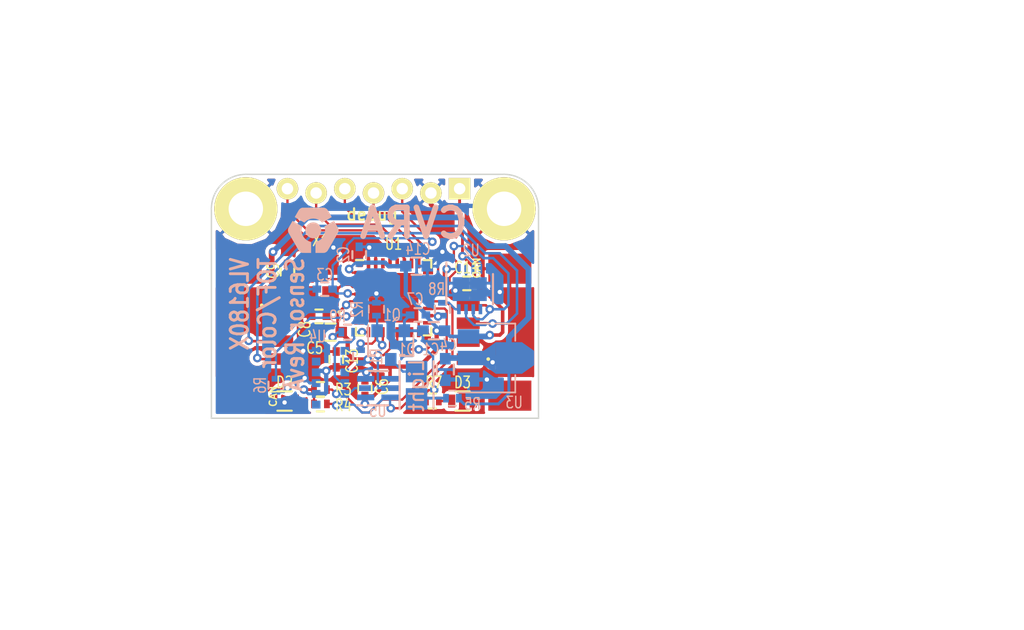
<source format=kicad_pcb>
(kicad_pcb (version 4) (host pcbnew 4.0.7)

  (general
    (links 111)
    (no_connects 5)
    (area 28.3 29.4 95.250001 73.700001)
    (thickness 1)
    (drawings 25)
    (tracks 414)
    (zones 0)
    (modules 37)
    (nets 42)
  )

  (page A4)
  (title_block
    (title "VL53L0X Time of flight sensor board")
    (rev A)
    (company CVRA)
    (comment 1 "Designed by Salah-Eddine Missri & Michael Spieler")
  )

  (layers
    (0 F.Cu signal)
    (31 B.Cu signal hide)
    (34 B.Paste user hide)
    (35 F.Paste user hide)
    (36 B.SilkS user)
    (37 F.SilkS user hide)
    (38 B.Mask user hide)
    (39 F.Mask user hide)
    (41 Cmts.User user)
    (44 Edge.Cuts user)
  )

  (setup
    (last_trace_width 0.16)
    (user_trace_width 0.18)
    (user_trace_width 0.2)
    (user_trace_width 0.25)
    (user_trace_width 0.3)
    (user_trace_width 0.4)
    (user_trace_width 0.5)
    (user_trace_width 0.6)
    (trace_clearance 0.16)
    (zone_clearance 0.25)
    (zone_45_only no)
    (trace_min 0.16)
    (segment_width 0.1)
    (edge_width 0.1)
    (via_size 0.6)
    (via_drill 0.3)
    (via_min_size 0.6)
    (via_min_drill 0.3)
    (user_via 0.7 0.4)
    (uvia_size 0.6)
    (uvia_drill 0.3)
    (uvias_allowed no)
    (uvia_min_size 0.6)
    (uvia_min_drill 0.3)
    (pcb_text_width 0.3)
    (pcb_text_size 1.5 1.5)
    (mod_edge_width 0.15)
    (mod_text_size 0.6 0.8)
    (mod_text_width 0.1)
    (pad_size 0.83 1.19)
    (pad_drill 0)
    (pad_to_mask_clearance 0.08)
    (solder_mask_min_width 0.32)
    (pad_to_paste_clearance_ratio -0.05)
    (aux_axis_origin 38.6 58.6)
    (grid_origin 38.6 58.6)
    (visible_elements 7FFE67C9)
    (pcbplotparams
      (layerselection 0x00200_00000000)
      (usegerberextensions false)
      (excludeedgelayer false)
      (linewidth 0.100000)
      (plotframeref false)
      (viasonmask false)
      (mode 1)
      (useauxorigin false)
      (hpglpennumber 1)
      (hpglpenspeed 20)
      (hpglpendiameter 15)
      (hpglpenoverlay 2)
      (psnegative false)
      (psa4output false)
      (plotreference false)
      (plotvalue false)
      (plotinvisibletext false)
      (padsonsilk false)
      (subtractmaskfromsilk false)
      (outputformat 4)
      (mirror false)
      (drillshape 0)
      (scaleselection 1)
      (outputdirectory ./))
  )

  (net 0 "")
  (net 1 VCC)
  (net 2 GND)
  (net 3 /STM32_NRST)
  (net 4 +5V)
  (net 5 "Net-(C8-Pad1)")
  (net 6 "Net-(C9-Pad1)")
  (net 7 /STM32_SWDIO)
  (net 8 /STM32_SWCLK)
  (net 9 /UART2_TX)
  (net 10 /UART2_RX)
  (net 11 "Net-(CONN2-Pad4)")
  (net 12 "Net-(CONN2-Pad3)")
  (net 13 /GPIO1)
  (net 14 /I2C_SCL)
  (net 15 /I2C_SDA)
  (net 16 /Proximity)
  (net 17 /Error)
  (net 18 "Net-(R8-Pad1)")
  (net 19 /CAN_SPEED)
  (net 20 /CAN_RX)
  (net 21 /CAN_TX)
  (net 22 "Net-(D1-Pad1)")
  (net 23 "Net-(D1-Pad2)")
  (net 24 /LIGHT_EN)
  (net 25 /GPIO0)
  (net 26 /LIGHT_INT)
  (net 27 "Net-(U1-Pad14)")
  (net 28 "Net-(U1-Pad25)")
  (net 29 "Net-(U1-Pad28)")
  (net 30 "Net-(U1-Pad29)")
  (net 31 "Net-(U1-Pad30)")
  (net 32 "Net-(U2-Pad5)")
  (net 33 "Net-(U4-Pad2)")
  (net 34 "Net-(U4-Pad3)")
  (net 35 "Net-(U4-Pad11)")
  (net 36 "Net-(U4-Pad7)")
  (net 37 "Net-(U5-Pad4)")
  (net 38 "Net-(U1-Pad8)")
  (net 39 "Net-(U1-Pad15)")
  (net 40 "Net-(D2-Pad2)")
  (net 41 "Net-(D3-Pad2)")

  (net_class Default "This is the default net class."
    (clearance 0.16)
    (trace_width 0.16)
    (via_dia 0.6)
    (via_drill 0.3)
    (uvia_dia 0.6)
    (uvia_drill 0.3)
    (add_net +5V)
    (add_net /CAN_RX)
    (add_net /CAN_SPEED)
    (add_net /CAN_TX)
    (add_net /Error)
    (add_net /GPIO0)
    (add_net /GPIO1)
    (add_net /I2C_SCL)
    (add_net /I2C_SDA)
    (add_net /LIGHT_EN)
    (add_net /LIGHT_INT)
    (add_net /Proximity)
    (add_net /STM32_NRST)
    (add_net /STM32_SWCLK)
    (add_net /STM32_SWDIO)
    (add_net /UART2_RX)
    (add_net /UART2_TX)
    (add_net GND)
    (add_net "Net-(C8-Pad1)")
    (add_net "Net-(C9-Pad1)")
    (add_net "Net-(CONN2-Pad3)")
    (add_net "Net-(CONN2-Pad4)")
    (add_net "Net-(D1-Pad1)")
    (add_net "Net-(D1-Pad2)")
    (add_net "Net-(D2-Pad2)")
    (add_net "Net-(D3-Pad2)")
    (add_net "Net-(R8-Pad1)")
    (add_net "Net-(U1-Pad14)")
    (add_net "Net-(U1-Pad15)")
    (add_net "Net-(U1-Pad25)")
    (add_net "Net-(U1-Pad28)")
    (add_net "Net-(U1-Pad29)")
    (add_net "Net-(U1-Pad30)")
    (add_net "Net-(U1-Pad8)")
    (add_net "Net-(U2-Pad5)")
    (add_net "Net-(U4-Pad11)")
    (add_net "Net-(U4-Pad2)")
    (add_net "Net-(U4-Pad3)")
    (add_net "Net-(U4-Pad7)")
    (add_net "Net-(U5-Pad4)")
    (add_net VCC)
  )

  (module _std:LED_CREE_CLM3A (layer B.Cu) (tedit 5A778863) (tstamp 5A4128B5)
    (at 52.9 56.3 270)
    (path /5A40DAC1)
    (fp_text reference D1 (at -2.5 0.7 360) (layer B.SilkS)
      (effects (font (size 0.8 0.6) (thickness 0.1)) (justify mirror))
    )
    (fp_text value Light (at 0 0 270) (layer B.SilkS)
      (effects (font (size 1 1) (thickness 0.15)) (justify mirror))
    )
    (fp_text user "Copyright 2016 Accelerated Designs. All rights reserved." (at 0.2 -1.2 270) (layer Cmts.User)
      (effects (font (size 0.127 0.127) (thickness 0.002)))
    )
    (fp_line (start -1.6764 -1.1811) (end 1.6764 -1.1811) (layer B.SilkS) (width 0.1524))
    (fp_line (start 1.6764 1.1811) (end -1.6764 1.1811) (layer B.SilkS) (width 0.1524))
    (fp_line (start -1.5494 -1.0541) (end 1.5494 -1.0541) (layer Dwgs.User) (width 0.1524))
    (fp_line (start 1.5494 -1.0541) (end 1.5494 1.0541) (layer Dwgs.User) (width 0.1524))
    (fp_line (start 1.5494 1.0541) (end -1.5494 1.0541) (layer Dwgs.User) (width 0.1524))
    (fp_line (start -1.5494 1.0541) (end -1.5494 -1.0541) (layer Dwgs.User) (width 0.1524))
    (pad 1 smd rect (at -0.9525 0 180) (size 1.4986 1.4986) (layers B.Cu)
      (net 22 "Net-(D1-Pad1)"))
    (pad 1 smd rect (at -0.9525 0 180) (size 1.4986 1.4986) (layers B.Paste)
      (net 22 "Net-(D1-Pad1)"))
    (pad 1 smd rect (at -0.9525 0 180) (size 1.4986 1.4986) (layers B.Mask)
      (net 22 "Net-(D1-Pad1)"))
    (pad 2 smd rect (at 0.9525 0 180) (size 1.4986 1.4986) (layers B.Cu)
      (net 23 "Net-(D1-Pad2)"))
    (pad 2 smd rect (at 0.9525 0 180) (size 1.4986 1.4986) (layers B.Paste)
      (net 23 "Net-(D1-Pad2)"))
    (pad 2 smd rect (at 0.9525 0 180) (size 1.4986 1.4986) (layers B.Mask)
      (net 23 "Net-(D1-Pad2)"))
  )

  (module Capacitors_SMD:C_0603 (layer B.Cu) (tedit 5A778688) (tstamp 5794A2B9)
    (at 54.1 52.5 180)
    (descr "Capacitor SMD 0603, reflow soldering, AVX (see smccp.pdf)")
    (tags "capacitor 0603")
    (path /574E0463)
    (attr smd)
    (fp_text reference C1 (at 0.2 -1.3 180) (layer B.SilkS)
      (effects (font (size 0.8 0.6) (thickness 0.1)) (justify mirror))
    )
    (fp_text value 4.7uF (at 0 -1.9 180) (layer B.Fab)
      (effects (font (size 1 1) (thickness 0.15)) (justify mirror))
    )
    (fp_line (start -1.45 0.75) (end 1.45 0.75) (layer B.CrtYd) (width 0.05))
    (fp_line (start -1.45 -0.75) (end 1.45 -0.75) (layer B.CrtYd) (width 0.05))
    (fp_line (start -1.45 0.75) (end -1.45 -0.75) (layer B.CrtYd) (width 0.05))
    (fp_line (start 1.45 0.75) (end 1.45 -0.75) (layer B.CrtYd) (width 0.05))
    (fp_line (start -0.35 0.6) (end 0.35 0.6) (layer B.SilkS) (width 0.15))
    (fp_line (start 0.35 -0.6) (end -0.35 -0.6) (layer B.SilkS) (width 0.15))
    (pad 1 smd rect (at -0.75 0 180) (size 0.8 0.75) (layers B.Cu B.Paste B.Mask)
      (net 1 VCC))
    (pad 2 smd rect (at 0.75 0 180) (size 0.8 0.75) (layers B.Cu B.Paste B.Mask)
      (net 2 GND))
    (model Capacitors_SMD.3dshapes/C_0603.wrl
      (at (xyz 0 0 0))
      (scale (xyz 1 1 1))
      (rotate (xyz 0 0 0))
    )
  )

  (module Resistors_SMD:R_0402 (layer B.Cu) (tedit 5A77869D) (tstamp 5794A338)
    (at 43.1 56.3 270)
    (descr "Resistor SMD 0402, reflow soldering, Vishay (see dcrcw.pdf)")
    (tags "resistor 0402")
    (path /5580AA34)
    (attr smd)
    (fp_text reference R6 (at 0 1.1 270) (layer B.SilkS)
      (effects (font (size 0.8 0.6) (thickness 0.1)) (justify mirror))
    )
    (fp_text value 1k (at 0 -1.8 270) (layer B.Fab)
      (effects (font (size 1 1) (thickness 0.15)) (justify mirror))
    )
    (fp_line (start -0.95 0.65) (end 0.95 0.65) (layer B.CrtYd) (width 0.05))
    (fp_line (start -0.95 -0.65) (end 0.95 -0.65) (layer B.CrtYd) (width 0.05))
    (fp_line (start -0.95 0.65) (end -0.95 -0.65) (layer B.CrtYd) (width 0.05))
    (fp_line (start 0.95 0.65) (end 0.95 -0.65) (layer B.CrtYd) (width 0.05))
    (fp_line (start 0.25 0.525) (end -0.25 0.525) (layer B.SilkS) (width 0.15))
    (fp_line (start -0.25 -0.525) (end 0.25 -0.525) (layer B.SilkS) (width 0.15))
    (pad 1 smd rect (at -0.45 0 270) (size 0.4 0.6) (layers B.Cu B.Paste B.Mask)
      (net 16 /Proximity))
    (pad 2 smd rect (at 0.45 0 270) (size 0.4 0.6) (layers B.Cu B.Paste B.Mask)
      (net 40 "Net-(D2-Pad2)"))
    (model Resistors_SMD.3dshapes/R_0402.wrl
      (at (xyz 0 0 0))
      (scale (xyz 1 1 1))
      (rotate (xyz 0 0 0))
    )
  )

  (module Capacitors_SMD:C_0603 (layer B.Cu) (tedit 5A778813) (tstamp 5794A2CB)
    (at 54.9 55.2 270)
    (descr "Capacitor SMD 0603, reflow soldering, AVX (see smccp.pdf)")
    (tags "capacitor 0603")
    (path /574E782B)
    (attr smd)
    (fp_text reference C4 (at -1.7 -0.2 360) (layer B.SilkS)
      (effects (font (size 0.8 0.6) (thickness 0.1)) (justify mirror))
    )
    (fp_text value 1uF (at 0 -1.9 270) (layer B.Fab) hide
      (effects (font (size 1 1) (thickness 0.15)) (justify mirror))
    )
    (fp_line (start -1.45 0.75) (end 1.45 0.75) (layer B.CrtYd) (width 0.05))
    (fp_line (start -1.45 -0.75) (end 1.45 -0.75) (layer B.CrtYd) (width 0.05))
    (fp_line (start -1.45 0.75) (end -1.45 -0.75) (layer B.CrtYd) (width 0.05))
    (fp_line (start 1.45 0.75) (end 1.45 -0.75) (layer B.CrtYd) (width 0.05))
    (fp_line (start -0.35 0.6) (end 0.35 0.6) (layer B.SilkS) (width 0.15))
    (fp_line (start 0.35 -0.6) (end -0.35 -0.6) (layer B.SilkS) (width 0.15))
    (pad 1 smd rect (at -0.75 0 270) (size 0.8 0.75) (layers B.Cu B.Paste B.Mask)
      (net 4 +5V))
    (pad 2 smd rect (at 0.75 0 270) (size 0.8 0.75) (layers B.Cu B.Paste B.Mask)
      (net 2 GND))
    (model Capacitors_SMD.3dshapes/C_0603.wrl
      (at (xyz 0 0 0))
      (scale (xyz 1 1 1))
      (rotate (xyz 0 0 0))
    )
  )

  (module Capacitors_SMD:C_0402 (layer F.Cu) (tedit 5A77875C) (tstamp 5794A2E9)
    (at 56.4 49.2 180)
    (descr "Capacitor SMD 0402, reflow soldering, AVX (see smccp.pdf)")
    (tags "capacitor 0402")
    (path /55810004)
    (attr smd)
    (fp_text reference C11 (at 0 1.1 180) (layer F.SilkS)
      (effects (font (size 0.8 0.6) (thickness 0.1)))
    )
    (fp_text value 0.1uF (at 0 1.7 180) (layer F.Fab)
      (effects (font (size 1 1) (thickness 0.15)))
    )
    (fp_line (start -1.15 -0.6) (end 1.15 -0.6) (layer F.CrtYd) (width 0.05))
    (fp_line (start -1.15 0.6) (end 1.15 0.6) (layer F.CrtYd) (width 0.05))
    (fp_line (start -1.15 -0.6) (end -1.15 0.6) (layer F.CrtYd) (width 0.05))
    (fp_line (start 1.15 -0.6) (end 1.15 0.6) (layer F.CrtYd) (width 0.05))
    (fp_line (start 0.25 -0.475) (end -0.25 -0.475) (layer F.SilkS) (width 0.15))
    (fp_line (start -0.25 0.475) (end 0.25 0.475) (layer F.SilkS) (width 0.15))
    (pad 1 smd rect (at -0.55 0 180) (size 0.6 0.5) (layers F.Cu F.Paste F.Mask)
      (net 1 VCC))
    (pad 2 smd rect (at 0.55 0 180) (size 0.6 0.5) (layers F.Cu F.Paste F.Mask)
      (net 2 GND))
    (model Capacitors_SMD.3dshapes/C_0402.wrl
      (at (xyz 0 0 0))
      (scale (xyz 1 1 1))
      (rotate (xyz 0 0 0))
    )
  )

  (module _mech:_M2 (layer F.Cu) (tedit 57C3F5DC) (tstamp 57C3F52B)
    (at 59.3 45)
    (path /57C3F6D7)
    (fp_text reference MEC2 (at 0 -1.27) (layer F.SilkS) hide
      (effects (font (size 0.8 0.6) (thickness 0.1)))
    )
    (fp_text value MEC (at 0 0) (layer F.Fab)
      (effects (font (size 1 1) (thickness 0.15)))
    )
    (pad 1 thru_hole circle (at -0.3 -1) (size 4.4 4.4) (drill 2.4) (layers *.Cu *.Mask F.SilkS)
      (net 2 GND))
  )

  (module _mech:_M2 (layer F.Cu) (tedit 57C3F5D1) (tstamp 57998415)
    (at 41.3 45)
    (path /57C3F8BD)
    (fp_text reference MEC1 (at 0 -1.27) (layer F.SilkS) hide
      (effects (font (size 0.8 0.6) (thickness 0.1)))
    )
    (fp_text value MEC (at 0 0) (layer F.Fab)
      (effects (font (size 1 1) (thickness 0.15)))
    )
    (pad 1 thru_hole circle (at -0.3 -1) (size 4.4 4.4) (drill 2.4) (layers *.Cu *.Mask F.SilkS)
      (net 2 GND))
  )

  (module Capacitors_SMD:C_0402 (layer B.Cu) (tedit 5A7786D0) (tstamp 5794A2BF)
    (at 48.9 47.2 90)
    (descr "Capacitor SMD 0402, reflow soldering, AVX (see smccp.pdf)")
    (tags "capacitor 0402")
    (path /558072B3)
    (attr smd)
    (fp_text reference C2 (at 0 -1.1 90) (layer B.SilkS)
      (effects (font (size 0.8 0.6) (thickness 0.1)) (justify mirror))
    )
    (fp_text value 0.1uF (at 0 -1.7 90) (layer B.Fab)
      (effects (font (size 1 1) (thickness 0.15)) (justify mirror))
    )
    (fp_line (start -1.15 0.6) (end 1.15 0.6) (layer B.CrtYd) (width 0.05))
    (fp_line (start -1.15 -0.6) (end 1.15 -0.6) (layer B.CrtYd) (width 0.05))
    (fp_line (start -1.15 0.6) (end -1.15 -0.6) (layer B.CrtYd) (width 0.05))
    (fp_line (start 1.15 0.6) (end 1.15 -0.6) (layer B.CrtYd) (width 0.05))
    (fp_line (start 0.25 0.475) (end -0.25 0.475) (layer B.SilkS) (width 0.15))
    (fp_line (start -0.25 -0.475) (end 0.25 -0.475) (layer B.SilkS) (width 0.15))
    (pad 1 smd rect (at -0.55 0 90) (size 0.6 0.5) (layers B.Cu B.Paste B.Mask)
      (net 1 VCC))
    (pad 2 smd rect (at 0.55 0 90) (size 0.6 0.5) (layers B.Cu B.Paste B.Mask)
      (net 2 GND))
    (model Capacitors_SMD.3dshapes/C_0402.wrl
      (at (xyz 0 0 0))
      (scale (xyz 1 1 1))
      (rotate (xyz 0 0 0))
    )
  )

  (module Capacitors_SMD:C_0402 (layer B.Cu) (tedit 5A778652) (tstamp 5794A2C5)
    (at 46.5 49.6 180)
    (descr "Capacitor SMD 0402, reflow soldering, AVX (see smccp.pdf)")
    (tags "capacitor 0402")
    (path /574DE706)
    (attr smd)
    (fp_text reference C3 (at 0 1 180) (layer B.SilkS)
      (effects (font (size 0.8 0.6) (thickness 0.1)) (justify mirror))
    )
    (fp_text value 0.1uF (at 0 -1.7 180) (layer B.Fab)
      (effects (font (size 1 1) (thickness 0.15)) (justify mirror))
    )
    (fp_line (start -1.15 0.6) (end 1.15 0.6) (layer B.CrtYd) (width 0.05))
    (fp_line (start -1.15 -0.6) (end 1.15 -0.6) (layer B.CrtYd) (width 0.05))
    (fp_line (start -1.15 0.6) (end -1.15 -0.6) (layer B.CrtYd) (width 0.05))
    (fp_line (start 1.15 0.6) (end 1.15 -0.6) (layer B.CrtYd) (width 0.05))
    (fp_line (start 0.25 0.475) (end -0.25 0.475) (layer B.SilkS) (width 0.15))
    (fp_line (start -0.25 -0.475) (end 0.25 -0.475) (layer B.SilkS) (width 0.15))
    (pad 1 smd rect (at -0.55 0 180) (size 0.6 0.5) (layers B.Cu B.Paste B.Mask)
      (net 3 /STM32_NRST))
    (pad 2 smd rect (at 0.55 0 180) (size 0.6 0.5) (layers B.Cu B.Paste B.Mask)
      (net 2 GND))
    (model Capacitors_SMD.3dshapes/C_0402.wrl
      (at (xyz 0 0 0))
      (scale (xyz 1 1 1))
      (rotate (xyz 0 0 0))
    )
  )

  (module Capacitors_SMD:C_0603 (layer F.Cu) (tedit 5A778732) (tstamp 5794A2D1)
    (at 46.9 52.6 180)
    (descr "Capacitor SMD 0603, reflow soldering, AVX (see smccp.pdf)")
    (tags "capacitor 0603")
    (path /574E78B8)
    (attr smd)
    (fp_text reference C5 (at 1.1 -1.1 180) (layer F.SilkS)
      (effects (font (size 0.8 0.6) (thickness 0.1)))
    )
    (fp_text value 10uF (at 0 1.9 180) (layer F.Fab) hide
      (effects (font (size 1 1) (thickness 0.15)))
    )
    (fp_line (start -1.45 -0.75) (end 1.45 -0.75) (layer F.CrtYd) (width 0.05))
    (fp_line (start -1.45 0.75) (end 1.45 0.75) (layer F.CrtYd) (width 0.05))
    (fp_line (start -1.45 -0.75) (end -1.45 0.75) (layer F.CrtYd) (width 0.05))
    (fp_line (start 1.45 -0.75) (end 1.45 0.75) (layer F.CrtYd) (width 0.05))
    (fp_line (start -0.35 -0.6) (end 0.35 -0.6) (layer F.SilkS) (width 0.15))
    (fp_line (start 0.35 0.6) (end -0.35 0.6) (layer F.SilkS) (width 0.15))
    (pad 1 smd rect (at -0.75 0 180) (size 0.8 0.75) (layers F.Cu F.Paste F.Mask)
      (net 1 VCC))
    (pad 2 smd rect (at 0.75 0 180) (size 0.8 0.75) (layers F.Cu F.Paste F.Mask)
      (net 2 GND))
    (model Capacitors_SMD.3dshapes/C_0603.wrl
      (at (xyz 0 0 0))
      (scale (xyz 1 1 1))
      (rotate (xyz 0 0 0))
    )
  )

  (module Capacitors_SMD:C_0402 (layer B.Cu) (tedit 5A77866C) (tstamp 5794A2D7)
    (at 53 51.4 180)
    (descr "Capacitor SMD 0402, reflow soldering, AVX (see smccp.pdf)")
    (tags "capacitor 0402")
    (path /5580E7D7)
    (attr smd)
    (fp_text reference C7 (at 0.2 1.1 180) (layer B.SilkS)
      (effects (font (size 0.8 0.6) (thickness 0.1)) (justify mirror))
    )
    (fp_text value 0.1uF (at 0 -1.7 180) (layer B.Fab)
      (effects (font (size 1 1) (thickness 0.15)) (justify mirror))
    )
    (fp_line (start -1.15 0.6) (end 1.15 0.6) (layer B.CrtYd) (width 0.05))
    (fp_line (start -1.15 -0.6) (end 1.15 -0.6) (layer B.CrtYd) (width 0.05))
    (fp_line (start -1.15 0.6) (end -1.15 -0.6) (layer B.CrtYd) (width 0.05))
    (fp_line (start 1.15 0.6) (end 1.15 -0.6) (layer B.CrtYd) (width 0.05))
    (fp_line (start 0.25 0.475) (end -0.25 0.475) (layer B.SilkS) (width 0.15))
    (fp_line (start -0.25 -0.475) (end 0.25 -0.475) (layer B.SilkS) (width 0.15))
    (pad 1 smd rect (at -0.55 0 180) (size 0.6 0.5) (layers B.Cu B.Paste B.Mask)
      (net 1 VCC))
    (pad 2 smd rect (at 0.55 0 180) (size 0.6 0.5) (layers B.Cu B.Paste B.Mask)
      (net 2 GND))
    (model Capacitors_SMD.3dshapes/C_0402.wrl
      (at (xyz 0 0 0))
      (scale (xyz 1 1 1))
      (rotate (xyz 0 0 0))
    )
  )

  (module Capacitors_SMD:C_0402 (layer F.Cu) (tedit 5A778735) (tstamp 5794A2DD)
    (at 46.1 51.5 180)
    (descr "Capacitor SMD 0402, reflow soldering, AVX (see smccp.pdf)")
    (tags "capacitor 0402")
    (path /557CA1E2)
    (attr smd)
    (fp_text reference C8 (at 1 -0.9 270) (layer F.SilkS)
      (effects (font (size 0.8 0.6) (thickness 0.1)))
    )
    (fp_text value 10pF (at 0 1.7 180) (layer F.Fab) hide
      (effects (font (size 1 1) (thickness 0.15)))
    )
    (fp_line (start -1.15 -0.6) (end 1.15 -0.6) (layer F.CrtYd) (width 0.05))
    (fp_line (start -1.15 0.6) (end 1.15 0.6) (layer F.CrtYd) (width 0.05))
    (fp_line (start -1.15 -0.6) (end -1.15 0.6) (layer F.CrtYd) (width 0.05))
    (fp_line (start 1.15 -0.6) (end 1.15 0.6) (layer F.CrtYd) (width 0.05))
    (fp_line (start 0.25 -0.475) (end -0.25 -0.475) (layer F.SilkS) (width 0.15))
    (fp_line (start -0.25 0.475) (end 0.25 0.475) (layer F.SilkS) (width 0.15))
    (pad 1 smd rect (at -0.55 0 180) (size 0.6 0.5) (layers F.Cu F.Paste F.Mask)
      (net 5 "Net-(C8-Pad1)"))
    (pad 2 smd rect (at 0.55 0 180) (size 0.6 0.5) (layers F.Cu F.Paste F.Mask)
      (net 2 GND))
    (model Capacitors_SMD.3dshapes/C_0402.wrl
      (at (xyz 0 0 0))
      (scale (xyz 1 1 1))
      (rotate (xyz 0 0 0))
    )
  )

  (module Capacitors_SMD:C_0402 (layer F.Cu) (tedit 5A77876B) (tstamp 5794A2E3)
    (at 43.9 48.4 270)
    (descr "Capacitor SMD 0402, reflow soldering, AVX (see smccp.pdf)")
    (tags "capacitor 0402")
    (path /557CA248)
    (attr smd)
    (fp_text reference C9 (at -0.1 1 270) (layer F.SilkS)
      (effects (font (size 0.8 0.6) (thickness 0.1)))
    )
    (fp_text value 10pF (at 0 1.7 270) (layer F.Fab) hide
      (effects (font (size 1 1) (thickness 0.15)))
    )
    (fp_line (start -1.15 -0.6) (end 1.15 -0.6) (layer F.CrtYd) (width 0.05))
    (fp_line (start -1.15 0.6) (end 1.15 0.6) (layer F.CrtYd) (width 0.05))
    (fp_line (start -1.15 -0.6) (end -1.15 0.6) (layer F.CrtYd) (width 0.05))
    (fp_line (start 1.15 -0.6) (end 1.15 0.6) (layer F.CrtYd) (width 0.05))
    (fp_line (start 0.25 -0.475) (end -0.25 -0.475) (layer F.SilkS) (width 0.15))
    (fp_line (start -0.25 0.475) (end 0.25 0.475) (layer F.SilkS) (width 0.15))
    (pad 1 smd rect (at -0.55 0 270) (size 0.6 0.5) (layers F.Cu F.Paste F.Mask)
      (net 6 "Net-(C9-Pad1)"))
    (pad 2 smd rect (at 0.55 0 270) (size 0.6 0.5) (layers F.Cu F.Paste F.Mask)
      (net 2 GND))
    (model Capacitors_SMD.3dshapes/C_0402.wrl
      (at (xyz 0 0 0))
      (scale (xyz 1 1 1))
      (rotate (xyz 0 0 0))
    )
  )

  (module Capacitors_SMD:C_0402 (layer F.Cu) (tedit 5A778744) (tstamp 5794A2EF)
    (at 47.3 54.5 90)
    (descr "Capacitor SMD 0402, reflow soldering, AVX (see smccp.pdf)")
    (tags "capacitor 0402")
    (path /57560FC4)
    (attr smd)
    (fp_text reference C13 (at -0.1 1.1 90) (layer F.SilkS)
      (effects (font (size 0.8 0.6) (thickness 0.1)))
    )
    (fp_text value 0.1uF (at 0 1.7 90) (layer F.Fab)
      (effects (font (size 1 1) (thickness 0.15)))
    )
    (fp_line (start -1.15 -0.6) (end 1.15 -0.6) (layer F.CrtYd) (width 0.05))
    (fp_line (start -1.15 0.6) (end 1.15 0.6) (layer F.CrtYd) (width 0.05))
    (fp_line (start -1.15 -0.6) (end -1.15 0.6) (layer F.CrtYd) (width 0.05))
    (fp_line (start 1.15 -0.6) (end 1.15 0.6) (layer F.CrtYd) (width 0.05))
    (fp_line (start 0.25 -0.475) (end -0.25 -0.475) (layer F.SilkS) (width 0.15))
    (fp_line (start -0.25 0.475) (end 0.25 0.475) (layer F.SilkS) (width 0.15))
    (pad 1 smd rect (at -0.55 0 90) (size 0.6 0.5) (layers F.Cu F.Paste F.Mask)
      (net 1 VCC))
    (pad 2 smd rect (at 0.55 0 90) (size 0.6 0.5) (layers F.Cu F.Paste F.Mask)
      (net 2 GND))
    (model Capacitors_SMD.3dshapes/C_0402.wrl
      (at (xyz 0 0 0))
      (scale (xyz 1 1 1))
      (rotate (xyz 0 0 0))
    )
  )

  (module Capacitors_SMD:C_0603 (layer B.Cu) (tedit 5A7786D4) (tstamp 5794A2F5)
    (at 52.9 48)
    (descr "Capacitor SMD 0603, reflow soldering, AVX (see smccp.pdf)")
    (tags "capacitor 0603")
    (path /5580C413)
    (attr smd)
    (fp_text reference C14 (at 0.1 -1.2) (layer B.SilkS)
      (effects (font (size 0.8 0.6) (thickness 0.1)) (justify mirror))
    )
    (fp_text value 4.7uF (at 0 -1.9) (layer B.Fab) hide
      (effects (font (size 1 1) (thickness 0.15)) (justify mirror))
    )
    (fp_line (start -1.45 0.75) (end 1.45 0.75) (layer B.CrtYd) (width 0.05))
    (fp_line (start -1.45 -0.75) (end 1.45 -0.75) (layer B.CrtYd) (width 0.05))
    (fp_line (start -1.45 0.75) (end -1.45 -0.75) (layer B.CrtYd) (width 0.05))
    (fp_line (start 1.45 0.75) (end 1.45 -0.75) (layer B.CrtYd) (width 0.05))
    (fp_line (start -0.35 0.6) (end 0.35 0.6) (layer B.SilkS) (width 0.15))
    (fp_line (start 0.35 -0.6) (end -0.35 -0.6) (layer B.SilkS) (width 0.15))
    (pad 1 smd rect (at -0.75 0) (size 0.8 0.75) (layers B.Cu B.Paste B.Mask)
      (net 1 VCC))
    (pad 2 smd rect (at 0.75 0) (size 0.8 0.75) (layers B.Cu B.Paste B.Mask)
      (net 2 GND))
    (model Capacitors_SMD.3dshapes/C_0603.wrl
      (at (xyz 0 0 0))
      (scale (xyz 1 1 1))
      (rotate (xyz 0 0 0))
    )
  )

  (module _connectors:_Molex-PicoBlade-SMD-4 (layer F.Cu) (tedit 5A777E0E) (tstamp 5794A30A)
    (at 59.4 52.6 90)
    (path /5581048E)
    (fp_text reference CONN2 (at 0 -0.9 90) (layer F.SilkS) hide
      (effects (font (size 0.8 0.6) (thickness 0.1)))
    )
    (fp_text value CAN (at 4.475 -2.3 90) (layer F.SilkS)
      (effects (font (size 0.5 0.5) (thickness 0.1)))
    )
    (fp_line (start -1.875 -1.5) (end -1.875 -1.51) (layer F.SilkS) (width 0.25))
    (pad 4 smd rect (at 1.875 -2.9 90) (size 0.8 1.6) (layers F.Cu F.Paste F.Mask)
      (net 11 "Net-(CONN2-Pad4)"))
    (pad 3 smd rect (at 0.625 -2.9 90) (size 0.8 1.6) (layers F.Cu F.Paste F.Mask)
      (net 12 "Net-(CONN2-Pad3)"))
    (pad 2 smd rect (at -0.625 -2.9 90) (size 0.8 1.6) (layers F.Cu F.Paste F.Mask)
      (net 2 GND))
    (pad 1 smd rect (at -1.875 -2.9 90) (size 0.8 1.6) (layers F.Cu F.Paste F.Mask)
      (net 4 +5V))
    (pad MECH smd rect (at -4.425 0 90) (size 2.1 3) (layers F.Cu F.Paste F.Mask)
      (net 2 GND))
    (pad MECH smd rect (at 4.425 0 90) (size 2.1 3) (layers F.Cu F.Paste F.Mask)
      (net 2 GND))
    (model ${KIPRJMOD}/kicad-lib/3Dmodels/MolexPicoblade/molexpicoblade-horizontal-smd-4.wrl
      (at (xyz 0 0 0.065))
      (scale (xyz 394 394 394))
      (rotate (xyz 0 0 180))
    )
  )

  (module _connectors:_Molex-PicoBlade-SMD-4 (layer F.Cu) (tedit 5771998D) (tstamp 5794A314)
    (at 40.6 52.6 270)
    (path /5580808C)
    (fp_text reference CONN3 (at 0 -0.9 270) (layer F.SilkS) hide
      (effects (font (size 0.8 0.6) (thickness 0.1)))
    )
    (fp_text value CAN (at 4.475 -2.3 270) (layer F.SilkS)
      (effects (font (size 0.5 0.5) (thickness 0.1)))
    )
    (fp_line (start -1.875 -1.5) (end -1.875 -1.51) (layer F.SilkS) (width 0.25))
    (pad 4 smd rect (at 1.875 -2.9 270) (size 0.8 1.6) (layers F.Cu F.Paste F.Mask)
      (net 11 "Net-(CONN2-Pad4)"))
    (pad 3 smd rect (at 0.625 -2.9 270) (size 0.8 1.6) (layers F.Cu F.Paste F.Mask)
      (net 12 "Net-(CONN2-Pad3)"))
    (pad 2 smd rect (at -0.625 -2.9 270) (size 0.8 1.6) (layers F.Cu F.Paste F.Mask)
      (net 2 GND))
    (pad 1 smd rect (at -1.875 -2.9 270) (size 0.8 1.6) (layers F.Cu F.Paste F.Mask)
      (net 4 +5V))
    (pad MECH smd rect (at -4.425 0 270) (size 2.1 3) (layers F.Cu F.Paste F.Mask)
      (net 2 GND))
    (pad MECH smd rect (at 4.425 0 270) (size 2.1 3) (layers F.Cu F.Paste F.Mask)
      (net 2 GND))
    (model ${KIPRJMOD}/kicad-lib/3Dmodels/MolexPicoblade/molexpicoblade-horizontal-smd-4.wrl
      (at (xyz 0 0 0.065))
      (scale (xyz 394 394 394))
      (rotate (xyz 0 0 180))
    )
  )

  (module Resistors_SMD:R_0402 (layer B.Cu) (tedit 5A778646) (tstamp 5794A326)
    (at 49 54.3 90)
    (descr "Resistor SMD 0402, reflow soldering, Vishay (see dcrcw.pdf)")
    (tags "resistor 0402")
    (path /57561CE9)
    (attr smd)
    (fp_text reference R1 (at 0 1.1 90) (layer B.SilkS)
      (effects (font (size 0.8 0.6) (thickness 0.1)) (justify mirror))
    )
    (fp_text value 47k (at 0 -1.8 90) (layer B.Fab)
      (effects (font (size 1 1) (thickness 0.15)) (justify mirror))
    )
    (fp_line (start -0.95 0.65) (end 0.95 0.65) (layer B.CrtYd) (width 0.05))
    (fp_line (start -0.95 -0.65) (end 0.95 -0.65) (layer B.CrtYd) (width 0.05))
    (fp_line (start -0.95 0.65) (end -0.95 -0.65) (layer B.CrtYd) (width 0.05))
    (fp_line (start 0.95 0.65) (end 0.95 -0.65) (layer B.CrtYd) (width 0.05))
    (fp_line (start 0.25 0.525) (end -0.25 0.525) (layer B.SilkS) (width 0.15))
    (fp_line (start -0.25 -0.525) (end 0.25 -0.525) (layer B.SilkS) (width 0.15))
    (pad 1 smd rect (at -0.45 0 90) (size 0.4 0.6) (layers B.Cu B.Paste B.Mask)
      (net 1 VCC))
    (pad 2 smd rect (at 0.45 0 90) (size 0.4 0.6) (layers B.Cu B.Paste B.Mask)
      (net 13 /GPIO1))
    (model Resistors_SMD.3dshapes/R_0402.wrl
      (at (xyz 0 0 0))
      (scale (xyz 1 1 1))
      (rotate (xyz 0 0 0))
    )
  )

  (module Resistors_SMD:R_0402 (layer F.Cu) (tedit 5A778748) (tstamp 5794A32C)
    (at 46.2 56.6)
    (descr "Resistor SMD 0402, reflow soldering, Vishay (see dcrcw.pdf)")
    (tags "resistor 0402")
    (path /5580B966)
    (attr smd)
    (fp_text reference R3 (at 1.6 0) (layer F.SilkS)
      (effects (font (size 0.8 0.6) (thickness 0.1)))
    )
    (fp_text value 4.7k (at 0 1.8) (layer F.Fab)
      (effects (font (size 1 1) (thickness 0.15)))
    )
    (fp_line (start -0.95 -0.65) (end 0.95 -0.65) (layer F.CrtYd) (width 0.05))
    (fp_line (start -0.95 0.65) (end 0.95 0.65) (layer F.CrtYd) (width 0.05))
    (fp_line (start -0.95 -0.65) (end -0.95 0.65) (layer F.CrtYd) (width 0.05))
    (fp_line (start 0.95 -0.65) (end 0.95 0.65) (layer F.CrtYd) (width 0.05))
    (fp_line (start 0.25 -0.525) (end -0.25 -0.525) (layer F.SilkS) (width 0.15))
    (fp_line (start -0.25 0.525) (end 0.25 0.525) (layer F.SilkS) (width 0.15))
    (pad 1 smd rect (at -0.45 0) (size 0.4 0.6) (layers F.Cu F.Paste F.Mask)
      (net 1 VCC))
    (pad 2 smd rect (at 0.45 0) (size 0.4 0.6) (layers F.Cu F.Paste F.Mask)
      (net 14 /I2C_SCL))
    (model Resistors_SMD.3dshapes/R_0402.wrl
      (at (xyz 0 0 0))
      (scale (xyz 1 1 1))
      (rotate (xyz 0 0 0))
    )
  )

  (module Resistors_SMD:R_0402 (layer F.Cu) (tedit 5A77874B) (tstamp 5794A332)
    (at 46.2 57.6)
    (descr "Resistor SMD 0402, reflow soldering, Vishay (see dcrcw.pdf)")
    (tags "resistor 0402")
    (path /5580BA95)
    (attr smd)
    (fp_text reference R4 (at 1.6 0.1) (layer F.SilkS)
      (effects (font (size 0.8 0.6) (thickness 0.1)))
    )
    (fp_text value 4.7k (at 0 1.8) (layer F.Fab)
      (effects (font (size 1 1) (thickness 0.15)))
    )
    (fp_line (start -0.95 -0.65) (end 0.95 -0.65) (layer F.CrtYd) (width 0.05))
    (fp_line (start -0.95 0.65) (end 0.95 0.65) (layer F.CrtYd) (width 0.05))
    (fp_line (start -0.95 -0.65) (end -0.95 0.65) (layer F.CrtYd) (width 0.05))
    (fp_line (start 0.95 -0.65) (end 0.95 0.65) (layer F.CrtYd) (width 0.05))
    (fp_line (start 0.25 -0.525) (end -0.25 -0.525) (layer F.SilkS) (width 0.15))
    (fp_line (start -0.25 0.525) (end 0.25 0.525) (layer F.SilkS) (width 0.15))
    (pad 1 smd rect (at -0.45 0) (size 0.4 0.6) (layers F.Cu F.Paste F.Mask)
      (net 1 VCC))
    (pad 2 smd rect (at 0.45 0) (size 0.4 0.6) (layers F.Cu F.Paste F.Mask)
      (net 15 /I2C_SDA))
    (model Resistors_SMD.3dshapes/R_0402.wrl
      (at (xyz 0 0 0))
      (scale (xyz 1 1 1))
      (rotate (xyz 0 0 0))
    )
  )

  (module Resistors_SMD:R_0402 (layer F.Cu) (tedit 5A77874F) (tstamp 5794A33E)
    (at 54 57.4)
    (descr "Resistor SMD 0402, reflow soldering, Vishay (see dcrcw.pdf)")
    (tags "resistor 0402")
    (path /5580AA87)
    (attr smd)
    (fp_text reference R7 (at 0.1 -1.3) (layer F.SilkS)
      (effects (font (size 0.8 0.6) (thickness 0.1)))
    )
    (fp_text value 1k (at 0 1.8) (layer F.Fab)
      (effects (font (size 1 1) (thickness 0.15)))
    )
    (fp_line (start -0.95 -0.65) (end 0.95 -0.65) (layer F.CrtYd) (width 0.05))
    (fp_line (start -0.95 0.65) (end 0.95 0.65) (layer F.CrtYd) (width 0.05))
    (fp_line (start -0.95 -0.65) (end -0.95 0.65) (layer F.CrtYd) (width 0.05))
    (fp_line (start 0.95 -0.65) (end 0.95 0.65) (layer F.CrtYd) (width 0.05))
    (fp_line (start 0.25 -0.525) (end -0.25 -0.525) (layer F.SilkS) (width 0.15))
    (fp_line (start -0.25 0.525) (end 0.25 0.525) (layer F.SilkS) (width 0.15))
    (pad 1 smd rect (at -0.45 0) (size 0.4 0.6) (layers F.Cu F.Paste F.Mask)
      (net 17 /Error))
    (pad 2 smd rect (at 0.45 0) (size 0.4 0.6) (layers F.Cu F.Paste F.Mask)
      (net 41 "Net-(D3-Pad2)"))
    (model Resistors_SMD.3dshapes/R_0402.wrl
      (at (xyz 0 0 0))
      (scale (xyz 1 1 1))
      (rotate (xyz 0 0 0))
    )
  )

  (module Resistors_SMD:R_0402 (layer B.Cu) (tedit 5A778668) (tstamp 5794A344)
    (at 54.7 51 270)
    (descr "Resistor SMD 0402, reflow soldering, Vishay (see dcrcw.pdf)")
    (tags "resistor 0402")
    (path /5580DF61)
    (attr smd)
    (fp_text reference R8 (at -1.4 0.4 360) (layer B.SilkS)
      (effects (font (size 0.8 0.6) (thickness 0.1)) (justify mirror))
    )
    (fp_text value 1k (at 0 -1.8 270) (layer B.Fab) hide
      (effects (font (size 1 1) (thickness 0.15)) (justify mirror))
    )
    (fp_line (start -0.95 0.65) (end 0.95 0.65) (layer B.CrtYd) (width 0.05))
    (fp_line (start -0.95 -0.65) (end 0.95 -0.65) (layer B.CrtYd) (width 0.05))
    (fp_line (start -0.95 0.65) (end -0.95 -0.65) (layer B.CrtYd) (width 0.05))
    (fp_line (start 0.95 0.65) (end 0.95 -0.65) (layer B.CrtYd) (width 0.05))
    (fp_line (start 0.25 0.525) (end -0.25 0.525) (layer B.SilkS) (width 0.15))
    (fp_line (start -0.25 -0.525) (end 0.25 -0.525) (layer B.SilkS) (width 0.15))
    (pad 1 smd rect (at -0.45 0 270) (size 0.4 0.6) (layers B.Cu B.Paste B.Mask)
      (net 18 "Net-(R8-Pad1)"))
    (pad 2 smd rect (at 0.45 0 270) (size 0.4 0.6) (layers B.Cu B.Paste B.Mask)
      (net 19 /CAN_SPEED))
    (model Resistors_SMD.3dshapes/R_0402.wrl
      (at (xyz 0 0 0))
      (scale (xyz 1 1 1))
      (rotate (xyz 0 0 0))
    )
  )

  (module Resistors_SMD:R_0402 (layer B.Cu) (tedit 5A77864E) (tstamp 5794A34A)
    (at 48.1 52.6)
    (descr "Resistor SMD 0402, reflow soldering, Vishay (see dcrcw.pdf)")
    (tags "resistor 0402")
    (path /5580C8FC)
    (attr smd)
    (fp_text reference R9 (at -0.7 -1.1) (layer B.SilkS)
      (effects (font (size 0.8 0.6) (thickness 0.1)) (justify mirror))
    )
    (fp_text value 47k (at 0 -1.8) (layer B.Fab)
      (effects (font (size 1 1) (thickness 0.15)) (justify mirror))
    )
    (fp_line (start -0.95 0.65) (end 0.95 0.65) (layer B.CrtYd) (width 0.05))
    (fp_line (start -0.95 -0.65) (end 0.95 -0.65) (layer B.CrtYd) (width 0.05))
    (fp_line (start -0.95 0.65) (end -0.95 -0.65) (layer B.CrtYd) (width 0.05))
    (fp_line (start 0.95 0.65) (end 0.95 -0.65) (layer B.CrtYd) (width 0.05))
    (fp_line (start 0.25 0.525) (end -0.25 0.525) (layer B.SilkS) (width 0.15))
    (fp_line (start -0.25 -0.525) (end 0.25 -0.525) (layer B.SilkS) (width 0.15))
    (pad 1 smd rect (at -0.45 0) (size 0.4 0.6) (layers B.Cu B.Paste B.Mask)
      (net 1 VCC))
    (pad 2 smd rect (at 0.45 0) (size 0.4 0.6) (layers B.Cu B.Paste B.Mask)
      (net 25 /GPIO0))
    (model Resistors_SMD.3dshapes/R_0402.wrl
      (at (xyz 0 0 0))
      (scale (xyz 1 1 1))
      (rotate (xyz 0 0 0))
    )
  )

  (module Housings_DFN_QFN:QFN-32-1EP_5x5mm_Pitch0.5mm (layer F.Cu) (tedit 5A77875F) (tstamp 5794A372)
    (at 51.3 50.2)
    (descr "UH Package; 32-Lead Plastic QFN (5mm x 5mm); (see Linear Technology QFN_32_05-08-1693.pdf)")
    (tags "QFN 0.5")
    (path /574DBF3A)
    (attr smd)
    (fp_text reference U1 (at 0 -3.75) (layer F.SilkS)
      (effects (font (size 0.8 0.6) (thickness 0.1)))
    )
    (fp_text value STM32F302K8U6 (at 0 3.75) (layer F.Fab) hide
      (effects (font (size 1 1) (thickness 0.15)))
    )
    (fp_line (start -3 -3) (end -3 3) (layer F.CrtYd) (width 0.05))
    (fp_line (start 3 -3) (end 3 3) (layer F.CrtYd) (width 0.05))
    (fp_line (start -3 -3) (end 3 -3) (layer F.CrtYd) (width 0.05))
    (fp_line (start -3 3) (end 3 3) (layer F.CrtYd) (width 0.05))
    (fp_line (start 2.625 -2.625) (end 2.625 -2.1) (layer F.SilkS) (width 0.15))
    (fp_line (start -2.625 2.625) (end -2.625 2.1) (layer F.SilkS) (width 0.15))
    (fp_line (start 2.625 2.625) (end 2.625 2.1) (layer F.SilkS) (width 0.15))
    (fp_line (start -2.625 -2.625) (end -2.1 -2.625) (layer F.SilkS) (width 0.15))
    (fp_line (start -2.625 2.625) (end -2.1 2.625) (layer F.SilkS) (width 0.15))
    (fp_line (start 2.625 2.625) (end 2.1 2.625) (layer F.SilkS) (width 0.15))
    (fp_line (start 2.625 -2.625) (end 2.1 -2.625) (layer F.SilkS) (width 0.15))
    (pad 1 smd rect (at -2.4 -1.75) (size 0.7 0.25) (layers F.Cu F.Paste F.Mask)
      (net 1 VCC))
    (pad 2 smd rect (at -2.4 -1.25) (size 0.7 0.25) (layers F.Cu F.Paste F.Mask)
      (net 6 "Net-(C9-Pad1)"))
    (pad 3 smd rect (at -2.4 -0.75) (size 0.7 0.25) (layers F.Cu F.Paste F.Mask)
      (net 5 "Net-(C8-Pad1)"))
    (pad 4 smd rect (at -2.4 -0.25) (size 0.7 0.25) (layers F.Cu F.Paste F.Mask)
      (net 3 /STM32_NRST))
    (pad 5 smd rect (at -2.4 0.25) (size 0.7 0.25) (layers F.Cu F.Paste F.Mask)
      (net 1 VCC))
    (pad 6 smd rect (at -2.4 0.75) (size 0.7 0.25) (layers F.Cu F.Paste F.Mask)
      (net 2 GND))
    (pad 7 smd rect (at -2.4 1.25) (size 0.7 0.25) (layers F.Cu F.Paste F.Mask)
      (net 16 /Proximity))
    (pad 8 smd rect (at -2.4 1.75) (size 0.7 0.25) (layers F.Cu F.Paste F.Mask)
      (net 38 "Net-(U1-Pad8)"))
    (pad 9 smd rect (at -1.75 2.4 90) (size 0.7 0.25) (layers F.Cu F.Paste F.Mask)
      (net 25 /GPIO0))
    (pad 10 smd rect (at -1.25 2.4 90) (size 0.7 0.25) (layers F.Cu F.Paste F.Mask)
      (net 13 /GPIO1))
    (pad 11 smd rect (at -0.75 2.4 90) (size 0.7 0.25) (layers F.Cu F.Paste F.Mask)
      (net 24 /LIGHT_EN))
    (pad 12 smd rect (at -0.25 2.4 90) (size 0.7 0.25) (layers F.Cu F.Paste F.Mask)
      (net 26 /LIGHT_INT))
    (pad 13 smd rect (at 0.25 2.4 90) (size 0.7 0.25) (layers F.Cu F.Paste F.Mask)
      (net 17 /Error))
    (pad 14 smd rect (at 0.75 2.4 90) (size 0.7 0.25) (layers F.Cu F.Paste F.Mask)
      (net 27 "Net-(U1-Pad14)"))
    (pad 15 smd rect (at 1.25 2.4 90) (size 0.7 0.25) (layers F.Cu F.Paste F.Mask)
      (net 39 "Net-(U1-Pad15)"))
    (pad 16 smd rect (at 1.75 2.4 90) (size 0.7 0.25) (layers F.Cu F.Paste F.Mask)
      (net 2 GND))
    (pad 17 smd rect (at 2.4 1.75) (size 0.7 0.25) (layers F.Cu F.Paste F.Mask)
      (net 1 VCC))
    (pad 18 smd rect (at 2.4 1.25) (size 0.7 0.25) (layers F.Cu F.Paste F.Mask)
      (net 19 /CAN_SPEED))
    (pad 19 smd rect (at 2.4 0.75) (size 0.7 0.25) (layers F.Cu F.Paste F.Mask)
      (net 14 /I2C_SCL))
    (pad 20 smd rect (at 2.4 0.25) (size 0.7 0.25) (layers F.Cu F.Paste F.Mask)
      (net 15 /I2C_SDA))
    (pad 21 smd rect (at 2.4 -0.25) (size 0.7 0.25) (layers F.Cu F.Paste F.Mask)
      (net 20 /CAN_RX))
    (pad 22 smd rect (at 2.4 -0.75) (size 0.7 0.25) (layers F.Cu F.Paste F.Mask)
      (net 21 /CAN_TX))
    (pad 23 smd rect (at 2.4 -1.25) (size 0.7 0.25) (layers F.Cu F.Paste F.Mask)
      (net 7 /STM32_SWDIO))
    (pad 24 smd rect (at 2.4 -1.75) (size 0.7 0.25) (layers F.Cu F.Paste F.Mask)
      (net 8 /STM32_SWCLK))
    (pad 25 smd rect (at 1.75 -2.4 90) (size 0.7 0.25) (layers F.Cu F.Paste F.Mask)
      (net 28 "Net-(U1-Pad25)"))
    (pad 26 smd rect (at 1.25 -2.4 90) (size 0.7 0.25) (layers F.Cu F.Paste F.Mask)
      (net 9 /UART2_TX))
    (pad 27 smd rect (at 0.75 -2.4 90) (size 0.7 0.25) (layers F.Cu F.Paste F.Mask)
      (net 10 /UART2_RX))
    (pad 28 smd rect (at 0.25 -2.4 90) (size 0.7 0.25) (layers F.Cu F.Paste F.Mask)
      (net 29 "Net-(U1-Pad28)"))
    (pad 29 smd rect (at -0.25 -2.4 90) (size 0.7 0.25) (layers F.Cu F.Paste F.Mask)
      (net 30 "Net-(U1-Pad29)"))
    (pad 30 smd rect (at -0.75 -2.4 90) (size 0.7 0.25) (layers F.Cu F.Paste F.Mask)
      (net 31 "Net-(U1-Pad30)"))
    (pad 31 smd rect (at -1.25 -2.4 90) (size 0.7 0.25) (layers F.Cu F.Paste F.Mask)
      (net 2 GND))
    (pad 32 smd rect (at -1.75 -2.4 90) (size 0.7 0.25) (layers F.Cu F.Paste F.Mask)
      (net 2 GND))
    (pad 33 smd rect (at 0.8625 0.8625) (size 1.725 1.725) (layers F.Cu F.Paste F.Mask)
      (net 2 GND) (solder_paste_margin_ratio -0.2))
    (pad 33 smd rect (at 0.8625 -0.8625) (size 1.725 1.725) (layers F.Cu F.Paste F.Mask)
      (net 2 GND) (solder_paste_margin_ratio -0.2))
    (pad 33 smd rect (at -0.8625 0.8625) (size 1.725 1.725) (layers F.Cu F.Paste F.Mask)
      (net 2 GND) (solder_paste_margin_ratio -0.2))
    (pad 33 smd rect (at -0.8625 -0.8625) (size 1.725 1.725) (layers F.Cu F.Paste F.Mask)
      (net 2 GND) (solder_paste_margin_ratio -0.2))
    (model Housings_DFN_QFN.3dshapes/QFN-32-1EP_5x5mm_Pitch0.5mm.wrl
      (at (xyz 0 0 0))
      (scale (xyz 1 1 1))
      (rotate (xyz 0 0 0))
    )
  )

  (module Housings_DFN_QFN:DFN-8-1EP_3x3mm_Pitch0.5mm (layer B.Cu) (tedit 5A7786DC) (tstamp 5794A382)
    (at 56.6 49.6 270)
    (descr "DD Package; 8-Lead Plastic DFN (3mm x 3mm) (see Linear Technology DFN_8_05-08-1698.pdf)")
    (tags "DFN 0.5")
    (path /5580D9BC)
    (attr smd)
    (fp_text reference U2 (at -2.7 -0.1 360) (layer B.SilkS)
      (effects (font (size 0.8 0.6) (thickness 0.1)) (justify mirror))
    )
    (fp_text value LTC2875IDD#PBF (at 0 -2.55 270) (layer B.Fab) hide
      (effects (font (size 1 1) (thickness 0.15)) (justify mirror))
    )
    (fp_line (start -2 1.8) (end -2 -1.8) (layer B.CrtYd) (width 0.05))
    (fp_line (start 2 1.8) (end 2 -1.8) (layer B.CrtYd) (width 0.05))
    (fp_line (start -2 1.8) (end 2 1.8) (layer B.CrtYd) (width 0.05))
    (fp_line (start -2 -1.8) (end 2 -1.8) (layer B.CrtYd) (width 0.05))
    (fp_line (start -1.05 -1.625) (end 1.05 -1.625) (layer B.SilkS) (width 0.15))
    (fp_line (start -1.825 1.625) (end 1.05 1.625) (layer B.SilkS) (width 0.15))
    (pad 1 smd rect (at -1.4 0.75 270) (size 0.7 0.25) (layers B.Cu B.Paste B.Mask)
      (net 21 /CAN_TX))
    (pad 2 smd rect (at -1.4 0.25 270) (size 0.7 0.25) (layers B.Cu B.Paste B.Mask)
      (net 2 GND))
    (pad 3 smd rect (at -1.4 -0.25 270) (size 0.7 0.25) (layers B.Cu B.Paste B.Mask)
      (net 1 VCC))
    (pad 4 smd rect (at -1.4 -0.75 270) (size 0.7 0.25) (layers B.Cu B.Paste B.Mask)
      (net 20 /CAN_RX))
    (pad 5 smd rect (at 1.4 -0.75 270) (size 0.7 0.25) (layers B.Cu B.Paste B.Mask)
      (net 32 "Net-(U2-Pad5)"))
    (pad 6 smd rect (at 1.4 -0.25 270) (size 0.7 0.25) (layers B.Cu B.Paste B.Mask)
      (net 11 "Net-(CONN2-Pad4)"))
    (pad 7 smd rect (at 1.4 0.25 270) (size 0.7 0.25) (layers B.Cu B.Paste B.Mask)
      (net 12 "Net-(CONN2-Pad3)"))
    (pad 8 smd rect (at 1.4 0.75 270) (size 0.7 0.25) (layers B.Cu B.Paste B.Mask)
      (net 18 "Net-(R8-Pad1)"))
    (pad 9 smd rect (at 0.415 -0.595 270) (size 0.83 1.19) (layers B.Cu B.Paste B.Mask)
      (net 2 GND) (solder_paste_margin_ratio -0.2))
    (pad 9 smd rect (at 0.415 0.595 270) (size 0.83 1.19) (layers B.Cu B.Paste B.Mask)
      (net 2 GND) (solder_paste_margin_ratio -0.2))
    (pad 9 smd rect (at -0.415 -0.595 270) (size 0.83 1.19) (layers B.Cu B.Paste B.Mask)
      (net 2 GND) (solder_paste_margin_ratio -0.2))
    (pad 9 smd rect (at -0.415 0.595 270) (size 0.83 1.19) (layers B.Cu B.Paste B.Mask)
      (net 2 GND) (solder_paste_margin_ratio -0.2))
    (model Housings_DFN_QFN.3dshapes/DFN-8-1EP_3x3mm_Pitch0.5mm.wrl
      (at (xyz 0 0 0))
      (scale (xyz 1 1 1))
      (rotate (xyz 0 0 0))
    )
  )

  (module _div:_TSX-3225-SMD-XTAL (layer F.Cu) (tedit 5A778764) (tstamp 5794A39F)
    (at 46.1 49 90)
    (path /55807ACD)
    (fp_text reference X1 (at 2.8 0.1 180) (layer F.SilkS)
      (effects (font (size 0.8 0.6) (thickness 0.1)))
    )
    (fp_text value 16MHz (at 0 0.7 90) (layer F.SilkS) hide
      (effects (font (size 0.5 0.5) (thickness 0.125)))
    )
    (fp_line (start -2.2 1.4) (end -2.2 1.41) (layer F.SilkS) (width 0.25))
    (pad 4 smd rect (at -1.1 -0.8 90) (size 1.4 1.15) (layers F.Cu F.Paste F.Mask)
      (net 2 GND))
    (pad 3 smd rect (at 1.1 -0.8 90) (size 1.4 1.15) (layers F.Cu F.Paste F.Mask)
      (net 6 "Net-(C9-Pad1)"))
    (pad 2 smd rect (at 1.1 0.8 90) (size 1.4 1.15) (layers F.Cu F.Paste F.Mask)
      (net 2 GND))
    (pad 1 smd rect (at -1.1 0.8 90) (size 1.4 1.15) (layers F.Cu F.Paste F.Mask)
      (net 5 "Net-(C8-Pad1)"))
    (model ${KIPRJMOD}/kicad-lib/3Dmodels/Diverse/Crystal_SMD_3225.wrl
      (at (xyz 0 0 0))
      (scale (xyz 0.393701 0.393701 0.393701))
      (rotate (xyz -90 0 0))
    )
  )

  (module _logo:CVRA-logo-small (layer B.Cu) (tedit 5A7786CB) (tstamp 57CC7D5E)
    (at 45.7 45.5 180)
    (fp_text reference G*** (at 0 0 180) (layer B.SilkS) hide
      (effects (font (size 0.8 0.6) (thickness 0.1)) (justify mirror))
    )
    (fp_text value LOGO (at 0.75 0 180) (layer B.SilkS) hide
      (effects (font (thickness 0.3)) (justify mirror))
    )
    (fp_poly (pts (xy -1.438384 0.648565) (xy -1.428076 0.642793) (xy -1.411814 0.633564) (xy -1.390287 0.621272)
      (xy -1.36418 0.60631) (xy -1.33418 0.589072) (xy -1.300975 0.56995) (xy -1.265251 0.549337)
      (xy -1.253067 0.542298) (xy -1.210104 0.517476) (xy -1.164049 0.490875) (xy -1.116482 0.463407)
      (xy -1.06898 0.435983) (xy -1.023122 0.409514) (xy -0.980487 0.384912) (xy -0.942653 0.363089)
      (xy -0.922867 0.35168) (xy -0.891363 0.333508) (xy -0.862228 0.316686) (xy -0.836261 0.301675)
      (xy -0.814262 0.288939) (xy -0.797028 0.278939) (xy -0.78536 0.272139) (xy -0.780056 0.269001)
      (xy -0.779824 0.268849) (xy -0.780434 0.264613) (xy -0.783034 0.25397) (xy -0.787184 0.238624)
      (xy -0.791403 0.223846) (xy -0.800949 0.188667) (xy -0.808175 0.155786) (xy -0.813419 0.122834)
      (xy -0.81702 0.087444) (xy -0.819318 0.047247) (xy -0.820123 0.023188) (xy -0.820312 -0.036599)
      (xy -0.8172 -0.090963) (xy -0.810448 -0.142415) (xy -0.799719 -0.193464) (xy -0.784673 -0.24662)
      (xy -0.783003 -0.251883) (xy -0.754436 -0.327611) (xy -0.718601 -0.399748) (xy -0.67601 -0.46782)
      (xy -0.627179 -0.531352) (xy -0.57262 -0.589871) (xy -0.512847 -0.642902) (xy -0.448375 -0.68997)
      (xy -0.379715 -0.730603) (xy -0.307383 -0.764326) (xy -0.231891 -0.790664) (xy -0.186586 -0.802432)
      (xy -0.156633 -0.809245) (xy -0.156633 -1.5748) (xy -0.447675 -1.574463) (xy -0.507525 -1.574361)
      (xy -0.559482 -1.574197) (xy -0.604122 -1.573959) (xy -0.642017 -1.573636) (xy -0.673743 -1.573216)
      (xy -0.699872 -1.572689) (xy -0.72098 -1.572044) (xy -0.737641 -1.571269) (xy -0.750428 -1.570352)
      (xy -0.759917 -1.569283) (xy -0.765755 -1.568261) (xy -0.821703 -1.552157) (xy -0.872773 -1.529235)
      (xy -0.918781 -1.499616) (xy -0.959546 -1.46342) (xy -0.994884 -1.420767) (xy -1.000011 -1.413368)
      (xy -1.004664 -1.405936) (xy -1.013223 -1.39168) (xy -1.025411 -1.371076) (xy -1.040956 -1.3446)
      (xy -1.059583 -1.312728) (xy -1.081018 -1.275937) (xy -1.104986 -1.234701) (xy -1.131215 -1.189498)
      (xy -1.159429 -1.140804) (xy -1.189355 -1.089093) (xy -1.220718 -1.034843) (xy -1.253244 -0.978529)
      (xy -1.286659 -0.920628) (xy -1.320689 -0.861615) (xy -1.35506 -0.801967) (xy -1.389498 -0.742159)
      (xy -1.423728 -0.682668) (xy -1.457477 -0.623969) (xy -1.490469 -0.566539) (xy -1.522432 -0.510854)
      (xy -1.553092 -0.457389) (xy -1.582173 -0.406621) (xy -1.609401 -0.359026) (xy -1.634504 -0.31508)
      (xy -1.657206 -0.275258) (xy -1.677233 -0.240038) (xy -1.694311 -0.209894) (xy -1.708167 -0.185304)
      (xy -1.718526 -0.166742) (xy -1.725113 -0.154686) (xy -1.727375 -0.150283) (xy -1.740537 -0.11912)
      (xy -1.749681 -0.08998) (xy -1.75535 -0.06017) (xy -1.758087 -0.026998) (xy -1.758526 0.004234)
      (xy -1.758099 0.029743) (xy -1.757039 0.049356) (xy -1.755031 0.065636) (xy -1.751755 0.081148)
      (xy -1.746896 0.098457) (xy -1.746846 0.098623) (xy -1.739986 0.119267) (xy -1.73193 0.140485)
      (xy -1.724192 0.158342) (xy -1.722643 0.161507) (xy -1.719184 0.16787) (xy -1.712049 0.180602)
      (xy -1.701665 0.198959) (xy -1.688461 0.222195) (xy -1.672863 0.249567) (xy -1.655299 0.280327)
      (xy -1.636198 0.313732) (xy -1.615985 0.349036) (xy -1.59509 0.385493) (xy -1.573939 0.42236)
      (xy -1.552961 0.45889) (xy -1.532582 0.494338) (xy -1.513231 0.52796) (xy -1.495335 0.55901)
      (xy -1.479321 0.586743) (xy -1.465617 0.610414) (xy -1.454651 0.629278) (xy -1.446851 0.642589)
      (xy -1.442643 0.649602) (xy -1.442052 0.650488) (xy -1.438384 0.648565)) (layer B.SilkS) (width 0.01))
    (fp_poly (pts (xy 1.444873 0.644084) (xy 1.451466 0.633856) (xy 1.461384 0.617702) (xy 1.474208 0.596346)
      (xy 1.489523 0.570512) (xy 1.506912 0.540925) (xy 1.525957 0.508309) (xy 1.546242 0.473389)
      (xy 1.567351 0.43689) (xy 1.588865 0.399535) (xy 1.61037 0.362049) (xy 1.631447 0.325157)
      (xy 1.65168 0.289583) (xy 1.670652 0.256051) (xy 1.687947 0.225287) (xy 1.703147 0.198014)
      (xy 1.715836 0.174958) (xy 1.725597 0.156842) (xy 1.732013 0.14439) (xy 1.733979 0.140185)
      (xy 1.750003 0.092571) (xy 1.759074 0.041859) (xy 1.761193 -0.010231) (xy 1.756359 -0.061976)
      (xy 1.744572 -0.111657) (xy 1.734023 -0.140083) (xy 1.730476 -0.147091) (xy 1.722951 -0.160949)
      (xy 1.71172 -0.181186) (xy 1.697056 -0.20733) (xy 1.679229 -0.238908) (xy 1.658513 -0.275448)
      (xy 1.635179 -0.316478) (xy 1.609498 -0.361526) (xy 1.581744 -0.410119) (xy 1.552187 -0.461786)
      (xy 1.521099 -0.516054) (xy 1.488753 -0.572451) (xy 1.45542 -0.630505) (xy 1.421373 -0.689744)
      (xy 1.386882 -0.749695) (xy 1.352221 -0.809886) (xy 1.31766 -0.869846) (xy 1.283473 -0.929101)
      (xy 1.24993 -0.98718) (xy 1.217304 -1.043611) (xy 1.185866 -1.097922) (xy 1.155889 -1.149639)
      (xy 1.127644 -1.198292) (xy 1.101403 -1.243407) (xy 1.077438 -1.284513) (xy 1.056022 -1.321138)
      (xy 1.037425 -1.352809) (xy 1.02192 -1.379054) (xy 1.009779 -1.399401) (xy 1.001273 -1.413378)
      (xy 0.996825 -1.420301) (xy 0.97074 -1.452214) (xy 0.938865 -1.482909) (xy 0.903445 -1.510592)
      (xy 0.866724 -1.533471) (xy 0.8382 -1.546998) (xy 0.826496 -1.551737) (xy 0.816243 -1.555847)
      (xy 0.806775 -1.559375) (xy 0.797423 -1.562369) (xy 0.78752 -1.564875) (xy 0.776398 -1.566941)
      (xy 0.763391 -1.568615) (xy 0.747829 -1.569943) (xy 0.729047 -1.570973) (xy 0.706375 -1.571753)
      (xy 0.679148 -1.572329) (xy 0.646696 -1.572749) (xy 0.608353 -1.573059) (xy 0.563451 -1.573309)
      (xy 0.511323 -1.573544) (xy 0.460375 -1.57377) (xy 0.156633 -1.575166) (xy 0.156633 -0.809757)
      (xy 0.200917 -0.79871) (xy 0.279815 -0.774745) (xy 0.355228 -0.743276) (xy 0.426708 -0.704704)
      (xy 0.493805 -0.659428) (xy 0.556072 -0.60785) (xy 0.613057 -0.550367) (xy 0.664314 -0.487382)
      (xy 0.709392 -0.419294) (xy 0.747844 -0.346503) (xy 0.771715 -0.289983) (xy 0.79182 -0.230917)
      (xy 0.806561 -0.172934) (xy 0.816343 -0.113738) (xy 0.821569 -0.05103) (xy 0.822744 0)
      (xy 0.822278 0.04223) (xy 0.820572 0.078644) (xy 0.8173 0.111842) (xy 0.812134 0.144428)
      (xy 0.804747 0.179001) (xy 0.795753 0.21463) (xy 0.790774 0.233717) (xy 0.786726 0.249869)
      (xy 0.784046 0.261292) (xy 0.783167 0.266084) (xy 0.786567 0.27016) (xy 0.795395 0.27665)
      (xy 0.805392 0.282774) (xy 0.817419 0.289657) (xy 0.834647 0.299568) (xy 0.854957 0.311284)
      (xy 0.876227 0.323584) (xy 0.880534 0.326078) (xy 0.903294 0.339253) (xy 0.931899 0.355793)
      (xy 0.965342 0.375117) (xy 1.002615 0.396645) (xy 1.042711 0.419794) (xy 1.084624 0.443986)
      (xy 1.127345 0.468637) (xy 1.169869 0.493168) (xy 1.211188 0.516997) (xy 1.250294 0.539543)
      (xy 1.286182 0.560225) (xy 1.317843 0.578462) (xy 1.344271 0.593674) (xy 1.364459 0.605278)
      (xy 1.36582 0.60606) (xy 1.388261 0.618838) (xy 1.408253 0.630025) (xy 1.424621 0.638979)
      (xy 1.436188 0.645058) (xy 1.441778 0.647619) (xy 1.44202 0.64766) (xy 1.444873 0.644084)) (layer B.SilkS) (width 0.01))
    (fp_poly (pts (xy 0.065156 0.544836) (xy 0.105125 0.539032) (xy 0.108939 0.538247) (xy 0.175259 0.520005)
      (xy 0.237774 0.49451) (xy 0.296007 0.462189) (xy 0.349484 0.423472) (xy 0.397726 0.378786)
      (xy 0.440259 0.328559) (xy 0.476606 0.273221) (xy 0.50629 0.213197) (xy 0.523978 0.1651)
      (xy 0.533581 0.132276) (xy 0.540396 0.102285) (xy 0.544803 0.072429) (xy 0.547183 0.040012)
      (xy 0.547918 0.002334) (xy 0.547909 -0.004233) (xy 0.546975 -0.044043) (xy 0.544183 -0.078387)
      (xy 0.539076 -0.110152) (xy 0.531198 -0.142221) (xy 0.520801 -0.175385) (xy 0.495374 -0.237702)
      (xy 0.46292 -0.295755) (xy 0.423987 -0.34906) (xy 0.379122 -0.397135) (xy 0.328874 -0.439499)
      (xy 0.27379 -0.475668) (xy 0.214419 -0.505161) (xy 0.151307 -0.527494) (xy 0.10916 -0.537818)
      (xy 0.074508 -0.543351) (xy 0.035925 -0.546964) (xy -0.003377 -0.54851) (xy -0.040191 -0.547842)
      (xy -0.064155 -0.545807) (xy -0.130283 -0.53349) (xy -0.193637 -0.513519) (xy -0.25364 -0.486362)
      (xy -0.309712 -0.452486) (xy -0.361274 -0.412358) (xy -0.407747 -0.366445) (xy -0.448552 -0.315214)
      (xy -0.483109 -0.259133) (xy -0.510841 -0.198668) (xy -0.517684 -0.179916) (xy -0.532444 -0.130415)
      (xy -0.541847 -0.082105) (xy -0.546444 -0.031619) (xy -0.547124 0) (xy -0.543446 0.064848)
      (xy -0.532645 0.128406) (xy -0.515073 0.189138) (xy -0.491081 0.245505) (xy -0.491056 0.245554)
      (xy -0.470803 0.281145) (xy -0.445602 0.318357) (xy -0.417622 0.354225) (xy -0.38903 0.385781)
      (xy -0.387465 0.38735) (xy -0.335772 0.433078) (xy -0.279775 0.471571) (xy -0.219781 0.502661)
      (xy -0.156099 0.526183) (xy -0.109785 0.537993) (xy -0.069875 0.544205) (xy -0.025386 0.547419)
      (xy 0.020638 0.54763) (xy 0.065156 0.544836)) (layer B.SilkS) (width 0.01))
    (fp_poly (pts (xy 0.095991 1.572681) (xy 0.181778 1.57267) (xy 0.259857 1.572646) (xy 0.330607 1.572607)
      (xy 0.394408 1.572548) (xy 0.451639 1.572465) (xy 0.502679 1.572356) (xy 0.547908 1.572215)
      (xy 0.587704 1.572039) (xy 0.622448 1.571826) (xy 0.652519 1.571569) (xy 0.678295 1.571267)
      (xy 0.700157 1.570915) (xy 0.718483 1.57051) (xy 0.733653 1.570047) (xy 0.746046 1.569523)
      (xy 0.756042 1.568934) (xy 0.764019 1.568277) (xy 0.770358 1.567547) (xy 0.775437 1.566742)
      (xy 0.779636 1.565856) (xy 0.783167 1.564934) (xy 0.830245 1.549509) (xy 0.870926 1.531229)
      (xy 0.907081 1.509079) (xy 0.940575 1.482045) (xy 0.947202 1.475884) (xy 0.958522 1.464904)
      (xy 0.968767 1.454294) (xy 0.978488 1.443238) (xy 0.988233 1.430922) (xy 0.998553 1.416528)
      (xy 1.009997 1.399243) (xy 1.023115 1.378249) (xy 1.038456 1.352732) (xy 1.056569 1.321876)
      (xy 1.078006 1.284866) (xy 1.090226 1.26365) (xy 1.111272 1.227079) (xy 1.134129 1.187373)
      (xy 1.157659 1.146508) (xy 1.180725 1.106458) (xy 1.20219 1.069198) (xy 1.220918 1.036701)
      (xy 1.225903 1.028056) (xy 1.286072 0.923694) (xy 0.957361 0.73421) (xy 0.908872 0.706261)
      (xy 0.862471 0.679518) (xy 0.818685 0.654285) (xy 0.778038 0.630865) (xy 0.741055 0.60956)
      (xy 0.708262 0.590672) (xy 0.680184 0.574503) (xy 0.657347 0.561357) (xy 0.640274 0.551536)
      (xy 0.629493 0.545343) (xy 0.625531 0.543082) (xy 0.621469 0.545235) (xy 0.613195 0.552382)
      (xy 0.602158 0.563217) (xy 0.596167 0.569494) (xy 0.546507 0.617303) (xy 0.490188 0.662112)
      (xy 0.428784 0.702889) (xy 0.36387 0.738603) (xy 0.297021 0.76822) (xy 0.287025 0.772036)
      (xy 0.209344 0.796596) (xy 0.129765 0.81314) (xy 0.04901 0.821702) (xy -0.0322 0.822318)
      (xy -0.113142 0.815021) (xy -0.193096 0.799847) (xy -0.271338 0.776831) (xy -0.347149 0.746006)
      (xy -0.357716 0.740978) (xy -0.423835 0.705388) (xy -0.484567 0.665048) (xy -0.541783 0.618612)
      (xy -0.5842 0.578283) (xy -0.598247 0.56426) (xy -0.610091 0.552778) (xy -0.618508 0.545001)
      (xy -0.622273 0.54209) (xy -0.6223 0.54209) (xy -0.626195 0.54419) (xy -0.636894 0.550229)
      (xy -0.653872 0.559906) (xy -0.676604 0.572918) (xy -0.704565 0.588966) (xy -0.737231 0.607747)
      (xy -0.774078 0.628959) (xy -0.814581 0.652301) (xy -0.858215 0.677471) (xy -0.904456 0.704168)
      (xy -0.950383 0.730705) (xy -0.998668 0.75863) (xy -1.044868 0.78538) (xy -1.088455 0.810646)
      (xy -1.128901 0.834121) (xy -1.165678 0.855498) (xy -1.198259 0.87447) (xy -1.226116 0.890729)
      (xy -1.248721 0.903968) (xy -1.265546 0.913879) (xy -1.276063 0.920155) (xy -1.279727 0.922468)
      (xy -1.278356 0.926704) (xy -1.273072 0.937504) (xy -1.264288 0.954154) (xy -1.252416 0.97594)
      (xy -1.23787 1.002148) (xy -1.221063 1.032064) (xy -1.202409 1.064973) (xy -1.18232 1.100163)
      (xy -1.161209 1.136919) (xy -1.139491 1.174528) (xy -1.117577 1.212274) (xy -1.095881 1.249445)
      (xy -1.074816 1.285326) (xy -1.054796 1.319204) (xy -1.036233 1.350364) (xy -1.01954 1.378093)
      (xy -1.005132 1.401677) (xy -0.99342 1.420401) (xy -0.984819 1.433552) (xy -0.980525 1.439494)
      (xy -0.944473 1.47764) (xy -0.902457 1.510648) (xy -0.85582 1.537659) (xy -0.805904 1.557811)
      (xy -0.7874 1.563219) (xy -0.751417 1.572684) (xy 0.002117 1.572684) (xy 0.095991 1.572681)) (layer B.SilkS) (width 0.01))
  )

  (module Resistors_SMD:R_0603 (layer F.Cu) (tedit 5A77873E) (tstamp 57CEBB4C)
    (at 43.7 57.4 180)
    (descr "Resistor SMD 0603, reflow soldering, Vishay (see dcrcw.pdf)")
    (tags "resistor 0603")
    (path /55808402)
    (attr smd)
    (fp_text reference D2 (at 0 1.3 180) (layer F.SilkS)
      (effects (font (size 0.8 0.6) (thickness 0.1)))
    )
    (fp_text value LTST-S270KGKT (at 0 1.9 180) (layer F.Fab) hide
      (effects (font (size 1 1) (thickness 0.15)))
    )
    (fp_line (start -1.3 -0.8) (end 1.3 -0.8) (layer F.CrtYd) (width 0.05))
    (fp_line (start -1.3 0.8) (end 1.3 0.8) (layer F.CrtYd) (width 0.05))
    (fp_line (start -1.3 -0.8) (end -1.3 0.8) (layer F.CrtYd) (width 0.05))
    (fp_line (start 1.3 -0.8) (end 1.3 0.8) (layer F.CrtYd) (width 0.05))
    (fp_line (start 0.5 0.675) (end -0.5 0.675) (layer F.SilkS) (width 0.15))
    (fp_line (start -0.5 -0.675) (end 0.5 -0.675) (layer F.SilkS) (width 0.15))
    (pad 1 smd rect (at -0.75 0 180) (size 0.5 0.9) (layers F.Cu F.Paste F.Mask)
      (net 2 GND))
    (pad 2 smd rect (at 0.75 0 180) (size 0.5 0.9) (layers F.Cu F.Paste F.Mask)
      (net 40 "Net-(D2-Pad2)"))
    (model LEDs.3dshapes/LED-0805.wrl
      (at (xyz -0.005 0 0))
      (scale (xyz 0.8 0.7 0.6))
      (rotate (xyz 0 0 0))
    )
  )

  (module Resistors_SMD:R_0603 (layer F.Cu) (tedit 5A778772) (tstamp 57CEBB51)
    (at 56.1 57.4 180)
    (descr "Resistor SMD 0603, reflow soldering, Vishay (see dcrcw.pdf)")
    (tags "resistor 0603")
    (path /55808536)
    (attr smd)
    (fp_text reference D3 (at 0 1.3 180) (layer F.SilkS)
      (effects (font (size 0.8 0.6) (thickness 0.1)))
    )
    (fp_text value LTST-S270KRKT (at 0 1.9 180) (layer F.Fab) hide
      (effects (font (size 1 1) (thickness 0.15)))
    )
    (fp_line (start -1.3 -0.8) (end 1.3 -0.8) (layer F.CrtYd) (width 0.05))
    (fp_line (start -1.3 0.8) (end 1.3 0.8) (layer F.CrtYd) (width 0.05))
    (fp_line (start -1.3 -0.8) (end -1.3 0.8) (layer F.CrtYd) (width 0.05))
    (fp_line (start 1.3 -0.8) (end 1.3 0.8) (layer F.CrtYd) (width 0.05))
    (fp_line (start 0.5 0.675) (end -0.5 0.675) (layer F.SilkS) (width 0.15))
    (fp_line (start -0.5 -0.675) (end 0.5 -0.675) (layer F.SilkS) (width 0.15))
    (pad 1 smd rect (at -0.75 0 180) (size 0.5 0.9) (layers F.Cu F.Paste F.Mask)
      (net 2 GND))
    (pad 2 smd rect (at 0.75 0 180) (size 0.5 0.9) (layers F.Cu F.Paste F.Mask)
      (net 41 "Net-(D3-Pad2)"))
    (model LEDs.3dshapes/LED-0805.wrl
      (at (xyz -0.005 0 0))
      (scale (xyz 0.8 0.7 0.6))
      (rotate (xyz 0 0 0))
    )
  )

  (module Capacitors_SMD:C_0402 (layer F.Cu) (tedit 5A777DE6) (tstamp 5A41288A)
    (at 49.3 56.5 90)
    (descr "Capacitor SMD 0402, reflow soldering, AVX (see smccp.pdf)")
    (tags "capacitor 0402")
    (path /5A410684)
    (attr smd)
    (fp_text reference C6 (at 0.1 1.2 90) (layer F.SilkS)
      (effects (font (size 0.8 0.6) (thickness 0.1)))
    )
    (fp_text value 0.1uF (at 0 1.27 90) (layer F.Fab)
      (effects (font (size 1 1) (thickness 0.15)))
    )
    (fp_text user %R (at 0 -1.27 90) (layer F.Fab)
      (effects (font (size 1 1) (thickness 0.15)))
    )
    (fp_line (start -0.5 0.25) (end -0.5 -0.25) (layer F.Fab) (width 0.1))
    (fp_line (start 0.5 0.25) (end -0.5 0.25) (layer F.Fab) (width 0.1))
    (fp_line (start 0.5 -0.25) (end 0.5 0.25) (layer F.Fab) (width 0.1))
    (fp_line (start -0.5 -0.25) (end 0.5 -0.25) (layer F.Fab) (width 0.1))
    (fp_line (start 0.25 -0.47) (end -0.25 -0.47) (layer F.SilkS) (width 0.12))
    (fp_line (start -0.25 0.47) (end 0.25 0.47) (layer F.SilkS) (width 0.12))
    (fp_line (start -1 -0.4) (end 1 -0.4) (layer F.CrtYd) (width 0.05))
    (fp_line (start -1 -0.4) (end -1 0.4) (layer F.CrtYd) (width 0.05))
    (fp_line (start 1 0.4) (end 1 -0.4) (layer F.CrtYd) (width 0.05))
    (fp_line (start 1 0.4) (end -1 0.4) (layer F.CrtYd) (width 0.05))
    (pad 1 smd rect (at -0.55 0 90) (size 0.6 0.5) (layers F.Cu F.Paste F.Mask)
      (net 1 VCC))
    (pad 2 smd rect (at 0.55 0 90) (size 0.6 0.5) (layers F.Cu F.Paste F.Mask)
      (net 2 GND))
    (model Capacitors_SMD.3dshapes/C_0402.wrl
      (at (xyz 0 0 0))
      (scale (xyz 1 1 1))
      (rotate (xyz 0 0 0))
    )
  )

  (module TO_SOT_Packages_SMD:SOT-23 (layer B.Cu) (tedit 5A778674) (tstamp 5A4128CA)
    (at 51.1 53.5 270)
    (descr "SOT-23, Standard")
    (tags SOT-23)
    (path /5A40DDE2)
    (attr smd)
    (fp_text reference Q1 (at -2.1 -0.1 360) (layer B.SilkS)
      (effects (font (size 0.8 0.6) (thickness 0.1)) (justify mirror))
    )
    (fp_text value BSS138 (at 0 -2.5 270) (layer B.Fab)
      (effects (font (size 1 1) (thickness 0.15)) (justify mirror))
    )
    (fp_text user %R (at 0 0 540) (layer B.Fab)
      (effects (font (size 0.5 0.5) (thickness 0.075)) (justify mirror))
    )
    (fp_line (start -0.7 0.95) (end -0.7 -1.5) (layer B.Fab) (width 0.1))
    (fp_line (start -0.15 1.52) (end 0.7 1.52) (layer B.Fab) (width 0.1))
    (fp_line (start -0.7 0.95) (end -0.15 1.52) (layer B.Fab) (width 0.1))
    (fp_line (start 0.7 1.52) (end 0.7 -1.52) (layer B.Fab) (width 0.1))
    (fp_line (start -0.7 -1.52) (end 0.7 -1.52) (layer B.Fab) (width 0.1))
    (fp_line (start 0.76 -1.58) (end 0.76 -0.65) (layer B.SilkS) (width 0.12))
    (fp_line (start 0.76 1.58) (end 0.76 0.65) (layer B.SilkS) (width 0.12))
    (fp_line (start -1.7 1.75) (end 1.7 1.75) (layer B.CrtYd) (width 0.05))
    (fp_line (start 1.7 1.75) (end 1.7 -1.75) (layer B.CrtYd) (width 0.05))
    (fp_line (start 1.7 -1.75) (end -1.7 -1.75) (layer B.CrtYd) (width 0.05))
    (fp_line (start -1.7 -1.75) (end -1.7 1.75) (layer B.CrtYd) (width 0.05))
    (fp_line (start 0.76 1.58) (end -1.4 1.58) (layer B.SilkS) (width 0.12))
    (fp_line (start 0.76 -1.58) (end -0.7 -1.58) (layer B.SilkS) (width 0.12))
    (pad 1 smd rect (at -1 0.95 270) (size 0.9 0.8) (layers B.Cu B.Paste B.Mask)
      (net 24 /LIGHT_EN))
    (pad 2 smd rect (at -1 -0.95 270) (size 0.9 0.8) (layers B.Cu B.Paste B.Mask)
      (net 2 GND))
    (pad 3 smd rect (at 1 0 270) (size 0.9 0.8) (layers B.Cu B.Paste B.Mask)
      (net 22 "Net-(D1-Pad1)"))
    (model ${KISYS3DMOD}/TO_SOT_Packages_SMD.3dshapes/SOT-23.wrl
      (at (xyz 0 0 0))
      (scale (xyz 1 1 1))
      (rotate (xyz 0 0 0))
    )
  )

  (module Resistors_SMD:R_0402 (layer B.Cu) (tedit 58E0A804) (tstamp 5A4128DB)
    (at 50.1 51 270)
    (descr "Resistor SMD 0402, reflow soldering, Vishay (see dcrcw.pdf)")
    (tags "resistor 0402")
    (path /5A40DC6E)
    (attr smd)
    (fp_text reference R2 (at 0 1.35 270) (layer B.SilkS)
      (effects (font (size 0.8 0.6) (thickness 0.1)) (justify mirror))
    )
    (fp_text value 47k (at 0 -1.45 270) (layer B.Fab)
      (effects (font (size 1 1) (thickness 0.15)) (justify mirror))
    )
    (fp_text user %R (at 0 1.35 270) (layer B.Fab)
      (effects (font (size 1 1) (thickness 0.15)) (justify mirror))
    )
    (fp_line (start -0.5 -0.25) (end -0.5 0.25) (layer B.Fab) (width 0.1))
    (fp_line (start 0.5 -0.25) (end -0.5 -0.25) (layer B.Fab) (width 0.1))
    (fp_line (start 0.5 0.25) (end 0.5 -0.25) (layer B.Fab) (width 0.1))
    (fp_line (start -0.5 0.25) (end 0.5 0.25) (layer B.Fab) (width 0.1))
    (fp_line (start 0.25 0.53) (end -0.25 0.53) (layer B.SilkS) (width 0.12))
    (fp_line (start -0.25 -0.53) (end 0.25 -0.53) (layer B.SilkS) (width 0.12))
    (fp_line (start -0.8 0.45) (end 0.8 0.45) (layer B.CrtYd) (width 0.05))
    (fp_line (start -0.8 0.45) (end -0.8 -0.45) (layer B.CrtYd) (width 0.05))
    (fp_line (start 0.8 -0.45) (end 0.8 0.45) (layer B.CrtYd) (width 0.05))
    (fp_line (start 0.8 -0.45) (end -0.8 -0.45) (layer B.CrtYd) (width 0.05))
    (pad 1 smd rect (at -0.45 0 270) (size 0.4 0.6) (layers B.Cu B.Paste B.Mask)
      (net 2 GND))
    (pad 2 smd rect (at 0.45 0 270) (size 0.4 0.6) (layers B.Cu B.Paste B.Mask)
      (net 24 /LIGHT_EN))
    (model ${KISYS3DMOD}/Resistors_SMD.3dshapes/R_0402.wrl
      (at (xyz 0 0 0))
      (scale (xyz 1 1 1))
      (rotate (xyz 0 0 0))
    )
  )

  (module Resistors_SMD:R_0402 (layer B.Cu) (tedit 5A7787DA) (tstamp 5A4128EC)
    (at 55.4 57.2)
    (descr "Resistor SMD 0402, reflow soldering, Vishay (see dcrcw.pdf)")
    (tags "resistor 0402")
    (path /5A40DB94)
    (attr smd)
    (fp_text reference R5 (at 1.4 0.4) (layer B.SilkS)
      (effects (font (size 0.8 0.6) (thickness 0.1)) (justify mirror))
    )
    (fp_text value 1k (at 0 -1.45) (layer B.Fab)
      (effects (font (size 1 1) (thickness 0.15)) (justify mirror))
    )
    (fp_text user %R (at 0 1.35) (layer B.Fab)
      (effects (font (size 1 1) (thickness 0.15)) (justify mirror))
    )
    (fp_line (start -0.5 -0.25) (end -0.5 0.25) (layer B.Fab) (width 0.1))
    (fp_line (start 0.5 -0.25) (end -0.5 -0.25) (layer B.Fab) (width 0.1))
    (fp_line (start 0.5 0.25) (end 0.5 -0.25) (layer B.Fab) (width 0.1))
    (fp_line (start -0.5 0.25) (end 0.5 0.25) (layer B.Fab) (width 0.1))
    (fp_line (start 0.25 0.53) (end -0.25 0.53) (layer B.SilkS) (width 0.12))
    (fp_line (start -0.25 -0.53) (end 0.25 -0.53) (layer B.SilkS) (width 0.12))
    (fp_line (start -0.8 0.45) (end 0.8 0.45) (layer B.CrtYd) (width 0.05))
    (fp_line (start -0.8 0.45) (end -0.8 -0.45) (layer B.CrtYd) (width 0.05))
    (fp_line (start 0.8 -0.45) (end 0.8 0.45) (layer B.CrtYd) (width 0.05))
    (fp_line (start 0.8 -0.45) (end -0.8 -0.45) (layer B.CrtYd) (width 0.05))
    (pad 1 smd rect (at -0.45 0) (size 0.4 0.6) (layers B.Cu B.Paste B.Mask)
      (net 23 "Net-(D1-Pad2)"))
    (pad 2 smd rect (at 0.45 0) (size 0.4 0.6) (layers B.Cu B.Paste B.Mask)
      (net 4 +5V))
    (model ${KISYS3DMOD}/Resistors_SMD.3dshapes/R_0402.wrl
      (at (xyz 0 0 0))
      (scale (xyz 1 1 1))
      (rotate (xyz 0 0 0))
    )
  )

  (module _sensors:DFN-6-_2x2.4x0.65mm_P0.65mm (layer B.Cu) (tedit 5A777F5E) (tstamp 5A412901)
    (at 50.2 56.5)
    (descr "6-Lead Plastic Dual Flat, No Lead Package (MA) - 2x2x0.9 mm Body [DFN] (see Microchip Packaging Specification 00000049BS.pdf)")
    (tags "DFN 0.65")
    (path /5A411D1A)
    (attr smd)
    (fp_text reference U5 (at 0 1.6) (layer B.SilkS)
      (effects (font (size 0.8 0.6) (thickness 0.1)) (justify mirror))
    )
    (fp_text value TCS3472X (at 0 -2.025) (layer B.Fab)
      (effects (font (size 1 1) (thickness 0.15)) (justify mirror))
    )
    (fp_line (start 0 1.2) (end 1 1.2) (layer B.Fab) (width 0.15))
    (fp_line (start 1 1.2) (end 1 -1.2) (layer B.Fab) (width 0.15))
    (fp_line (start 1 -1.2) (end -1 -1.2) (layer B.Fab) (width 0.15))
    (fp_line (start -1 -1.2) (end -1 0.2) (layer B.Fab) (width 0.15))
    (fp_line (start -1 0.2) (end 0 1.2) (layer B.Fab) (width 0.15))
    (fp_line (start -1.65 1.25) (end -1.65 -1.25) (layer B.CrtYd) (width 0.05))
    (fp_line (start 1.65 1.25) (end 1.65 -1.25) (layer B.CrtYd) (width 0.05))
    (fp_line (start -1.65 1.25) (end 1.65 1.25) (layer B.CrtYd) (width 0.05))
    (fp_line (start -1.65 -1.25) (end 1.65 -1.25) (layer B.CrtYd) (width 0.05))
    (fp_line (start -0.725 -1.2) (end 0.725 -1.2) (layer B.SilkS) (width 0.15))
    (fp_line (start -1.45 1.2) (end 0.725 1.2) (layer B.SilkS) (width 0.15))
    (pad 1 smd rect (at -0.85 0.65) (size 1.2 0.4) (layers B.Cu B.Paste B.Mask)
      (net 1 VCC))
    (pad 2 smd rect (at -0.85 0) (size 1.2 0.4) (layers B.Cu B.Paste B.Mask)
      (net 14 /I2C_SCL))
    (pad 3 smd rect (at -0.85 -0.65) (size 1.2 0.4) (layers B.Cu B.Paste B.Mask)
      (net 2 GND))
    (pad 4 smd rect (at 0.85 -0.65) (size 1.2 0.4) (layers B.Cu B.Paste B.Mask)
      (net 37 "Net-(U5-Pad4)"))
    (pad 5 smd rect (at 0.85 0) (size 1.2 0.4) (layers B.Cu B.Paste B.Mask)
      (net 26 /LIGHT_INT))
    (pad 6 smd rect (at 0.85 0.65) (size 1.2 0.4) (layers B.Cu B.Paste B.Mask)
      (net 15 /I2C_SDA))
    (model ${KISYS3DMOD}/Housings_DFN_QFN.3dshapes/DFN-6-1EP_2x2mm_Pitch0.65mm.wrl
      (at (xyz 0 0 0))
      (scale (xyz 1 1 1))
      (rotate (xyz 0 0 0))
    )
  )

  (module _sensors:VL6180X (layer B.Cu) (tedit 5A778697) (tstamp 5A57D64D)
    (at 46.9 55.9 270)
    (path /5A3AD9F4)
    (fp_text reference U4 (at -3 0.9 360) (layer B.SilkS)
      (effects (font (size 0.8 0.6) (thickness 0.1)) (justify mirror))
    )
    (fp_text value VL6180X (at 0 2.8 270) (layer B.Fab)
      (effects (font (size 1 1) (thickness 0.15)) (justify mirror))
    )
    (pad 1 smd rect (at -2 -1 270) (size 0.55 0.6) (layers B.Cu B.Paste B.Mask)
      (net 13 /GPIO1))
    (pad 2 smd rect (at -1.25 -1 270) (size 0.55 0.6) (layers B.Cu B.Paste B.Mask)
      (net 33 "Net-(U4-Pad2)"))
    (pad 3 smd rect (at -0.5 -1 270) (size 0.55 0.6) (layers B.Cu B.Paste B.Mask)
      (net 34 "Net-(U4-Pad3)"))
    (pad 4 smd rect (at 0.25 -1 270) (size 0.55 0.6) (layers B.Cu B.Paste B.Mask)
      (net 25 /GPIO0))
    (pad 5 smd rect (at 1 -1 270) (size 0.55 0.6) (layers B.Cu B.Paste B.Mask)
      (net 14 /I2C_SCL))
    (pad 6 smd rect (at 1.75 -1 270) (size 0.55 0.6) (layers B.Cu B.Paste B.Mask)
      (net 15 /I2C_SDA))
    (pad 7 smd rect (at 1.75 1 270) (size 0.55 0.6) (layers B.Cu B.Paste B.Mask)
      (net 36 "Net-(U4-Pad7)"))
    (pad 8 smd rect (at 1 1 270) (size 0.55 0.6) (layers B.Cu B.Paste B.Mask)
      (net 1 VCC))
    (pad 9 smd rect (at 0.25 1 270) (size 0.55 0.6) (layers B.Cu B.Paste B.Mask)
      (net 2 GND))
    (pad 10 smd rect (at -0.5 1 270) (size 0.55 0.6) (layers B.Cu B.Paste B.Mask)
      (net 1 VCC))
    (pad 11 smd rect (at -1.25 1 270) (size 0.55 0.6) (layers B.Cu B.Paste B.Mask)
      (net 35 "Net-(U4-Pad11)"))
    (pad 12 smd rect (at -2 1 270) (size 0.55 0.6) (layers B.Cu B.Paste B.Mask)
      (net 2 GND))
  )

  (module _connectors:_Pin2mm_7z (layer F.Cu) (tedit 5A7781E3) (tstamp 5A57DB4D)
    (at 49.9 42.6 180)
    (path /574DD015)
    (fp_text reference CONN1 (at 0 0 180) (layer F.SilkS) hide
      (effects (font (size 0.8 0.6) (thickness 0.1)))
    )
    (fp_text value SWD/DEBUG (at 0 0 180) (layer F.SilkS)
      (effects (font (size 0.127 0.127) (thickness 0.03175)))
    )
    (pad 7 thru_hole circle (at 6 0 180) (size 1.5 1.5) (drill 0.8) (layers *.Cu *.Mask F.SilkS)
      (net 10 /UART2_RX))
    (pad 6 thru_hole circle (at 4 -0.3 180) (size 1.5 1.5) (drill 0.8) (layers *.Cu *.Mask F.SilkS)
      (net 9 /UART2_TX))
    (pad 5 thru_hole circle (at 2 0 180) (size 1.5 1.5) (drill 0.8) (layers *.Cu *.Mask F.SilkS)
      (net 8 /STM32_SWCLK))
    (pad 4 thru_hole circle (at 0 -0.3 180) (size 1.5 1.5) (drill 0.8) (layers *.Cu *.Mask F.SilkS)
      (net 7 /STM32_SWDIO))
    (pad 3 thru_hole circle (at -2 0 180) (size 1.5 1.5) (drill 0.8) (layers *.Cu *.Mask F.SilkS)
      (net 3 /STM32_NRST))
    (pad 1 thru_hole rect (at -6 0 180) (size 1.5 1.5) (drill 0.8) (layers *.Cu *.Mask F.SilkS)
      (net 1 VCC))
    (pad 2 thru_hole circle (at -4 -0.3 180) (size 1.5 1.5) (drill 0.8) (layers *.Cu *.Mask F.SilkS)
      (net 2 GND))
  )

  (module TO_SOT_Packages_SMD:SOT-89-3 (layer B.Cu) (tedit 5A7782F1) (tstamp 5A5FBBF4)
    (at 58 54.4)
    (descr SOT-89-3)
    (tags SOT-89-3)
    (path /5A5FBC16)
    (attr smd)
    (fp_text reference U3 (at 1.7 3.1) (layer B.SilkS)
      (effects (font (size 0.8 0.6) (thickness 0.1)) (justify mirror))
    )
    (fp_text value MCP1703-MB (at 0.45 -3.25) (layer B.Fab)
      (effects (font (size 1 1) (thickness 0.15)) (justify mirror))
    )
    (fp_text user %R (at 0.38 0 270) (layer B.Fab)
      (effects (font (size 0.6 0.6) (thickness 0.09)) (justify mirror))
    )
    (fp_line (start 1.78 -1.2) (end 1.78 -2.4) (layer B.SilkS) (width 0.12))
    (fp_line (start 1.78 -2.4) (end -0.92 -2.4) (layer B.SilkS) (width 0.12))
    (fp_line (start -2.22 2.4) (end 1.78 2.4) (layer B.SilkS) (width 0.12))
    (fp_line (start 1.78 2.4) (end 1.78 1.2) (layer B.SilkS) (width 0.12))
    (fp_line (start -0.92 1.51) (end -0.13 2.3) (layer B.Fab) (width 0.1))
    (fp_line (start 1.68 2.3) (end 1.68 -2.3) (layer B.Fab) (width 0.1))
    (fp_line (start 1.68 -2.3) (end -0.92 -2.3) (layer B.Fab) (width 0.1))
    (fp_line (start -0.92 -2.3) (end -0.92 1.51) (layer B.Fab) (width 0.1))
    (fp_line (start -0.13 2.3) (end 1.68 2.3) (layer B.Fab) (width 0.1))
    (fp_line (start 3.23 2.55) (end 3.23 -2.55) (layer B.CrtYd) (width 0.05))
    (fp_line (start 3.23 2.55) (end -2.48 2.55) (layer B.CrtYd) (width 0.05))
    (fp_line (start -2.48 -2.55) (end 3.23 -2.55) (layer B.CrtYd) (width 0.05))
    (fp_line (start -2.48 -2.55) (end -2.48 2.55) (layer B.CrtYd) (width 0.05))
    (pad 2 smd trapezoid (at 2.667 0 90) (size 1.6 0.85) (rect_delta 0 -0.6 ) (layers B.Cu B.Paste B.Mask)
      (net 4 +5V))
    (pad 1 smd rect (at -1.48 1.5 90) (size 1 1.5) (layers B.Cu B.Paste B.Mask)
      (net 2 GND))
    (pad 2 smd rect (at -1.3335 0 90) (size 1 1.8) (layers B.Cu B.Paste B.Mask)
      (net 4 +5V))
    (pad 3 smd rect (at -1.48 -1.5 90) (size 1 1.5) (layers B.Cu B.Paste B.Mask)
      (net 1 VCC))
    (pad 2 smd rect (at 1.3335 0 90) (size 2.2 1.84) (layers B.Cu B.Paste B.Mask)
      (net 4 +5V))
    (pad 2 smd trapezoid (at -0.0762 0 270) (size 1.5 1) (rect_delta 0 -0.7 ) (layers B.Cu B.Paste B.Mask)
      (net 4 +5V))
    (model ${KISYS3DMOD}/TO_SOT_Packages_SMD.3dshapes/SOT-89-3.wrl
      (at (xyz 0 0 0))
      (scale (xyz 1 1 1))
      (rotate (xyz 0 0 0))
    )
  )

  (gr_text "R 2.4" (at 33.3 38) (layer Cmts.User)
    (effects (font (size 1.5 1.5) (thickness 0.1)))
  )
  (gr_line (start 38.9 42.8) (end 38.3 42.8) (angle 90) (layer Cmts.User) (width 0.1))
  (gr_line (start 38.9 42.8) (end 38.9 42.1) (angle 90) (layer Cmts.User) (width 0.1))
  (gr_line (start 35.2 39.1) (end 30.9 39.1) (angle 90) (layer Cmts.User) (width 0.1))
  (gr_line (start 38.9 42.8) (end 35.2 39.1) (angle 90) (layer Cmts.User) (width 0.1))
  (gr_text "Mounting holes:\n2x 2.2mm" (at 71.9 35.2) (layer Cmts.User)
    (effects (font (size 1.5 1.5) (thickness 0.1)))
  )
  (gr_text "Located on bottom side (top view):\n\nWhite LED: (14.3;2.1)\nColor Sensor: (11.6;2.1)\nTOF sensor: (8.3;2.8)" (at 75 67.5) (layer Cmts.User)
    (effects (font (size 1.5 1.5) (thickness 0.1)))
  )
  (dimension 2.8 (width 0.1) (layer Cmts.User)
    (gr_text 2.8 (at 30.1 53.5 90) (layer Cmts.User)
      (effects (font (size 1.5 1.5) (thickness 0.1)))
    )
    (feature1 (pts (xy 38.6 55.8) (xy 28.3 55.8)))
    (feature2 (pts (xy 38.6 58.6) (xy 28.3 58.6)))
    (crossbar (pts (xy 31 58.6) (xy 31 55.8)))
    (arrow1a (pts (xy 31 55.8) (xy 31.586421 56.926504)))
    (arrow1b (pts (xy 31 55.8) (xy 30.413579 56.926504)))
    (arrow2a (pts (xy 31 58.6) (xy 31.586421 57.473496)))
    (arrow2b (pts (xy 31 58.6) (xy 30.413579 57.473496)))
  )
  (dimension 2.1 (width 0.1) (layer Cmts.User)
    (gr_text 2.1 (at 34.5 53.8 90) (layer Cmts.User)
      (effects (font (size 1.5 1.5) (thickness 0.1)))
    )
    (feature1 (pts (xy 38.6 56.5) (xy 32.6 56.5)))
    (feature2 (pts (xy 38.6 58.6) (xy 32.6 58.6)))
    (crossbar (pts (xy 35.3 58.6) (xy 35.3 56.5)))
    (arrow1a (pts (xy 35.3 56.5) (xy 35.886421 57.626504)))
    (arrow1b (pts (xy 35.3 56.5) (xy 34.713579 57.626504)))
    (arrow2a (pts (xy 35.3 58.6) (xy 35.886421 57.473496)))
    (arrow2b (pts (xy 35.3 58.6) (xy 34.713579 57.473496)))
  )
  (dimension 14.3 (width 0.1) (layer Cmts.User)
    (gr_text 14.3 (at 45.5 69.9) (layer Cmts.User)
      (effects (font (size 1.5 1.5) (thickness 0.1)))
    )
    (feature1 (pts (xy 52.9 58.6) (xy 52.9 73.7)))
    (feature2 (pts (xy 38.6 58.6) (xy 38.6 73.7)))
    (crossbar (pts (xy 38.6 71) (xy 52.9 71)))
    (arrow1a (pts (xy 52.9 71) (xy 51.773496 71.586421)))
    (arrow1b (pts (xy 52.9 71) (xy 51.773496 70.413579)))
    (arrow2a (pts (xy 38.6 71) (xy 39.726504 71.586421)))
    (arrow2b (pts (xy 38.6 71) (xy 39.726504 70.413579)))
  )
  (dimension 11.6 (width 0.1) (layer Cmts.User)
    (gr_text 11.6 (at 43.3 65.3) (layer Cmts.User)
      (effects (font (size 1.5 1.5) (thickness 0.1)))
    )
    (feature1 (pts (xy 50.2 58.6) (xy 50.2 69.2)))
    (feature2 (pts (xy 38.6 58.6) (xy 38.6 69.2)))
    (crossbar (pts (xy 38.6 66.5) (xy 50.2 66.5)))
    (arrow1a (pts (xy 50.2 66.5) (xy 49.073496 67.086421)))
    (arrow1b (pts (xy 50.2 66.5) (xy 49.073496 65.913579)))
    (arrow2a (pts (xy 38.6 66.5) (xy 39.726504 67.086421)))
    (arrow2b (pts (xy 38.6 66.5) (xy 39.726504 65.913579)))
  )
  (dimension 8.3 (width 0.1) (layer Cmts.User)
    (gr_text 8.3 (at 43 60.9) (layer Cmts.User)
      (effects (font (size 1.5 1.5) (thickness 0.1)))
    )
    (feature1 (pts (xy 46.9 58.6) (xy 46.9 64.8)))
    (feature2 (pts (xy 38.6 58.6) (xy 38.6 64.8)))
    (crossbar (pts (xy 38.6 62.1) (xy 46.9 62.1)))
    (arrow1a (pts (xy 46.9 62.1) (xy 45.773496 62.686421)))
    (arrow1b (pts (xy 46.9 62.1) (xy 45.773496 61.513579)))
    (arrow2a (pts (xy 38.6 62.1) (xy 39.726504 62.686421)))
    (arrow2b (pts (xy 38.6 62.1) (xy 39.726504 61.513579)))
  )
  (dimension 14.6 (width 0.1) (layer Cmts.User)
    (gr_text 14.6 (at 65.75 51.3 90) (layer Cmts.User)
      (effects (font (size 1.5 1.5) (thickness 0.1)))
    )
    (feature1 (pts (xy 62 44) (xy 67.1 44)))
    (feature2 (pts (xy 62 58.6) (xy 67.1 58.6)))
    (crossbar (pts (xy 64.4 58.6) (xy 64.4 44)))
    (arrow1a (pts (xy 64.4 44) (xy 64.986421 45.126504)))
    (arrow1b (pts (xy 64.4 44) (xy 63.813579 45.126504)))
    (arrow2a (pts (xy 64.4 58.6) (xy 64.986421 57.473496)))
    (arrow2b (pts (xy 64.4 58.6) (xy 63.813579 57.473496)))
  )
  (dimension 17 (width 0.1) (layer Cmts.User)
    (gr_text 17.0 (at 70.05 50.1 90) (layer Cmts.User)
      (effects (font (size 1.5 1.5) (thickness 0.1)))
    )
    (feature1 (pts (xy 61.4 41.6) (xy 71.4 41.6)))
    (feature2 (pts (xy 61.4 58.6) (xy 71.4 58.6)))
    (crossbar (pts (xy 68.7 58.6) (xy 68.7 41.6)))
    (arrow1a (pts (xy 68.7 41.6) (xy 69.286421 42.726504)))
    (arrow1b (pts (xy 68.7 41.6) (xy 68.113579 42.726504)))
    (arrow2a (pts (xy 68.7 58.6) (xy 69.286421 57.473496)))
    (arrow2b (pts (xy 68.7 58.6) (xy 68.113579 57.473496)))
  )
  (gr_text debug (at 49.8 44.4) (layer F.SilkS)
    (effects (font (size 0.8 0.8) (thickness 0.15)))
  )
  (gr_text "VL6180X\nTOF/Color\nSensor RevA" (at 42.5 47.3 90) (layer B.SilkS) (tstamp 57CC7DE1)
    (effects (font (size 1.2 1) (thickness 0.2)) (justify left mirror))
  )
  (gr_text CVRA (at 52.7 45) (layer B.SilkS)
    (effects (font (size 2 2) (thickness 0.4)) (justify mirror))
  )
  (dimension 18 (width 0.1) (layer Cmts.User)
    (gr_text 18.0 (at 50 35.650001) (layer Cmts.User)
      (effects (font (size 1.5 1.5) (thickness 0.1)))
    )
    (feature1 (pts (xy 41 41) (xy 41 34.300001)))
    (feature2 (pts (xy 59 41) (xy 59 34.300001)))
    (crossbar (pts (xy 59 37.000001) (xy 41 37.000001)))
    (arrow1a (pts (xy 41 37.000001) (xy 42.126504 36.41358)))
    (arrow1b (pts (xy 41 37.000001) (xy 42.126504 37.586422)))
    (arrow2a (pts (xy 59 37.000001) (xy 57.873496 36.41358)))
    (arrow2b (pts (xy 59 37.000001) (xy 57.873496 37.586422)))
  )
  (dimension 22.8 (width 0.1) (layer Cmts.User)
    (gr_text 22.8 (at 50 30.75) (layer Cmts.User)
      (effects (font (size 1.5 1.5) (thickness 0.1)))
    )
    (feature1 (pts (xy 61.4 41) (xy 61.4 29.4)))
    (feature2 (pts (xy 38.6 41) (xy 38.6 29.4)))
    (crossbar (pts (xy 38.6 32.1) (xy 61.4 32.1)))
    (arrow1a (pts (xy 61.4 32.1) (xy 60.273496 32.686421)))
    (arrow1b (pts (xy 61.4 32.1) (xy 60.273496 31.513579)))
    (arrow2a (pts (xy 38.6 32.1) (xy 39.726504 32.686421)))
    (arrow2b (pts (xy 38.6 32.1) (xy 39.726504 31.513579)))
  )
  (gr_arc (start 59 44) (end 59 41.6) (angle 90) (layer Edge.Cuts) (width 0.1))
  (gr_arc (start 41 44) (end 38.6 44) (angle 90) (layer Edge.Cuts) (width 0.1))
  (gr_line (start 38.6 58.6) (end 38.6 44) (layer Edge.Cuts) (width 0.1))
  (gr_line (start 61.4 58.6) (end 38.6 58.6) (layer Edge.Cuts) (width 0.1))
  (gr_line (start 61.4 44) (end 61.4 58.6) (layer Edge.Cuts) (width 0.1))
  (gr_line (start 41 41.6) (end 59 41.6) (layer Edge.Cuts) (width 0.1))

  (segment (start 38.6 57.3) (end 38.6 58.4) (width 0.16) (layer Dwgs.User) (net 0))
  (segment (start 46.6 55.3) (end 46 55.3) (width 0.3) (layer B.Cu) (net 1))
  (segment (start 46 55.3) (end 45.9 55.4) (width 0.3) (layer B.Cu) (net 1) (tstamp 5A7778FD))
  (segment (start 58.9 52.6) (end 58.9 51) (width 0.25) (layer F.Cu) (net 1))
  (segment (start 58.9 51) (end 57.8 49.9) (width 0.25) (layer F.Cu) (net 1) (tstamp 5A7776B9))
  (segment (start 53.55 51.4) (end 53.55 51.35) (width 0.3) (layer B.Cu) (net 1))
  (segment (start 53.55 51.35) (end 52.15 49.95) (width 0.3) (layer B.Cu) (net 1) (tstamp 5A777593))
  (segment (start 52.15 49.95) (end 52.15 48.8) (width 0.3) (layer B.Cu) (net 1) (tstamp 5A77759A))
  (segment (start 52.15 48) (end 50.95 48) (width 0.3) (layer B.Cu) (net 1))
  (segment (start 50.7 47.75) (end 48.9 47.75) (width 0.3) (layer B.Cu) (net 1) (tstamp 5A776F34))
  (segment (start 50.95 48) (end 50.7 47.75) (width 0.3) (layer B.Cu) (net 1) (tstamp 5A776F2B))
  (segment (start 52.15 48.8) (end 52.15 48) (width 0.3) (layer B.Cu) (net 1) (tstamp 5A776F28))
  (segment (start 54.3 52.5) (end 54.3 52.25) (width 0.25) (layer B.Cu) (net 1))
  (segment (start 54.3 52.25) (end 53.55 51.5) (width 0.25) (layer B.Cu) (net 1) (tstamp 5A776EF9))
  (segment (start 53.55 51.5) (end 53.55 51.4) (width 0.25) (layer B.Cu) (net 1) (tstamp 5A776F01))
  (segment (start 53.55 51.4) (end 53.55 51.5) (width 0.2) (layer B.Cu) (net 1))
  (segment (start 45.9 56.9) (end 45.35 56.9) (width 0.2) (layer B.Cu) (net 1))
  (segment (start 45.05 56.6) (end 45.75 56.6) (width 0.2) (layer F.Cu) (net 1) (tstamp 5A776DF4))
  (via (at 45.05 56.6) (size 0.6) (drill 0.3) (layers F.Cu B.Cu) (net 1))
  (segment (start 45.35 56.9) (end 45.05 56.6) (width 0.2) (layer B.Cu) (net 1) (tstamp 5A776DEB))
  (segment (start 49.3 57.05) (end 49.9 57.05) (width 0.25) (layer F.Cu) (net 1))
  (segment (start 51.05 55.9) (end 51.05 55) (width 0.25) (layer F.Cu) (net 1) (tstamp 5A776D79))
  (segment (start 49.9 57.05) (end 51.05 55.9) (width 0.25) (layer F.Cu) (net 1) (tstamp 5A776D75))
  (segment (start 47.65 52.6) (end 47.4 52.6) (width 0.16) (layer B.Cu) (net 1))
  (segment (start 47.05 52.95) (end 47.4 52.6) (width 0.16) (layer F.Cu) (net 1) (tstamp 5A776D3D))
  (via (at 47.05 52.95) (size 0.6) (drill 0.3) (layers F.Cu B.Cu) (net 1))
  (segment (start 47.4 52.6) (end 47.05 52.95) (width 0.16) (layer B.Cu) (net 1) (tstamp 5A776D30))
  (segment (start 47.4 52.6) (end 47.65 52.6) (width 0.16) (layer F.Cu) (net 1) (tstamp 5A776D3E))
  (segment (start 48 50.7) (end 47.4 51.3) (width 0.2) (layer F.Cu) (net 1))
  (segment (start 48.25 50.45) (end 48 50.7) (width 0.16) (layer F.Cu) (net 1) (tstamp 5A7755BA))
  (via (at 48 50.7) (size 0.6) (drill 0.3) (layers F.Cu B.Cu) (net 1))
  (segment (start 48.9 50.45) (end 48.25 50.45) (width 0.16) (layer F.Cu) (net 1))
  (segment (start 47.4 51.3) (end 47.4 52.35) (width 0.2) (layer F.Cu) (net 1) (tstamp 5A776CEE))
  (segment (start 47.4 52.35) (end 47.65 52.6) (width 0.2) (layer F.Cu) (net 1) (tstamp 5A776D01))
  (segment (start 48.5 54.5) (end 48.1 54.1) (width 0.3) (layer F.Cu) (net 1))
  (segment (start 48.1 53.1) (end 47.65 52.65) (width 0.3) (layer F.Cu) (net 1) (tstamp 5A776C58))
  (segment (start 48.1 53.3) (end 48.1 53.1) (width 0.3) (layer F.Cu) (net 1) (tstamp 5A776C55))
  (segment (start 48.1 54.1) (end 48.1 53.3) (width 0.3) (layer F.Cu) (net 1) (tstamp 5A776C4E))
  (segment (start 47.65 52.65) (end 47.65 52.6) (width 0.3) (layer F.Cu) (net 1) (tstamp 5A776C5B))
  (segment (start 49.5 54.5) (end 48.5 54.5) (width 0.3) (layer F.Cu) (net 1))
  (segment (start 47.95 55.05) (end 47.3 55.05) (width 0.3) (layer F.Cu) (net 1) (tstamp 5A776C4B))
  (segment (start 48.5 54.5) (end 47.95 55.05) (width 0.3) (layer F.Cu) (net 1) (tstamp 5A776C47))
  (segment (start 46.6 55.3) (end 46.6 56.8) (width 0.3) (layer B.Cu) (net 1))
  (segment (start 46.5 56.9) (end 45.9 56.9) (width 0.3) (layer B.Cu) (net 1) (tstamp 5A776C32))
  (segment (start 46.6 56.8) (end 46.5 56.9) (width 0.3) (layer B.Cu) (net 1) (tstamp 5A776C2C))
  (segment (start 47.3 55.05) (end 46.95 55.05) (width 0.3) (layer F.Cu) (net 1))
  (segment (start 46.95 55.05) (end 46.6 55.3) (width 0.3) (layer F.Cu) (net 1) (tstamp 5A776C21))
  (via (at 46.6 55.3) (size 0.6) (drill 0.3) (layers F.Cu B.Cu) (net 1))
  (segment (start 49.5 54.5) (end 50 55) (width 0.3) (layer F.Cu) (net 1))
  (segment (start 50 55) (end 51.05 55) (width 0.3) (layer F.Cu) (net 1) (tstamp 5A776ADE))
  (segment (start 54.3 53.8) (end 54.3 52.5) (width 0.3) (layer F.Cu) (net 1) (tstamp 5A776AFB))
  (segment (start 51.05 55) (end 53.1 55) (width 0.3) (layer F.Cu) (net 1) (tstamp 5A776D81))
  (segment (start 53.1 55) (end 54.3 53.8) (width 0.3) (layer F.Cu) (net 1) (tstamp 5A776AE6))
  (segment (start 53.7 51.95) (end 53.95 51.95) (width 0.16) (layer F.Cu) (net 1))
  (segment (start 53.95 51.95) (end 54.3 52.3) (width 0.16) (layer F.Cu) (net 1) (tstamp 5A775EBF))
  (segment (start 54.3 52.3) (end 54.3 52.5) (width 0.16) (layer F.Cu) (net 1) (tstamp 5A775ECA))
  (via (at 54.3 52.5) (size 0.6) (drill 0.3) (layers F.Cu B.Cu) (net 1))
  (segment (start 54.3 52.5) (end 54.85 52.5) (width 0.16) (layer B.Cu) (net 1) (tstamp 5A775ED9))
  (segment (start 49 54.75) (end 49.25 54.75) (width 0.16) (layer B.Cu) (net 1))
  (segment (start 49.25 54.75) (end 49.5 54.5) (width 0.3) (layer B.Cu) (net 1) (tstamp 5A7747DA))
  (via (at 49.5 54.5) (size 0.6) (drill 0.3) (layers F.Cu B.Cu) (net 1))
  (segment (start 45.75 57.6) (end 45.75 56.6) (width 0.16) (layer F.Cu) (net 1))
  (segment (start 49.35 57.15) (end 49.35 57.55) (width 0.16) (layer B.Cu) (net 1))
  (segment (start 49.3 57.6) (end 49.3 57.05) (width 0.16) (layer F.Cu) (net 1) (tstamp 5A770C30))
  (via (at 49.3 57.6) (size 0.6) (drill 0.3) (layers F.Cu B.Cu) (net 1))
  (segment (start 49.35 57.55) (end 49.3 57.6) (width 0.16) (layer B.Cu) (net 1) (tstamp 5A770C2E))
  (segment (start 55.9 42.6) (end 55.9 45.4) (width 0.2) (layer F.Cu) (net 1))
  (segment (start 56.1 45.6) (end 56.1 47.3) (width 0.2) (layer F.Cu) (net 1) (tstamp 5A770829))
  (segment (start 55.9 45.4) (end 56.1 45.6) (width 0.2) (layer F.Cu) (net 1) (tstamp 5A770822))
  (segment (start 56.52 52.9) (end 57.9 52.9) (width 0.4) (layer B.Cu) (net 1))
  (segment (start 57.65 49.9) (end 56.95 49.2) (width 0.25) (layer F.Cu) (net 1) (tstamp 5A770663))
  (segment (start 57.8 49.9) (end 57.65 49.9) (width 0.25) (layer F.Cu) (net 1) (tstamp 5A7776C5))
  (segment (start 58.7 52.8) (end 58.9 52.6) (width 0.25) (layer F.Cu) (net 1) (tstamp 5A770653))
  (segment (start 58 52.8) (end 58.7 52.8) (width 0.25) (layer F.Cu) (net 1) (tstamp 5A770652))
  (via (at 58 52.8) (size 0.6) (drill 0.3) (layers F.Cu B.Cu) (net 1))
  (segment (start 57.9 52.9) (end 58 52.8) (width 0.25) (layer B.Cu) (net 1) (tstamp 5A770648))
  (segment (start 56.52 52.9) (end 55.25 52.9) (width 0.25) (layer B.Cu) (net 1))
  (segment (start 55.25 52.9) (end 54.85 52.5) (width 0.25) (layer B.Cu) (net 1) (tstamp 5A770625))
  (segment (start 56.95 49.2) (end 56.95 48.15) (width 0.2) (layer F.Cu) (net 1))
  (segment (start 56.95 48.15) (end 56.1 47.3) (width 0.2) (layer F.Cu) (net 1) (tstamp 5A7240D3))
  (segment (start 56.85 47.75) (end 56.85 48.2) (width 0.16) (layer B.Cu) (net 1))
  (via (at 56.1 47.3) (size 0.6) (drill 0.3) (layers F.Cu B.Cu) (net 1))
  (segment (start 56.4 47.3) (end 56.1 47.3) (width 0.16) (layer B.Cu) (net 1) (tstamp 5A723FAF))
  (segment (start 56.85 47.75) (end 56.4 47.3) (width 0.16) (layer B.Cu) (net 1) (tstamp 5A723FA9))
  (segment (start 48.9 47.75) (end 48.65 47.75) (width 0.18) (layer B.Cu) (net 1))
  (segment (start 48.65 47.75) (end 48.2 48.2) (width 0.18) (layer B.Cu) (net 1) (tstamp 5A7238A7))
  (segment (start 48.9 48.45) (end 48.45 48.45) (width 0.16) (layer F.Cu) (net 1))
  (via (at 48.2 48.2) (size 0.6) (drill 0.3) (layers F.Cu B.Cu) (net 1))
  (segment (start 48.45 48.45) (end 48.2 48.2) (width 0.16) (layer F.Cu) (net 1) (tstamp 5A723877))
  (segment (start 59 53.9) (end 59.8 53.9) (width 0.3) (layer F.Cu) (net 2))
  (segment (start 57.8 55.9) (end 58.2 55.9) (width 0.3) (layer F.Cu) (net 2))
  (segment (start 58.2 55.9) (end 59.8 54.3) (width 0.3) (layer F.Cu) (net 2) (tstamp 5A7779EA))
  (segment (start 59.8 54.3) (end 59.8 53.9) (width 0.3) (layer F.Cu) (net 2) (tstamp 5A7779F2))
  (segment (start 59.8 53.9) (end 59.8 53.1) (width 0.3) (layer F.Cu) (net 2) (tstamp 5A7779FC))
  (segment (start 44.45 57.4) (end 43.8 57.4) (width 0.2) (layer F.Cu) (net 2))
  (via (at 43.7 57.5) (size 0.6) (drill 0.3) (layers F.Cu B.Cu) (net 2))
  (segment (start 43.8 57.4) (end 43.7 57.5) (width 0.2) (layer F.Cu) (net 2) (tstamp 5A7779A4))
  (segment (start 45.9 56.15) (end 45.45 56.15) (width 0.2) (layer B.Cu) (net 2))
  (via (at 45.1 55.8) (size 0.6) (drill 0.3) (layers F.Cu B.Cu) (net 2))
  (segment (start 45.45 56.15) (end 45.1 55.8) (width 0.2) (layer B.Cu) (net 2) (tstamp 5A777969))
  (segment (start 52.05 52.5) (end 52.05 51.8) (width 0.2) (layer B.Cu) (net 2))
  (segment (start 52.05 51.8) (end 52.45 51.4) (width 0.2) (layer B.Cu) (net 2) (tstamp 5A7778BC))
  (segment (start 58.1 53.9) (end 59 53.9) (width 0.3) (layer F.Cu) (net 2))
  (segment (start 57.9 49.8) (end 57.285 49.185) (width 0.3) (layer B.Cu) (net 2) (tstamp 5A7776E4))
  (segment (start 59.8 53.1) (end 59.8 50.9) (width 0.3) (layer F.Cu) (net 2) (tstamp 5A7776D8))
  (segment (start 59.8 50.9) (end 58.7 49.8) (width 0.3) (layer F.Cu) (net 2) (tstamp 5A7776DB))
  (via (at 58.7 49.8) (size 0.6) (drill 0.3) (layers F.Cu B.Cu) (net 2))
  (segment (start 58.7 49.8) (end 57.9 49.8) (width 0.3) (layer B.Cu) (net 2) (tstamp 5A7776E3))
  (segment (start 57.285 49.185) (end 57.195 49.185) (width 0.3) (layer B.Cu) (net 2) (tstamp 5A7776E9))
  (segment (start 56.52 55.9) (end 57.8 55.9) (width 0.3) (layer B.Cu) (net 2))
  (segment (start 57.425 53.225) (end 56.5 53.225) (width 0.3) (layer F.Cu) (net 2) (tstamp 5A77766C))
  (segment (start 58.1 53.9) (end 57.425 53.225) (width 0.3) (layer F.Cu) (net 2) (tstamp 5A77766A))
  (via (at 57.8 55.9) (size 0.6) (drill 0.3) (layers F.Cu B.Cu) (net 2))
  (segment (start 56.52 55.9) (end 54.95 55.9) (width 0.3) (layer B.Cu) (net 2))
  (segment (start 54.95 55.9) (end 54.9 55.95) (width 0.3) (layer B.Cu) (net 2) (tstamp 5A7775E7))
  (segment (start 53.65 48) (end 53.7 48) (width 0.3) (layer B.Cu) (net 2))
  (segment (start 53.7 48) (end 54.7 47) (width 0.3) (layer B.Cu) (net 2) (tstamp 5A7775C2))
  (via (at 54.7 47) (size 0.6) (drill 0.3) (layers F.Cu B.Cu) (net 2))
  (segment (start 54.7 47) (end 54.7 44.5) (width 0.3) (layer F.Cu) (net 2) (tstamp 5A7775D0))
  (segment (start 54.7 44.5) (end 53.9 43.7) (width 0.3) (layer F.Cu) (net 2) (tstamp 5A7775D1))
  (segment (start 53.9 43.7) (end 53.9 42.9) (width 0.3) (layer F.Cu) (net 2) (tstamp 5A7775D6))
  (segment (start 53.9 42.9) (end 54.8 43.8) (width 0.3) (layer B.Cu) (net 2))
  (segment (start 54.8 43.8) (end 58.8 43.8) (width 0.3) (layer B.Cu) (net 2) (tstamp 5A7775B0))
  (segment (start 58.8 43.8) (end 59 44) (width 0.3) (layer B.Cu) (net 2) (tstamp 5A7775B4))
  (segment (start 45.9 53.9) (end 45 53.9) (width 0.2) (layer B.Cu) (net 2))
  (via (at 45 53.9) (size 0.6) (drill 0.3) (layers F.Cu B.Cu) (net 2))
  (segment (start 50.1 50.55) (end 50.1 49.9) (width 0.16) (layer B.Cu) (net 2))
  (segment (start 50.1 49.9) (end 50.4375 49.5625) (width 0.16) (layer F.Cu) (net 2) (tstamp 5A77590D))
  (via (at 50.1 49.9) (size 0.6) (drill 0.3) (layers F.Cu B.Cu) (net 2))
  (segment (start 50.4375 49.5625) (end 50.4375 49.3375) (width 0.16) (layer F.Cu) (net 2) (tstamp 5A77590E))
  (segment (start 45.75 51.5) (end 45.75 50.55) (width 0.16) (layer F.Cu) (net 2))
  (segment (start 45.75 50.55) (end 45.3 50.1) (width 0.16) (layer F.Cu) (net 2) (tstamp 5A775625))
  (segment (start 49.3 55.95) (end 49.3 55.5) (width 0.16) (layer F.Cu) (net 2))
  (segment (start 49.35 55.45) (end 49.35 55.85) (width 0.16) (layer B.Cu) (net 2) (tstamp 5A770CBA))
  (segment (start 49.4 55.4) (end 49.35 55.45) (width 0.16) (layer B.Cu) (net 2) (tstamp 5A770CB9))
  (via (at 49.4 55.4) (size 0.6) (drill 0.3) (layers F.Cu B.Cu) (net 2))
  (segment (start 49.3 55.5) (end 49.4 55.4) (width 0.16) (layer F.Cu) (net 2) (tstamp 5A770CAE))
  (segment (start 49.55 47.8) (end 49.55 48.45) (width 0.16) (layer F.Cu) (net 2))
  (segment (start 49.55 48.45) (end 50.4375 49.3375) (width 0.16) (layer F.Cu) (net 2) (tstamp 5A770991))
  (segment (start 53.05 52.6) (end 53.05 51.95) (width 0.16) (layer F.Cu) (net 2))
  (segment (start 53.05 51.95) (end 52.1625 51.0625) (width 0.16) (layer F.Cu) (net 2) (tstamp 5A770983))
  (segment (start 50.05 47.8) (end 50.05 48.95) (width 0.16) (layer F.Cu) (net 2))
  (segment (start 50.05 48.95) (end 50.4375 49.3375) (width 0.16) (layer F.Cu) (net 2) (tstamp 5A770978))
  (segment (start 50.4375 51.0625) (end 49.4625 51.0625) (width 0.16) (layer F.Cu) (net 2))
  (segment (start 49.35 50.95) (end 48.9 50.95) (width 0.16) (layer F.Cu) (net 2) (tstamp 5A77096C))
  (segment (start 49.4625 51.0625) (end 49.35 50.95) (width 0.16) (layer F.Cu) (net 2) (tstamp 5A770969))
  (segment (start 55.85 49.2) (end 55.85 49.45) (width 0.25) (layer F.Cu) (net 2))
  (segment (start 55.85 49.45) (end 55.6 49.7) (width 0.25) (layer F.Cu) (net 2) (tstamp 5A77067E))
  (via (at 55.6 49.7) (size 0.6) (drill 0.3) (layers F.Cu B.Cu) (net 2))
  (segment (start 55.6 49.7) (end 55.915 50.015) (width 0.25) (layer B.Cu) (net 2) (tstamp 5A77068A))
  (segment (start 55.915 50.015) (end 56.005 50.015) (width 0.25) (layer B.Cu) (net 2) (tstamp 5A77068B))
  (segment (start 56.35 48.2) (end 56.35 48.84) (width 0.16) (layer B.Cu) (net 2))
  (segment (start 56.35 48.84) (end 56.005 49.185) (width 0.16) (layer B.Cu) (net 2) (tstamp 5A723FD9))
  (segment (start 50.05 47.8) (end 50.05 47.15) (width 0.18) (layer F.Cu) (net 2))
  (segment (start 50.05 47.15) (end 49.6 46.7) (width 0.18) (layer F.Cu) (net 2) (tstamp 5A7238BB))
  (segment (start 48.9 46.65) (end 49.55 46.65) (width 0.18) (layer B.Cu) (net 2))
  (segment (start 49.55 46.75) (end 49.55 47.8) (width 0.18) (layer F.Cu) (net 2) (tstamp 5A7238B6))
  (segment (start 49.6 46.7) (end 49.55 46.75) (width 0.18) (layer F.Cu) (net 2) (tstamp 5A7238B5))
  (via (at 49.6 46.7) (size 0.6) (drill 0.3) (layers F.Cu B.Cu) (net 2))
  (segment (start 49.55 46.65) (end 49.6 46.7) (width 0.18) (layer B.Cu) (net 2) (tstamp 5A7238B0))
  (segment (start 47.1 47.9) (end 47.1 46.7) (width 0.16) (layer F.Cu) (net 2) (status 10))
  (via (at 47.1 46.7) (size 0.6) (drill 0.3) (layers F.Cu B.Cu) (net 2))
  (segment (start 45.5 50.1) (end 45.5 50) (width 0.16) (layer F.Cu) (net 2) (status 30))
  (segment (start 45.75 50.35) (end 45.5 50.1) (width 0.16) (layer F.Cu) (net 2) (tstamp 5A723710) (status 30))
  (segment (start 47.05 49.6) (end 47.05 47.95) (width 0.16) (layer B.Cu) (net 3))
  (segment (start 53.75 46.05) (end 54 46.3) (width 0.16) (layer B.Cu) (net 3) (tstamp 5A776EA2))
  (segment (start 48.530002 46.05) (end 53.75 46.05) (width 0.16) (layer B.Cu) (net 3) (tstamp 5A776E9F))
  (segment (start 48.05 46.530002) (end 48.530002 46.05) (width 0.16) (layer B.Cu) (net 3) (tstamp 5A776E9B))
  (segment (start 48.05 46.95) (end 48.05 46.530002) (width 0.16) (layer B.Cu) (net 3) (tstamp 5A776E99))
  (segment (start 47.05 47.95) (end 48.05 46.95) (width 0.16) (layer B.Cu) (net 3) (tstamp 5A776E92))
  (segment (start 48.1 49.9) (end 47.35 49.9) (width 0.16) (layer B.Cu) (net 3))
  (segment (start 47.35 49.9) (end 47.05 49.6) (width 0.16) (layer B.Cu) (net 3) (tstamp 5A77593A))
  (segment (start 48.9 49.95) (end 48.15 49.95) (width 0.16) (layer F.Cu) (net 3))
  (segment (start 48.15 49.95) (end 48.1 49.9) (width 0.16) (layer F.Cu) (net 3) (tstamp 5A775575))
  (via (at 48.1 49.9) (size 0.6) (drill 0.3) (layers F.Cu B.Cu) (net 3))
  (via (at 54 46.3) (size 0.6) (drill 0.3) (layers F.Cu B.Cu) (net 3))
  (segment (start 51.9 44.2) (end 51.9 42.6) (width 0.16) (layer F.Cu) (net 3) (tstamp 5A7704A7))
  (segment (start 54 46.3) (end 51.9 44.2) (width 0.16) (layer F.Cu) (net 3) (tstamp 5A7704A6))
  (segment (start 60.667 54.4) (end 56.6665 54.4) (width 0.4) (layer B.Cu) (net 4))
  (segment (start 45.4 44.6) (end 45.3 44.6) (width 0.4) (layer B.Cu) (net 4))
  (segment (start 45.3 44.6) (end 42.9 47) (width 0.4) (layer B.Cu) (net 4) (tstamp 5A777B4B))
  (segment (start 57.9238 54.4) (end 56.6665 54.4) (width 0.3) (layer B.Cu) (net 4))
  (segment (start 56.5 54.475) (end 57.975 54.475) (width 0.3) (layer F.Cu) (net 4))
  (segment (start 58.2 54.7) (end 57.9238 54.4238) (width 0.3) (layer B.Cu) (net 4) (tstamp 5A777A18))
  (via (at 58.2 54.7) (size 0.6) (drill 0.3) (layers F.Cu B.Cu) (net 4))
  (segment (start 57.975 54.475) (end 58.2 54.7) (width 0.3) (layer F.Cu) (net 4) (tstamp 5A777A12))
  (segment (start 57.9238 54.4238) (end 57.9238 54.4) (width 0.3) (layer B.Cu) (net 4) (tstamp 5A777A19))
  (segment (start 55.85 57.2) (end 55.85 57.25) (width 0.16) (layer B.Cu) (net 4))
  (segment (start 55.85 57.25) (end 56.2 57.6) (width 0.2) (layer B.Cu) (net 4) (tstamp 5A7775FE))
  (segment (start 56.2 57.6) (end 58.6 57.6) (width 0.2) (layer B.Cu) (net 4) (tstamp 5A777604))
  (segment (start 58.6 57.6) (end 59.3335 56.8665) (width 0.2) (layer B.Cu) (net 4) (tstamp 5A777609))
  (segment (start 59.3335 56.8665) (end 59.3335 54.4) (width 0.2) (layer B.Cu) (net 4) (tstamp 5A77760B))
  (segment (start 56.6665 54.4) (end 54.95 54.4) (width 0.4) (layer B.Cu) (net 4))
  (segment (start 54.95 54.4) (end 54.9 54.45) (width 0.25) (layer B.Cu) (net 4) (tstamp 5A770766))
  (segment (start 59.3335 54.4) (end 59.3335 52.9665) (width 0.4) (layer B.Cu) (net 4))
  (segment (start 43.5 49.8) (end 43.5 50.725) (width 0.4) (layer F.Cu) (net 4) (tstamp 5A723D67))
  (via (at 42.9 47) (size 0.6) (drill 0.3) (layers F.Cu B.Cu) (net 4))
  (segment (start 42.9 47) (end 42.8 47.1) (width 0.4) (layer F.Cu) (net 4) (tstamp 5A723D56))
  (segment (start 42.8 47.1) (end 42.8 49.1) (width 0.4) (layer F.Cu) (net 4) (tstamp 5A723D57))
  (segment (start 42.8 49.1) (end 43.5 49.8) (width 0.4) (layer F.Cu) (net 4) (tstamp 5A723D5F))
  (segment (start 55.9 44.6) (end 45.4 44.6) (width 0.4) (layer B.Cu) (net 4) (tstamp 5A723D3B))
  (segment (start 57.9 46.6) (end 55.9 44.6) (width 0.4) (layer B.Cu) (net 4) (tstamp 5A723D35))
  (segment (start 59.1 46.6) (end 57.9 46.6) (width 0.4) (layer B.Cu) (net 4) (tstamp 5A723D2F))
  (segment (start 60.7 48.2) (end 59.1 46.6) (width 0.4) (layer B.Cu) (net 4) (tstamp 5A723D21))
  (segment (start 60.7 51.6) (end 60.7 48.2) (width 0.4) (layer B.Cu) (net 4) (tstamp 5A723D1D))
  (segment (start 59.3335 52.9665) (end 60.7 51.6) (width 0.4) (layer B.Cu) (net 4) (tstamp 5A723D11))
  (segment (start 46.85 51.5) (end 46.85 50.15) (width 0.16) (layer F.Cu) (net 5))
  (segment (start 46.85 50.15) (end 46.9 50.1) (width 0.16) (layer F.Cu) (net 5) (tstamp 5A775621))
  (segment (start 48.9 49.45) (end 48.45 49.45) (width 0.16) (layer F.Cu) (net 5))
  (segment (start 47.7 49.3) (end 46.9 50.1) (width 0.16) (layer F.Cu) (net 5) (tstamp 5A77555B))
  (segment (start 48.3 49.3) (end 47.7 49.3) (width 0.16) (layer F.Cu) (net 5) (tstamp 5A775557))
  (segment (start 48.45 49.45) (end 48.3 49.3) (width 0.16) (layer F.Cu) (net 5) (tstamp 5A77554E))
  (segment (start 46.85 50.35) (end 47.1 50.1) (width 0.16) (layer F.Cu) (net 5) (tstamp 5A72370D) (status 30))
  (segment (start 47.1 50.1) (end 47.1 50) (width 0.16) (layer F.Cu) (net 5) (status 30))
  (segment (start 43.9 47.85) (end 45.25 47.85) (width 0.16) (layer F.Cu) (net 6))
  (segment (start 45.25 47.85) (end 45.3 47.9) (width 0.16) (layer F.Cu) (net 6) (tstamp 5A775629))
  (segment (start 48.9 48.95) (end 47.75 48.95) (width 0.16) (layer F.Cu) (net 6))
  (segment (start 46.1 48.9) (end 45.3 48.1) (width 0.16) (layer F.Cu) (net 6) (tstamp 5A775543))
  (segment (start 47.7 48.9) (end 46.1 48.9) (width 0.16) (layer F.Cu) (net 6) (tstamp 5A77553F))
  (segment (start 47.75 48.95) (end 47.7 48.9) (width 0.16) (layer F.Cu) (net 6) (tstamp 5A77553B))
  (segment (start 45.3 48.1) (end 45.3 47.9) (width 0.16) (layer F.Cu) (net 6) (tstamp 5A775549))
  (segment (start 45.15 48.25) (end 45.5 47.9) (width 0.16) (layer F.Cu) (net 6) (tstamp 5A7236E9) (status 30))
  (segment (start 45.5 47.9) (end 45.5 48) (width 0.16) (layer F.Cu) (net 6) (status 30))
  (segment (start 50.9 44.3) (end 51.1 44.3) (width 0.16) (layer F.Cu) (net 7))
  (segment (start 51.1 44.3) (end 54.4 47.6) (width 0.16) (layer F.Cu) (net 7) (tstamp 5A77047B))
  (segment (start 49.9 42.9) (end 49.9 43.9) (width 0.16) (layer F.Cu) (net 7))
  (segment (start 54.25 48.95) (end 53.7 48.95) (width 0.16) (layer F.Cu) (net 7) (tstamp 5A723866))
  (segment (start 54.4 48.8) (end 54.25 48.95) (width 0.16) (layer F.Cu) (net 7) (tstamp 5A723863))
  (segment (start 54.4 47.6) (end 54.4 48.8) (width 0.16) (layer F.Cu) (net 7) (tstamp 5A77048E))
  (segment (start 50.3 44.3) (end 50.9 44.3) (width 0.16) (layer F.Cu) (net 7) (tstamp 5A723846))
  (segment (start 49.9 43.9) (end 50.3 44.3) (width 0.16) (layer F.Cu) (net 7) (tstamp 5A723842))
  (segment (start 50.5 44.7) (end 50.9 44.7) (width 0.16) (layer F.Cu) (net 8))
  (segment (start 50.9 44.7) (end 53.7 47.5) (width 0.16) (layer F.Cu) (net 8) (tstamp 5A77046E))
  (segment (start 47.9 42.6) (end 47.9 43.9) (width 0.16) (layer F.Cu) (net 8))
  (segment (start 53.7 47.5) (end 53.7 48.45) (width 0.16) (layer F.Cu) (net 8) (tstamp 5A770474))
  (segment (start 48.7 44.7) (end 50.5 44.7) (width 0.16) (layer F.Cu) (net 8) (tstamp 5A723825))
  (segment (start 47.9 43.9) (end 48.7 44.7) (width 0.16) (layer F.Cu) (net 8) (tstamp 5A72381C))
  (segment (start 50 45.1) (end 50.3 45.1) (width 0.16) (layer F.Cu) (net 9))
  (segment (start 50.3 45.1) (end 52.55 47.35) (width 0.16) (layer F.Cu) (net 9) (tstamp 5A770461))
  (segment (start 52.55 47.8) (end 52.55 47.35) (width 0.16) (layer F.Cu) (net 9))
  (segment (start 45.9 44.2) (end 45.9 42.9) (width 0.16) (layer F.Cu) (net 9) (tstamp 5A723815))
  (segment (start 46.8 45.1) (end 45.9 44.2) (width 0.16) (layer F.Cu) (net 9) (tstamp 5A723810))
  (segment (start 50 45.1) (end 46.8 45.1) (width 0.16) (layer F.Cu) (net 9) (tstamp 5A77045F))
  (segment (start 52.05 47.8) (end 52.05 47.45) (width 0.16) (layer F.Cu) (net 10))
  (segment (start 52.05 47.45) (end 50.1 45.5) (width 0.16) (layer F.Cu) (net 10) (tstamp 5A770441))
  (segment (start 43.9 44.1) (end 43.9 42.6) (width 0.16) (layer F.Cu) (net 10) (tstamp 5A723802))
  (segment (start 45.3 45.5) (end 43.9 44.1) (width 0.16) (layer F.Cu) (net 10) (tstamp 5A7237FE))
  (segment (start 50.1 45.5) (end 45.3 45.5) (width 0.16) (layer F.Cu) (net 10) (tstamp 5A770454))
  (segment (start 59.3 49.5) (end 59.3 50.7) (width 0.18) (layer B.Cu) (net 11))
  (segment (start 59 51) (end 58 51) (width 0.18) (layer B.Cu) (net 11) (tstamp 5A77769B))
  (segment (start 59.3 50.7) (end 59 51) (width 0.18) (layer B.Cu) (net 11) (tstamp 5A777697))
  (segment (start 58 51) (end 58 51.2) (width 0.16) (layer B.Cu) (net 11))
  (segment (start 58 51.2) (end 57.5 51.7) (width 0.16) (layer B.Cu) (net 11) (tstamp 5A723EBE))
  (segment (start 57.5 51.7) (end 57.1 51.7) (width 0.16) (layer B.Cu) (net 11) (tstamp 5A723EC1))
  (segment (start 57.1 51.7) (end 56.85 51.45) (width 0.16) (layer B.Cu) (net 11) (tstamp 5A723EC8))
  (segment (start 56.85 51.45) (end 56.85 51) (width 0.16) (layer B.Cu) (net 11) (tstamp 5A723EC9))
  (segment (start 56.5 50.725) (end 57.725 50.725) (width 0.18) (layer F.Cu) (net 11))
  (segment (start 41.875 54.475) (end 43.5 54.475) (width 0.18) (layer F.Cu) (net 11) (tstamp 5A723E7F))
  (segment (start 41.8 54.4) (end 41.875 54.475) (width 0.18) (layer F.Cu) (net 11) (tstamp 5A723E7E))
  (via (at 41.8 54.4) (size 0.6) (drill 0.3) (layers F.Cu B.Cu) (net 11))
  (segment (start 41.8 49.6) (end 41.8 54.4) (width 0.18) (layer B.Cu) (net 11) (tstamp 5A723E69))
  (segment (start 45.7 45.7) (end 41.8 49.6) (width 0.18) (layer B.Cu) (net 11) (tstamp 5A723E63))
  (segment (start 55.819164 45.7) (end 45.7 45.7) (width 0.18) (layer B.Cu) (net 11) (tstamp 5A723E5B))
  (segment (start 57.559166 47.440002) (end 55.819164 45.7) (width 0.18) (layer B.Cu) (net 11) (tstamp 5A723E50))
  (segment (start 58.240002 47.440002) (end 57.559166 47.440002) (width 0.18) (layer B.Cu) (net 11) (tstamp 5A723E4A))
  (segment (start 59.3 48.5) (end 58.240002 47.440002) (width 0.18) (layer B.Cu) (net 11) (tstamp 5A723E46))
  (segment (start 59.3 49.5) (end 59.3 48.5) (width 0.18) (layer B.Cu) (net 11) (tstamp 5A777695))
  (via (at 58 51) (size 0.6) (drill 0.3) (layers F.Cu B.Cu) (net 11))
  (segment (start 57.725 50.725) (end 58 51) (width 0.18) (layer F.Cu) (net 11) (tstamp 5A723E37))
  (segment (start 56.35 51) (end 56.35 51.55) (width 0.16) (layer B.Cu) (net 12))
  (segment (start 57.8 52) (end 58.2 52) (width 0.16) (layer B.Cu) (net 12) (tstamp 5A723EE1))
  (segment (start 57.7 52.1) (end 57.8 52) (width 0.16) (layer B.Cu) (net 12) (tstamp 5A723EDC))
  (segment (start 56.9 52.1) (end 57.7 52.1) (width 0.16) (layer B.Cu) (net 12) (tstamp 5A723ED8))
  (segment (start 56.35 51.55) (end 56.9 52.1) (width 0.16) (layer B.Cu) (net 12) (tstamp 5A723ED4))
  (segment (start 56.5 51.975) (end 58.175 51.975) (width 0.18) (layer F.Cu) (net 12))
  (segment (start 41.225 53.225) (end 43.5 53.225) (width 0.18) (layer F.Cu) (net 12) (tstamp 5A723E2E))
  (segment (start 41.2 53.2) (end 41.225 53.225) (width 0.18) (layer F.Cu) (net 12) (tstamp 5A723E2D))
  (via (at 41.2 53.2) (size 0.6) (drill 0.3) (layers F.Cu B.Cu) (net 12))
  (segment (start 41.2 49.6) (end 41.2 53.2) (width 0.18) (layer B.Cu) (net 12) (tstamp 5A723E1D))
  (segment (start 45.6 45.2) (end 41.2 49.6) (width 0.18) (layer B.Cu) (net 12) (tstamp 5A723E04))
  (segment (start 55.8 45.2) (end 45.6 45.2) (width 0.18) (layer B.Cu) (net 12) (tstamp 5A723DFB))
  (segment (start 57.7 47.1) (end 55.8 45.2) (width 0.18) (layer B.Cu) (net 12) (tstamp 5A723DF1))
  (segment (start 58.7 47.1) (end 57.7 47.1) (width 0.18) (layer B.Cu) (net 12) (tstamp 5A723DE4))
  (segment (start 59.9 48.3) (end 58.7 47.1) (width 0.18) (layer B.Cu) (net 12) (tstamp 5A723DDB))
  (segment (start 59.9 51.3) (end 59.9 48.3) (width 0.18) (layer B.Cu) (net 12) (tstamp 5A723DD9))
  (segment (start 59.2 52) (end 59.9 51.3) (width 0.18) (layer B.Cu) (net 12) (tstamp 5A723DD7))
  (segment (start 58.2 52) (end 59.2 52) (width 0.18) (layer B.Cu) (net 12) (tstamp 5A723DD6))
  (via (at 58.2 52) (size 0.6) (drill 0.3) (layers F.Cu B.Cu) (net 12))
  (segment (start 58.175 51.975) (end 58.2 52) (width 0.18) (layer F.Cu) (net 12) (tstamp 5A723DC1))
  (segment (start 49 53.85) (end 49 53.4) (width 0.16) (layer B.Cu) (net 13))
  (segment (start 50.05 53.15) (end 50.05 52.6) (width 0.16) (layer F.Cu) (net 13) (tstamp 5A77461D))
  (segment (start 49.8 53.4) (end 50.05 53.15) (width 0.16) (layer F.Cu) (net 13) (tstamp 5A77461B))
  (segment (start 49.5 53.4) (end 49.8 53.4) (width 0.16) (layer F.Cu) (net 13) (tstamp 5A774618))
  (segment (start 49 53.4) (end 49.5 53.4) (width 0.16) (layer F.Cu) (net 13) (tstamp 5A774617))
  (via (at 49 53.4) (size 0.6) (drill 0.3) (layers F.Cu B.Cu) (net 13))
  (segment (start 47.9 53.9) (end 48.95 53.9) (width 0.16) (layer B.Cu) (net 13))
  (segment (start 48.95 53.9) (end 49 53.85) (width 0.16) (layer B.Cu) (net 13) (tstamp 5A7705B8))
  (segment (start 53.7 50.95) (end 54.85 50.95) (width 0.16) (layer F.Cu) (net 14))
  (segment (start 47.8 56.9) (end 47.3 56.9) (width 0.16) (layer F.Cu) (net 14) (tstamp 5A77583E))
  (segment (start 49.1 58.2) (end 47.8 56.9) (width 0.16) (layer F.Cu) (net 14) (tstamp 5A775837))
  (segment (start 49.6 58.2) (end 49.1 58.2) (width 0.16) (layer F.Cu) (net 14) (tstamp 5A775835))
  (segment (start 50.5 57.3) (end 49.6 58.2) (width 0.16) (layer F.Cu) (net 14) (tstamp 5A775833))
  (segment (start 51.9 57.3) (end 50.5 57.3) (width 0.16) (layer F.Cu) (net 14) (tstamp 5A77582D))
  (segment (start 55 54.2) (end 51.9 57.3) (width 0.16) (layer F.Cu) (net 14) (tstamp 5A775825))
  (segment (start 55 51.1) (end 55 54.2) (width 0.16) (layer F.Cu) (net 14) (tstamp 5A775817))
  (segment (start 54.85 50.95) (end 55 51.1) (width 0.16) (layer F.Cu) (net 14) (tstamp 5A775813))
  (segment (start 47.9 56.9) (end 47.3 56.9) (width 0.16) (layer B.Cu) (net 14))
  (segment (start 47 56.6) (end 46.65 56.6) (width 0.16) (layer F.Cu) (net 14) (tstamp 5A770C6C))
  (segment (start 47.3 56.9) (end 47 56.6) (width 0.16) (layer F.Cu) (net 14) (tstamp 5A770C6B))
  (via (at 47.3 56.9) (size 0.6) (drill 0.3) (layers F.Cu B.Cu) (net 14))
  (segment (start 47.9 56.9) (end 48.2 56.9) (width 0.16) (layer B.Cu) (net 14))
  (segment (start 48.2 56.9) (end 48.6 56.5) (width 0.16) (layer B.Cu) (net 14) (tstamp 5A770C29))
  (segment (start 48.6 56.5) (end 49.35 56.5) (width 0.16) (layer B.Cu) (net 14) (tstamp 5A770C2A))
  (segment (start 53.7 50.45) (end 54.95 50.45) (width 0.16) (layer F.Cu) (net 15))
  (segment (start 51.05 57.85) (end 51.05 57.15) (width 0.16) (layer B.Cu) (net 15) (tstamp 5A775805))
  (segment (start 51.1 57.9) (end 51.05 57.85) (width 0.16) (layer B.Cu) (net 15) (tstamp 5A775804))
  (via (at 51.1 57.9) (size 0.6) (drill 0.3) (layers F.Cu B.Cu) (net 15))
  (segment (start 51.8 57.9) (end 51.1 57.9) (width 0.16) (layer F.Cu) (net 15) (tstamp 5A7757FE))
  (segment (start 55.4 54.3) (end 51.8 57.9) (width 0.16) (layer F.Cu) (net 15) (tstamp 5A7757E8))
  (segment (start 55.4 50.9) (end 55.4 54.3) (width 0.16) (layer F.Cu) (net 15) (tstamp 5A7757CE))
  (segment (start 54.95 50.45) (end 55.4 50.9) (width 0.16) (layer F.Cu) (net 15) (tstamp 5A7757C8))
  (segment (start 51.05 57.15) (end 50.65 57.15) (width 0.16) (layer B.Cu) (net 15))
  (segment (start 50.65 57.15) (end 49.6 58.2) (width 0.16) (layer B.Cu) (net 15) (tstamp 5A77474D))
  (segment (start 47.9 57.65) (end 47.35 57.65) (width 0.16) (layer B.Cu) (net 15))
  (segment (start 47.2 57.6) (end 46.65 57.6) (width 0.16) (layer F.Cu) (net 15) (tstamp 5A770C81))
  (segment (start 47.3 57.7) (end 47.2 57.6) (width 0.16) (layer F.Cu) (net 15) (tstamp 5A770C80))
  (via (at 47.3 57.7) (size 0.6) (drill 0.3) (layers F.Cu B.Cu) (net 15))
  (segment (start 47.35 57.65) (end 47.3 57.7) (width 0.16) (layer B.Cu) (net 15) (tstamp 5A770C75))
  (segment (start 47.9 57.65) (end 48.55 57.65) (width 0.16) (layer B.Cu) (net 15))
  (segment (start 49.1 58.2) (end 49.6 58.2) (width 0.16) (layer B.Cu) (net 15) (tstamp 5A770C34))
  (segment (start 48.55 57.65) (end 49.1 58.2) (width 0.16) (layer B.Cu) (net 15) (tstamp 5A770C33))
  (segment (start 48.9 51.45) (end 48.05 51.45) (width 0.16) (layer F.Cu) (net 16))
  (segment (start 43.1 54) (end 43.1 55.85) (width 0.16) (layer B.Cu) (net 16) (tstamp 5A77565B))
  (segment (start 45.5 51.6) (end 43.1 54) (width 0.16) (layer B.Cu) (net 16) (tstamp 5A775651))
  (segment (start 47.9 51.6) (end 45.5 51.6) (width 0.16) (layer B.Cu) (net 16) (tstamp 5A775649))
  (segment (start 48 51.5) (end 47.9 51.6) (width 0.16) (layer B.Cu) (net 16) (tstamp 5A775648))
  (via (at 48 51.5) (size 0.6) (drill 0.3) (layers F.Cu B.Cu) (net 16))
  (segment (start 48.05 51.45) (end 48 51.5) (width 0.16) (layer F.Cu) (net 16) (tstamp 5A77563D))
  (segment (start 54.05 54.3) (end 54.05 56.53) (width 0.16) (layer B.Cu) (net 17))
  (segment (start 51.55 53.25) (end 52.1 53.8) (width 0.16) (layer F.Cu) (net 17) (tstamp 5A776F78))
  (segment (start 52.1 53.8) (end 53.05 53.8) (width 0.16) (layer F.Cu) (net 17) (tstamp 5A776F83))
  (via (at 53.05 53.8) (size 0.6) (drill 0.3) (layers F.Cu B.Cu) (net 17))
  (segment (start 53.05 53.8) (end 53.55 53.8) (width 0.16) (layer B.Cu) (net 17) (tstamp 5A776F8F))
  (segment (start 53.55 53.8) (end 54.05 54.3) (width 0.16) (layer B.Cu) (net 17) (tstamp 5A776F90))
  (segment (start 51.55 52.6) (end 51.55 53.25) (width 0.16) (layer F.Cu) (net 17))
  (segment (start 53.55 56.83) (end 53.55 57.4) (width 0.16) (layer F.Cu) (net 17) (tstamp 5A776FF0))
  (segment (start 53.74 56.64) (end 53.55 56.83) (width 0.16) (layer F.Cu) (net 17) (tstamp 5A776FED))
  (segment (start 54.1 56.64) (end 53.74 56.64) (width 0.16) (layer F.Cu) (net 17) (tstamp 5A776FE6))
  (segment (start 54.13 56.61) (end 54.1 56.64) (width 0.16) (layer F.Cu) (net 17) (tstamp 5A776FE5))
  (via (at 54.13 56.61) (size 0.6) (drill 0.3) (layers F.Cu B.Cu) (net 17))
  (segment (start 54.05 56.53) (end 54.13 56.61) (width 0.16) (layer B.Cu) (net 17) (tstamp 5A776FD8))
  (segment (start 55.85 51) (end 55.6 51) (width 0.16) (layer B.Cu) (net 18))
  (segment (start 55.15 50.55) (end 54.7 50.55) (width 0.16) (layer B.Cu) (net 18) (tstamp 5A7757B7))
  (segment (start 55.6 51) (end 55.15 50.55) (width 0.16) (layer B.Cu) (net 18) (tstamp 5A7757B1))
  (segment (start 53.7 51.45) (end 54.35 51.45) (width 0.16) (layer F.Cu) (net 19))
  (segment (start 54.4 51.5) (end 54.45 51.45) (width 0.16) (layer B.Cu) (net 19) (tstamp 5A7757A6))
  (via (at 54.4 51.5) (size 0.6) (drill 0.3) (layers F.Cu B.Cu) (net 19))
  (segment (start 54.35 51.45) (end 54.4 51.5) (width 0.16) (layer F.Cu) (net 19) (tstamp 5A775799))
  (segment (start 54.45 51.45) (end 54.7 51.45) (width 0.16) (layer B.Cu) (net 19) (tstamp 5A7757A7))
  (segment (start 53.7 49.95) (end 54.45 49.95) (width 0.16) (layer F.Cu) (net 20))
  (segment (start 57.35 47.75) (end 57.35 48.2) (width 0.16) (layer B.Cu) (net 20) (tstamp 5A724089))
  (segment (start 56.2 46.6) (end 57.35 47.75) (width 0.16) (layer B.Cu) (net 20) (tstamp 5A724086))
  (segment (start 56 46.6) (end 56.2 46.6) (width 0.16) (layer B.Cu) (net 20) (tstamp 5A724085))
  (segment (start 55.5 46.6) (end 56 46.6) (width 0.16) (layer B.Cu) (net 20) (tstamp 5A724084))
  (via (at 55.5 46.6) (size 0.6) (drill 0.3) (layers F.Cu B.Cu) (net 20))
  (segment (start 55.5 47.5) (end 55.5 46.6) (width 0.16) (layer F.Cu) (net 20) (tstamp 5A72407F))
  (segment (start 55.7 47.7) (end 55.5 47.5) (width 0.16) (layer F.Cu) (net 20) (tstamp 5A72407A))
  (segment (start 55.7 48.3) (end 55.7 47.7) (width 0.16) (layer F.Cu) (net 20) (tstamp 5A724079))
  (segment (start 55.2 48.8) (end 55.7 48.3) (width 0.16) (layer F.Cu) (net 20) (tstamp 5A724070))
  (segment (start 55.2 49.2) (end 55.2 48.8) (width 0.16) (layer F.Cu) (net 20) (tstamp 5A724064))
  (segment (start 54.45 49.95) (end 55.2 49.2) (width 0.16) (layer F.Cu) (net 20) (tstamp 5A724060))
  (segment (start 55.85 48.2) (end 55 48.2) (width 0.16) (layer B.Cu) (net 21))
  (segment (start 54.35 49.45) (end 53.7 49.45) (width 0.16) (layer F.Cu) (net 21) (tstamp 5A72409B))
  (segment (start 54.8 49) (end 54.35 49.45) (width 0.16) (layer F.Cu) (net 21) (tstamp 5A72409A))
  (segment (start 54.8 48.4) (end 54.8 49) (width 0.16) (layer F.Cu) (net 21) (tstamp 5A724099))
  (segment (start 55 48.2) (end 54.8 48.4) (width 0.16) (layer F.Cu) (net 21) (tstamp 5A724098))
  (via (at 55 48.2) (size 0.6) (drill 0.3) (layers F.Cu B.Cu) (net 21))
  (segment (start 52.9 55.3475) (end 51.9475 55.3475) (width 0.16) (layer B.Cu) (net 22))
  (segment (start 51.9475 55.3475) (end 51.1 54.5) (width 0.16) (layer B.Cu) (net 22) (tstamp 5A77566C))
  (segment (start 54.95 57.2) (end 52.9525 57.2) (width 0.2) (layer B.Cu) (net 23))
  (segment (start 52.9525 57.2) (end 52.9 57.2525) (width 0.2) (layer B.Cu) (net 23) (tstamp 5A776E4F))
  (segment (start 50.55 52.6) (end 50.55 53.45) (width 0.16) (layer F.Cu) (net 24))
  (segment (start 50.15 53.15) (end 50.15 52.5) (width 0.16) (layer B.Cu) (net 24) (tstamp 5A77463E))
  (segment (start 50.5 53.5) (end 50.15 53.15) (width 0.16) (layer B.Cu) (net 24) (tstamp 5A77463D))
  (via (at 50.5 53.5) (size 0.6) (drill 0.3) (layers F.Cu B.Cu) (net 24))
  (segment (start 50.55 53.45) (end 50.5 53.5) (width 0.16) (layer F.Cu) (net 24) (tstamp 5A774627))
  (segment (start 50.15 52.5) (end 50.15 51.5) (width 0.16) (layer B.Cu) (net 24))
  (segment (start 50.15 51.5) (end 50.1 51.45) (width 0.16) (layer B.Cu) (net 24) (tstamp 5A77071A))
  (segment (start 48.55 52.6) (end 49.1 52.6) (width 0.16) (layer B.Cu) (net 25))
  (segment (start 49.1 52.6) (end 49.55 52.6) (width 0.16) (layer F.Cu) (net 25) (tstamp 5A77070B))
  (via (at 49.1 52.6) (size 0.6) (drill 0.3) (layers F.Cu B.Cu) (net 25))
  (segment (start 47.9 56.15) (end 47.65 56.15) (width 0.16) (layer B.Cu) (net 25))
  (segment (start 47.65 56.15) (end 47.2 55.7) (width 0.16) (layer B.Cu) (net 25) (tstamp 5A7706CA))
  (segment (start 47.2 55.7) (end 47.2 53.6) (width 0.16) (layer B.Cu) (net 25) (tstamp 5A7706D4))
  (segment (start 47.2 53.6) (end 47.5 53.3) (width 0.16) (layer B.Cu) (net 25) (tstamp 5A7706DF))
  (segment (start 47.5 53.3) (end 48.3 53.3) (width 0.16) (layer B.Cu) (net 25) (tstamp 5A7706E4))
  (segment (start 48.3 53.3) (end 48.55 53.05) (width 0.16) (layer B.Cu) (net 25) (tstamp 5A7706E7))
  (segment (start 48.55 53.05) (end 48.55 52.6) (width 0.16) (layer B.Cu) (net 25) (tstamp 5A7706EB))
  (segment (start 50.2 55.6) (end 50.2 54.2) (width 0.16) (layer B.Cu) (net 26))
  (segment (start 50.6 54.2) (end 51.05 53.75) (width 0.16) (layer F.Cu) (net 26) (tstamp 5A7761E6))
  (segment (start 50.4 54.2) (end 50.6 54.2) (width 0.16) (layer F.Cu) (net 26) (tstamp 5A7761E2))
  (segment (start 50.2 54.2) (end 50.4 54.2) (width 0.16) (layer F.Cu) (net 26) (tstamp 5A7761E1))
  (via (at 50.2 54.2) (size 0.6) (drill 0.3) (layers F.Cu B.Cu) (net 26))
  (segment (start 50.2 55.8) (end 50.2 55.6) (width 0.16) (layer B.Cu) (net 26))
  (segment (start 51.05 52.6) (end 51.05 53.75) (width 0.16) (layer F.Cu) (net 26))
  (segment (start 51.05 56.5) (end 50.2 56.5) (width 0.16) (layer B.Cu) (net 26))
  (segment (start 50.2 56.5) (end 50.2 55.8) (width 0.16) (layer B.Cu) (net 26) (tstamp 5A774769))
  (segment (start 42.95 57.4) (end 42.95 56.85) (width 0.2) (layer F.Cu) (net 40))
  (segment (start 43.65 56.75) (end 43.1 56.75) (width 0.2) (layer B.Cu) (net 40) (tstamp 5A776E2C))
  (segment (start 43.9 56.5) (end 43.65 56.75) (width 0.2) (layer B.Cu) (net 40) (tstamp 5A776E2B))
  (via (at 43.9 56.5) (size 0.6) (drill 0.3) (layers F.Cu B.Cu) (net 40))
  (segment (start 43.3 56.5) (end 43.9 56.5) (width 0.2) (layer F.Cu) (net 40) (tstamp 5A776E1E))
  (segment (start 42.95 56.85) (end 43.3 56.5) (width 0.2) (layer F.Cu) (net 40) (tstamp 5A776E0C))
  (segment (start 54.45 57.4) (end 55.35 57.4) (width 0.16) (layer F.Cu) (net 41))

  (zone (net 2) (net_name GND) (layer F.Cu) (tstamp 5A777351) (hatch edge 0.508)
    (connect_pads (clearance 0.25))
    (min_thickness 0.16)
    (fill yes (arc_segments 16) (thermal_gap 0.25) (thermal_bridge_width 0.2))
    (polygon
      (pts
        (xy 38.6 58.6) (xy 38.6 41.6) (xy 61.4 41.6) (xy 61.4 58.6)
      )
    )
    (filled_polygon
      (pts
        (xy 43.542668 57.033776) (xy 43.774136 57.12989) (xy 43.87 57.129974) (xy 43.87 57.2975) (xy 43.9525 57.38)
        (xy 44.43 57.38) (xy 44.43 57.36) (xy 44.47 57.36) (xy 44.47 57.38) (xy 44.9475 57.38)
        (xy 45.03 57.2975) (xy 45.03 57.229983) (xy 45.174765 57.230109) (xy 45.232521 57.206245) (xy 45.213535 57.3)
        (xy 45.213535 57.9) (xy 45.236546 58.022291) (xy 45.308819 58.134607) (xy 45.419096 58.209956) (xy 45.468694 58.22)
        (xy 42.397129 58.22) (xy 42.43 58.140641) (xy 42.43 58.039821) (xy 42.458819 58.084607) (xy 42.569096 58.159956)
        (xy 42.7 58.186465) (xy 43.2 58.186465) (xy 43.322291 58.163454) (xy 43.434607 58.091181) (xy 43.509956 57.980904)
        (xy 43.536465 57.85) (xy 43.536465 57.5025) (xy 43.87 57.5025) (xy 43.87 57.915641) (xy 43.92024 58.03693)
        (xy 44.01307 58.129761) (xy 44.134359 58.18) (xy 44.3475 58.18) (xy 44.43 58.0975) (xy 44.43 57.42)
        (xy 44.47 57.42) (xy 44.47 58.0975) (xy 44.5525 58.18) (xy 44.765641 58.18) (xy 44.88693 58.129761)
        (xy 44.97976 58.03693) (xy 45.03 57.915641) (xy 45.03 57.5025) (xy 44.9475 57.42) (xy 44.47 57.42)
        (xy 44.43 57.42) (xy 43.9525 57.42) (xy 43.87 57.5025) (xy 43.536465 57.5025) (xy 43.536465 57.027562)
      )
    )
    (filled_polygon
      (pts
        (xy 57.248506 42.220222) (xy 59 43.971716) (xy 59.014143 43.957574) (xy 59.042427 43.985858) (xy 59.028284 44)
        (xy 60.779778 45.751494) (xy 61.02 45.562009) (xy 61.02 46.817516) (xy 60.965641 46.795) (xy 59.5025 46.795)
        (xy 59.42 46.8775) (xy 59.42 48.155) (xy 59.44 48.155) (xy 59.44 48.195) (xy 59.42 48.195)
        (xy 59.42 49.4725) (xy 59.5025 49.555) (xy 60.965641 49.555) (xy 61.02 49.532484) (xy 61.02 55.667516)
        (xy 60.965641 55.645) (xy 59.5025 55.645) (xy 59.42 55.7275) (xy 59.42 57.005) (xy 59.44 57.005)
        (xy 59.44 57.045) (xy 59.42 57.045) (xy 59.42 57.065) (xy 59.38 57.065) (xy 59.38 57.045)
        (xy 57.6525 57.045) (xy 57.57 57.1275) (xy 57.57 58.140641) (xy 57.602871 58.22) (xy 52.044887 58.22)
        (xy 52.089914 58.189914) (xy 53.013535 57.266293) (xy 53.013535 57.7) (xy 53.036546 57.822291) (xy 53.108819 57.934607)
        (xy 53.219096 58.009956) (xy 53.35 58.036465) (xy 53.75 58.036465) (xy 53.872291 58.013454) (xy 53.984607 57.941181)
        (xy 53.999255 57.919743) (xy 54.008819 57.934607) (xy 54.119096 58.009956) (xy 54.25 58.036465) (xy 54.65 58.036465)
        (xy 54.772291 58.013454) (xy 54.801103 57.994914) (xy 54.858819 58.084607) (xy 54.969096 58.159956) (xy 55.1 58.186465)
        (xy 55.6 58.186465) (xy 55.722291 58.163454) (xy 55.834607 58.091181) (xy 55.909956 57.980904) (xy 55.936465 57.85)
        (xy 55.936465 57.5025) (xy 56.27 57.5025) (xy 56.27 57.915641) (xy 56.32024 58.03693) (xy 56.41307 58.129761)
        (xy 56.534359 58.18) (xy 56.7475 58.18) (xy 56.83 58.0975) (xy 56.83 57.42) (xy 56.87 57.42)
        (xy 56.87 58.0975) (xy 56.9525 58.18) (xy 57.165641 58.18) (xy 57.28693 58.129761) (xy 57.37976 58.03693)
        (xy 57.43 57.915641) (xy 57.43 57.5025) (xy 57.3475 57.42) (xy 56.87 57.42) (xy 56.83 57.42)
        (xy 56.3525 57.42) (xy 56.27 57.5025) (xy 55.936465 57.5025) (xy 55.936465 56.95) (xy 55.924114 56.884359)
        (xy 56.27 56.884359) (xy 56.27 57.2975) (xy 56.3525 57.38) (xy 56.83 57.38) (xy 56.83 56.7025)
        (xy 56.87 56.7025) (xy 56.87 57.38) (xy 57.3475 57.38) (xy 57.43 57.2975) (xy 57.43 56.884359)
        (xy 57.37976 56.76307) (xy 57.28693 56.670239) (xy 57.165641 56.62) (xy 56.9525 56.62) (xy 56.87 56.7025)
        (xy 56.83 56.7025) (xy 56.7475 56.62) (xy 56.534359 56.62) (xy 56.41307 56.670239) (xy 56.32024 56.76307)
        (xy 56.27 56.884359) (xy 55.924114 56.884359) (xy 55.913454 56.827709) (xy 55.841181 56.715393) (xy 55.730904 56.640044)
        (xy 55.6 56.613535) (xy 55.1 56.613535) (xy 54.977709 56.636546) (xy 54.865393 56.708819) (xy 54.800668 56.803548)
        (xy 54.780904 56.790044) (xy 54.740767 56.781916) (xy 54.75989 56.735864) (xy 54.760109 56.485235) (xy 54.664399 56.2536)
        (xy 54.487332 56.076224) (xy 54.286851 55.992977) (xy 54.370469 55.909359) (xy 57.57 55.909359) (xy 57.57 56.9225)
        (xy 57.6525 57.005) (xy 59.38 57.005) (xy 59.38 55.7275) (xy 59.2975 55.645) (xy 57.834359 55.645)
        (xy 57.71307 55.69524) (xy 57.620239 55.78807) (xy 57.57 55.909359) (xy 54.370469 55.909359) (xy 55.370074 54.909754)
        (xy 55.386546 54.997291) (xy 55.458819 55.109607) (xy 55.569096 55.184956) (xy 55.7 55.211465) (xy 57.3 55.211465)
        (xy 57.422291 55.188454) (xy 57.534607 55.116181) (xy 57.609956 55.005904) (xy 57.620264 54.955) (xy 57.623703 54.955)
        (xy 57.665601 55.0564) (xy 57.842668 55.233776) (xy 58.074136 55.32989) (xy 58.324765 55.330109) (xy 58.5564 55.234399)
        (xy 58.733776 55.057332) (xy 58.82989 54.825864) (xy 58.830109 54.575235) (xy 58.734399 54.3436) (xy 58.557332 54.166224)
        (xy 58.325864 54.07011) (xy 58.216272 54.070014) (xy 58.158688 54.031538) (xy 57.975 53.995) (xy 57.621412 53.995)
        (xy 57.613454 53.952709) (xy 57.545142 53.846549) (xy 57.579761 53.81193) (xy 57.63 53.690641) (xy 57.63 53.3275)
        (xy 57.547502 53.245002) (xy 57.554048 53.245002) (xy 57.642668 53.333776) (xy 57.874136 53.42989) (xy 58.124765 53.430109)
        (xy 58.3564 53.334399) (xy 58.435938 53.255) (xy 58.699995 53.255) (xy 58.7 53.255001) (xy 58.874121 53.220365)
        (xy 59.021734 53.121734) (xy 59.221731 52.921736) (xy 59.221734 52.921734) (xy 59.320365 52.774121) (xy 59.323301 52.759359)
        (xy 59.355001 52.6) (xy 59.355 52.599995) (xy 59.355 51.000005) (xy 59.355001 51) (xy 59.320365 50.825879)
        (xy 59.221734 50.678266) (xy 58.121734 49.578266) (xy 58.086914 49.555) (xy 59.2975 49.555) (xy 59.38 49.4725)
        (xy 59.38 48.195) (xy 57.6525 48.195) (xy 57.57 48.2775) (xy 57.57 48.862497) (xy 57.563454 48.827709)
        (xy 57.491181 48.715393) (xy 57.380904 48.640044) (xy 57.38 48.639861) (xy 57.38 48.15) (xy 57.347268 47.985446)
        (xy 57.254056 47.845944) (xy 56.729981 47.321869) (xy 56.730109 47.175235) (xy 56.68223 47.059359) (xy 57.57 47.059359)
        (xy 57.57 48.0725) (xy 57.6525 48.155) (xy 59.38 48.155) (xy 59.38 46.8775) (xy 59.2975 46.795)
        (xy 57.834359 46.795) (xy 57.71307 46.84524) (xy 57.620239 46.93807) (xy 57.57 47.059359) (xy 56.68223 47.059359)
        (xy 56.634399 46.9436) (xy 56.53 46.839019) (xy 56.53 45.779778) (xy 57.248506 45.779778) (xy 57.499995 46.098606)
        (xy 58.417278 46.512886) (xy 59.423276 46.544602) (xy 60.364833 46.188925) (xy 60.500005 46.098606) (xy 60.751494 45.779778)
        (xy 59 44.028284) (xy 57.248506 45.779778) (xy 56.53 45.779778) (xy 56.53 45.6) (xy 56.497268 45.435446)
        (xy 56.404056 45.295944) (xy 56.33 45.221888) (xy 56.33 43.686465) (xy 56.478627 43.686465) (xy 56.455398 44.423276)
        (xy 56.811075 45.364833) (xy 56.901394 45.500005) (xy 57.220222 45.751494) (xy 58.971716 44) (xy 57.220222 42.248506)
        (xy 56.986465 42.432892) (xy 56.986465 41.98) (xy 57.437991 41.98)
      )
    )
    (filled_polygon
      (pts
        (xy 42.984955 41.987431) (xy 42.852671 42.306004) (xy 42.779778 42.248506) (xy 41.028284 44) (xy 42.779778 45.751494)
        (xy 43.098606 45.500005) (xy 43.512886 44.582722) (xy 43.52307 44.259687) (xy 43.610086 44.389914) (xy 45.010086 45.789914)
        (xy 45.143099 45.878791) (xy 45.3 45.91) (xy 49.930172 45.91) (xy 51.133708 47.113535) (xy 50.925 47.113535)
        (xy 50.802709 47.136546) (xy 50.799339 47.138715) (xy 50.675 47.113535) (xy 50.425 47.113535) (xy 50.302709 47.136546)
        (xy 50.294045 47.142121) (xy 50.240641 47.12) (xy 50.1525 47.12) (xy 50.07 47.2025) (xy 50.07 47.78)
        (xy 50.088535 47.78) (xy 50.088535 47.82) (xy 50.07 47.82) (xy 50.07 47.84) (xy 50.03 47.84)
        (xy 50.03 47.82) (xy 49.57 47.82) (xy 49.57 47.84) (xy 49.53 47.84) (xy 49.53 47.82)
        (xy 49.1775 47.82) (xy 49.095 47.9025) (xy 49.095 47.988535) (xy 48.794285 47.988535) (xy 48.734399 47.8436)
        (xy 48.557332 47.666224) (xy 48.325864 47.57011) (xy 48.075235 47.569891) (xy 47.8436 47.665601) (xy 47.805 47.704134)
        (xy 47.805 47.384359) (xy 49.095 47.384359) (xy 49.095 47.6975) (xy 49.1775 47.78) (xy 49.53 47.78)
        (xy 49.53 47.2025) (xy 49.57 47.2025) (xy 49.57 47.78) (xy 50.03 47.78) (xy 50.03 47.2025)
        (xy 49.9475 47.12) (xy 49.859359 47.12) (xy 49.8 47.144588) (xy 49.740641 47.12) (xy 49.6525 47.12)
        (xy 49.57 47.2025) (xy 49.53 47.2025) (xy 49.4475 47.12) (xy 49.359359 47.12) (xy 49.23807 47.17024)
        (xy 49.145239 47.26307) (xy 49.095 47.384359) (xy 47.805 47.384359) (xy 47.805 47.134359) (xy 47.754761 47.01307)
        (xy 47.66193 46.92024) (xy 47.540641 46.87) (xy 47.0025 46.87) (xy 46.92 46.9525) (xy 46.92 47.88)
        (xy 46.94 47.88) (xy 46.94 47.92) (xy 46.92 47.92) (xy 46.92 47.94) (xy 46.88 47.94)
        (xy 46.88 47.92) (xy 46.86 47.92) (xy 46.86 47.88) (xy 46.88 47.88) (xy 46.88 46.9525)
        (xy 46.7975 46.87) (xy 46.259359 46.87) (xy 46.13807 46.92024) (xy 46.10236 46.95595) (xy 46.005904 46.890044)
        (xy 45.875 46.863535) (xy 44.725 46.863535) (xy 44.602709 46.886546) (xy 44.490393 46.958819) (xy 44.415044 47.069096)
        (xy 44.388535 47.2) (xy 44.388535 47.313585) (xy 44.280904 47.240044) (xy 44.15 47.213535) (xy 43.65 47.213535)
        (xy 43.527709 47.236546) (xy 43.467968 47.274988) (xy 43.52989 47.125864) (xy 43.530109 46.875235) (xy 43.434399 46.6436)
        (xy 43.257332 46.466224) (xy 43.025864 46.37011) (xy 42.775235 46.369891) (xy 42.5436 46.465601) (xy 42.366224 46.642668)
        (xy 42.282816 46.843536) (xy 42.165641 46.795) (xy 40.7025 46.795) (xy 40.62 46.8775) (xy 40.62 48.155)
        (xy 40.64 48.155) (xy 40.64 48.195) (xy 40.62 48.195) (xy 40.62 49.4725) (xy 40.7025 49.555)
        (xy 42.165641 49.555) (xy 42.28693 49.50476) (xy 42.379761 49.41193) (xy 42.381095 49.408709) (xy 42.425233 49.474767)
        (xy 42.939002 49.988535) (xy 42.7 49.988535) (xy 42.577709 50.011546) (xy 42.465393 50.083819) (xy 42.390044 50.194096)
        (xy 42.363535 50.325) (xy 42.363535 51.125) (xy 42.386546 51.247291) (xy 42.454858 51.353451) (xy 42.420239 51.38807)
        (xy 42.37 51.509359) (xy 42.37 51.8725) (xy 42.4525 51.955) (xy 43.48 51.955) (xy 43.48 51.935)
        (xy 43.52 51.935) (xy 43.52 51.955) (xy 44.5475 51.955) (xy 44.63 51.8725) (xy 44.63 51.509359)
        (xy 44.579761 51.38807) (xy 44.544051 51.35236) (xy 44.609956 51.255904) (xy 44.636465 51.125) (xy 44.636465 51.120517)
        (xy 44.659359 51.13) (xy 44.942516 51.13) (xy 44.92 51.184359) (xy 44.92 51.3975) (xy 45.0025 51.48)
        (xy 45.53 51.48) (xy 45.53 51.46) (xy 45.57 51.46) (xy 45.57 51.48) (xy 45.59 51.48)
        (xy 45.59 51.52) (xy 45.57 51.52) (xy 45.57 51.54) (xy 45.53 51.54) (xy 45.53 51.52)
        (xy 45.0025 51.52) (xy 44.92 51.6025) (xy 44.92 51.815641) (xy 44.97024 51.93693) (xy 45.06307 52.029761)
        (xy 45.184359 52.08) (xy 45.4475 52.08) (xy 45.45667 52.07083) (xy 45.42 52.159359) (xy 45.42 52.4975)
        (xy 45.5025 52.58) (xy 46.13 52.58) (xy 46.13 52.56) (xy 46.17 52.56) (xy 46.17 52.58)
        (xy 46.19 52.58) (xy 46.19 52.62) (xy 46.17 52.62) (xy 46.17 53.2225) (xy 46.2525 53.305)
        (xy 46.515023 53.305) (xy 46.515601 53.3064) (xy 46.692668 53.483776) (xy 46.751537 53.508221) (xy 46.72 53.584359)
        (xy 46.72 53.8475) (xy 46.8025 53.93) (xy 47.28 53.93) (xy 47.28 53.91) (xy 47.32 53.91)
        (xy 47.32 53.93) (xy 47.34 53.93) (xy 47.34 53.97) (xy 47.32 53.97) (xy 47.32 53.99)
        (xy 47.28 53.99) (xy 47.28 53.97) (xy 46.8025 53.97) (xy 46.72 54.0525) (xy 46.72 54.315641)
        (xy 46.770239 54.43693) (xy 46.831661 54.498351) (xy 46.815393 54.508819) (xy 46.740044 54.619096) (xy 46.738874 54.624871)
        (xy 46.720848 54.636916) (xy 46.671005 54.659408) (xy 46.656108 54.670049) (xy 46.475235 54.669891) (xy 46.2436 54.765601)
        (xy 46.066224 54.942668) (xy 45.97011 55.174136) (xy 45.969891 55.424765) (xy 46.065601 55.6564) (xy 46.242668 55.833776)
        (xy 46.474136 55.92989) (xy 46.724765 55.930109) (xy 46.9564 55.834399) (xy 47.104592 55.686465) (xy 47.55 55.686465)
        (xy 47.672291 55.663454) (xy 47.784607 55.591181) (xy 47.789268 55.584359) (xy 48.72 55.584359) (xy 48.72 55.8475)
        (xy 48.8025 55.93) (xy 49.28 55.93) (xy 49.28 55.4025) (xy 49.1975 55.32) (xy 48.984359 55.32)
        (xy 48.86307 55.37024) (xy 48.770239 55.46307) (xy 48.72 55.584359) (xy 47.789268 55.584359) (xy 47.82641 55.53)
        (xy 47.95 55.53) (xy 48.133688 55.493462) (xy 48.289411 55.389411) (xy 48.698823 54.98) (xy 49.088986 54.98)
        (xy 49.142668 55.033776) (xy 49.374136 55.12989) (xy 49.451135 55.129957) (xy 49.659236 55.338058) (xy 49.615641 55.32)
        (xy 49.4025 55.32) (xy 49.32 55.4025) (xy 49.32 55.93) (xy 49.7975 55.93) (xy 49.88 55.8475)
        (xy 49.88 55.584359) (xy 49.829761 55.46307) (xy 49.79775 55.431059) (xy 49.816312 55.443462) (xy 50 55.48)
        (xy 50.595 55.48) (xy 50.595 55.711533) (xy 49.791156 56.515376) (xy 49.767487 56.499203) (xy 49.829761 56.43693)
        (xy 49.88 56.315641) (xy 49.88 56.0525) (xy 49.7975 55.97) (xy 49.32 55.97) (xy 49.32 55.99)
        (xy 49.28 55.99) (xy 49.28 55.97) (xy 48.8025 55.97) (xy 48.72 56.0525) (xy 48.72 56.315641)
        (xy 48.770239 56.43693) (xy 48.831661 56.498351) (xy 48.815393 56.508819) (xy 48.740044 56.619096) (xy 48.713535 56.75)
        (xy 48.713535 57.233707) (xy 48.089914 56.610086) (xy 47.956901 56.521209) (xy 47.8 56.49) (xy 47.780892 56.49)
        (xy 47.657332 56.366224) (xy 47.425864 56.27011) (xy 47.22983 56.269939) (xy 47.173759 56.232473) (xy 47.163454 56.177709)
        (xy 47.091181 56.065393) (xy 46.980904 55.990044) (xy 46.85 55.963535) (xy 46.45 55.963535) (xy 46.327709 55.986546)
        (xy 46.215393 56.058819) (xy 46.200745 56.080257) (xy 46.191181 56.065393) (xy 46.080904 55.990044) (xy 45.95 55.963535)
        (xy 45.55 55.963535) (xy 45.427709 55.986546) (xy 45.344458 56.040116) (xy 45.175864 55.97011) (xy 44.925235 55.969891)
        (xy 44.6936 56.065601) (xy 44.516224 56.242668) (xy 44.495728 56.292027) (xy 44.434399 56.1436) (xy 44.257332 55.966224)
        (xy 44.025864 55.87011) (xy 43.775235 55.869891) (xy 43.5436 55.965601) (xy 43.439019 56.07) (xy 43.3 56.07)
        (xy 43.135446 56.102732) (xy 43.074283 56.1436) (xy 42.995944 56.195944) (xy 42.645944 56.545944) (xy 42.586513 56.634889)
        (xy 42.577709 56.636546) (xy 42.465393 56.708819) (xy 42.43 56.760618) (xy 42.43 55.909359) (xy 42.379761 55.78807)
        (xy 42.28693 55.69524) (xy 42.165641 55.645) (xy 40.7025 55.645) (xy 40.62 55.7275) (xy 40.62 57.005)
        (xy 40.64 57.005) (xy 40.64 57.045) (xy 40.62 57.045) (xy 40.62 57.065) (xy 40.58 57.065)
        (xy 40.58 57.045) (xy 40.56 57.045) (xy 40.56 57.005) (xy 40.58 57.005) (xy 40.58 55.7275)
        (xy 40.4975 55.645) (xy 39.034359 55.645) (xy 38.98 55.667516) (xy 38.98 53.324765) (xy 40.569891 53.324765)
        (xy 40.665601 53.5564) (xy 40.842668 53.733776) (xy 41.074136 53.82989) (xy 41.324765 53.830109) (xy 41.5564 53.734399)
        (xy 41.645955 53.645) (xy 42.367298 53.645) (xy 42.386546 53.747291) (xy 42.453462 53.851281) (xy 42.390044 53.944096)
        (xy 42.367585 54.055) (xy 42.339109 54.055) (xy 42.334399 54.0436) (xy 42.157332 53.866224) (xy 41.925864 53.77011)
        (xy 41.675235 53.769891) (xy 41.4436 53.865601) (xy 41.266224 54.042668) (xy 41.17011 54.274136) (xy 41.169891 54.524765)
        (xy 41.265601 54.7564) (xy 41.442668 54.933776) (xy 41.674136 55.02989) (xy 41.924765 55.030109) (xy 42.1564 54.934399)
        (xy 42.195868 54.895) (xy 42.367298 54.895) (xy 42.386546 54.997291) (xy 42.458819 55.109607) (xy 42.569096 55.184956)
        (xy 42.7 55.211465) (xy 44.3 55.211465) (xy 44.422291 55.188454) (xy 44.534607 55.116181) (xy 44.609956 55.005904)
        (xy 44.636465 54.875) (xy 44.636465 54.075) (xy 44.613454 53.952709) (xy 44.546538 53.848719) (xy 44.609956 53.755904)
        (xy 44.636465 53.625) (xy 44.636465 52.825) (xy 44.613454 52.702709) (xy 44.61332 52.7025) (xy 45.42 52.7025)
        (xy 45.42 53.040641) (xy 45.47024 53.16193) (xy 45.56307 53.254761) (xy 45.684359 53.305) (xy 46.0475 53.305)
        (xy 46.13 53.2225) (xy 46.13 52.62) (xy 45.5025 52.62) (xy 45.42 52.7025) (xy 44.61332 52.7025)
        (xy 44.545142 52.596549) (xy 44.579761 52.56193) (xy 44.63 52.440641) (xy 44.63 52.0775) (xy 44.5475 51.995)
        (xy 43.52 51.995) (xy 43.52 52.015) (xy 43.48 52.015) (xy 43.48 51.995) (xy 42.4525 51.995)
        (xy 42.37 52.0775) (xy 42.37 52.440641) (xy 42.420239 52.56193) (xy 42.455949 52.59764) (xy 42.390044 52.694096)
        (xy 42.367585 52.805) (xy 41.695866 52.805) (xy 41.557332 52.666224) (xy 41.325864 52.57011) (xy 41.075235 52.569891)
        (xy 40.8436 52.665601) (xy 40.666224 52.842668) (xy 40.57011 53.074136) (xy 40.569891 53.324765) (xy 38.98 53.324765)
        (xy 38.98 49.532484) (xy 39.034359 49.555) (xy 40.4975 49.555) (xy 40.58 49.4725) (xy 40.58 48.195)
        (xy 40.56 48.195) (xy 40.56 48.155) (xy 40.58 48.155) (xy 40.58 46.8775) (xy 40.4975 46.795)
        (xy 39.034359 46.795) (xy 38.98 46.817516) (xy 38.98 45.779778) (xy 39.248506 45.779778) (xy 39.499995 46.098606)
        (xy 40.417278 46.512886) (xy 41.423276 46.544602) (xy 42.364833 46.188925) (xy 42.500005 46.098606) (xy 42.751494 45.779778)
        (xy 41 44.028284) (xy 39.248506 45.779778) (xy 38.98 45.779778) (xy 38.98 45.562009) (xy 39.220222 45.751494)
        (xy 40.971716 44) (xy 40.957574 43.985858) (xy 40.985858 43.957574) (xy 41 43.971716) (xy 42.751494 42.220222)
        (xy 42.562009 41.98) (xy 42.992399 41.98)
      )
    )
    (filled_polygon
      (pts
        (xy 53.669891 52.624765) (xy 53.765601 52.8564) (xy 53.82 52.910894) (xy 53.82 53.601178) (xy 53.680051 53.741127)
        (xy 53.680109 53.675235) (xy 53.584399 53.4436) (xy 53.407332 53.266224) (xy 53.340697 53.238555) (xy 53.36193 53.22976)
        (xy 53.454761 53.13693) (xy 53.505 53.015641) (xy 53.505 52.7025) (xy 53.4225 52.62) (xy 53.07 52.62)
        (xy 53.07 52.64) (xy 53.03 52.64) (xy 53.03 52.62) (xy 53.011465 52.62) (xy 53.011465 52.58)
        (xy 53.03 52.58) (xy 53.03 52.56) (xy 53.07 52.56) (xy 53.07 52.58) (xy 53.4225 52.58)
        (xy 53.505 52.4975) (xy 53.505 52.411465) (xy 53.670077 52.411465)
      )
    )
    (filled_polygon
      (pts
        (xy 56.52 53.205) (xy 56.54 53.205) (xy 56.54 53.245) (xy 56.52 53.245) (xy 56.52 53.265)
        (xy 56.48 53.265) (xy 56.48 53.245) (xy 56.46 53.245) (xy 56.46 53.205) (xy 56.48 53.205)
        (xy 56.48 53.185) (xy 56.52 53.185)
      )
    )
    (filled_polygon
      (pts
        (xy 50.4575 49.3175) (xy 52.1425 49.3175) (xy 52.1425 49.2975) (xy 52.1825 49.2975) (xy 52.1825 49.3175)
        (xy 52.2025 49.3175) (xy 52.2025 49.3575) (xy 52.1825 49.3575) (xy 52.1825 51.0425) (xy 52.2025 51.0425)
        (xy 52.2025 51.0825) (xy 52.1825 51.0825) (xy 52.1825 51.1025) (xy 52.1425 51.1025) (xy 52.1425 51.0825)
        (xy 50.4575 51.0825) (xy 50.4575 51.1025) (xy 50.4175 51.1025) (xy 50.4175 51.0825) (xy 50.3975 51.0825)
        (xy 50.3975 51.0425) (xy 50.4175 51.0425) (xy 50.4175 49.3575) (xy 50.4575 49.3575) (xy 50.4575 51.0425)
        (xy 52.1425 51.0425) (xy 52.1425 49.3575) (xy 50.4575 49.3575) (xy 50.4175 49.3575) (xy 50.3975 49.3575)
        (xy 50.3975 49.3175) (xy 50.4175 49.3175) (xy 50.4175 49.2975) (xy 50.4575 49.2975)
      )
    )
    (filled_polygon
      (pts
        (xy 48.92 50.93) (xy 48.94 50.93) (xy 48.94 50.97) (xy 48.92 50.97) (xy 48.92 50.988535)
        (xy 48.88 50.988535) (xy 48.88 50.97) (xy 48.86 50.97) (xy 48.86 50.93) (xy 48.88 50.93)
        (xy 48.88 50.911465) (xy 48.92 50.911465)
      )
    )
    (filled_polygon
      (pts
        (xy 55.87 49.18) (xy 55.89 49.18) (xy 55.89 49.22) (xy 55.87 49.22) (xy 55.87 49.6975)
        (xy 55.9525 49.78) (xy 56.215641 49.78) (xy 56.33693 49.729761) (xy 56.398351 49.668339) (xy 56.408819 49.684607)
        (xy 56.519096 49.759956) (xy 56.65 49.786465) (xy 56.892997 49.786465) (xy 57.095068 49.988535) (xy 55.7 49.988535)
        (xy 55.577709 50.011546) (xy 55.465393 50.083819) (xy 55.390044 50.194096) (xy 55.370489 50.290661) (xy 55.239914 50.160086)
        (xy 55.106901 50.071209) (xy 54.95 50.04) (xy 54.939828 50.04) (xy 55.306569 49.673259) (xy 55.36307 49.729761)
        (xy 55.484359 49.78) (xy 55.7475 49.78) (xy 55.83 49.6975) (xy 55.83 49.22) (xy 55.81 49.22)
        (xy 55.81 49.18) (xy 55.83 49.18) (xy 55.83 49.16) (xy 55.87 49.16)
      )
    )
    (filled_polygon
      (pts
        (xy 44.483819 48.834607) (xy 44.594096 48.909956) (xy 44.725 48.936465) (xy 45.556637 48.936465) (xy 45.690172 49.07)
        (xy 45.4025 49.07) (xy 45.32 49.1525) (xy 45.32 50.08) (xy 45.34 50.08) (xy 45.34 50.12)
        (xy 45.32 50.12) (xy 45.32 50.14) (xy 45.28 50.14) (xy 45.28 50.12) (xy 45.26 50.12)
        (xy 45.26 50.08) (xy 45.28 50.08) (xy 45.28 49.1525) (xy 45.1975 49.07) (xy 44.659359 49.07)
        (xy 44.53807 49.12024) (xy 44.48 49.178309) (xy 44.48 49.0525) (xy 44.3975 48.97) (xy 43.92 48.97)
        (xy 43.92 48.99) (xy 43.88 48.99) (xy 43.88 48.97) (xy 43.86 48.97) (xy 43.86 48.93)
        (xy 43.88 48.93) (xy 43.88 48.91) (xy 43.92 48.91) (xy 43.92 48.93) (xy 44.3975 48.93)
        (xy 44.48 48.8475) (xy 44.48 48.828672)
      )
    )
    (filled_polygon
      (pts
        (xy 53.269043 41.997537) (xy 53.193981 42.165696) (xy 53.9 42.871716) (xy 54.606019 42.165696) (xy 54.530957 41.997537)
        (xy 54.491024 41.98) (xy 54.813535 41.98) (xy 54.813535 42.285613) (xy 54.802463 42.269043) (xy 54.634304 42.193981)
        (xy 53.928284 42.9) (xy 54.634304 43.606019) (xy 54.802463 43.530957) (xy 54.834051 43.45903) (xy 54.836546 43.472291)
        (xy 54.908819 43.584607) (xy 55.019096 43.659956) (xy 55.15 43.686465) (xy 55.47 43.686465) (xy 55.47 45.4)
        (xy 55.502732 45.564554) (xy 55.595944 45.704056) (xy 55.67 45.778112) (xy 55.67 45.988437) (xy 55.625864 45.97011)
        (xy 55.375235 45.969891) (xy 55.1436 46.065601) (xy 54.966224 46.242668) (xy 54.87011 46.474136) (xy 54.869891 46.724765)
        (xy 54.965601 46.9564) (xy 55.09 47.081016) (xy 55.09 47.5) (xy 55.103942 47.570091) (xy 54.875235 47.569891)
        (xy 54.80942 47.597085) (xy 54.778791 47.4431) (xy 54.689914 47.310086) (xy 54.255796 46.875968) (xy 54.3564 46.834399)
        (xy 54.533776 46.657332) (xy 54.62989 46.425864) (xy 54.630109 46.175235) (xy 54.534399 45.9436) (xy 54.357332 45.766224)
        (xy 54.125864 45.67011) (xy 53.949783 45.669956) (xy 52.31 44.030172) (xy 52.31 43.634304) (xy 53.193981 43.634304)
        (xy 53.269043 43.802463) (xy 53.66243 43.975224) (xy 54.091984 43.984292) (xy 54.492312 43.828286) (xy 54.530957 43.802463)
        (xy 54.606019 43.634304) (xy 53.9 42.928284) (xy 53.193981 43.634304) (xy 52.31 43.634304) (xy 52.31 43.599153)
        (xy 52.510971 43.516113) (xy 52.815045 43.212569) (xy 52.839628 43.153366) (xy 52.971714 43.492312) (xy 52.997537 43.530957)
        (xy 53.165696 43.606019) (xy 53.871716 42.9) (xy 53.165696 42.193981) (xy 52.997537 42.269043) (xy 52.963674 42.346152)
        (xy 52.816113 41.989029) (xy 52.8071 41.98) (xy 53.295288 41.98)
      )
    )
  )
  (zone (net 2) (net_name GND) (layer B.Cu) (tstamp 5A777351) (hatch edge 0.508)
    (connect_pads (clearance 0.25))
    (min_thickness 0.16)
    (fill yes (arc_segments 16) (thermal_gap 0.25) (thermal_bridge_width 0.2))
    (polygon
      (pts
        (xy 38.6 58.6) (xy 38.6 41.6) (xy 61.4 41.6) (xy 61.4 58.6)
      )
    )
    (filled_polygon
      (pts
        (xy 42.984955 41.987431) (xy 42.852671 42.306004) (xy 42.779778 42.248506) (xy 41.028284 44) (xy 42.779778 45.751494)
        (xy 43.098606 45.500005) (xy 43.512886 44.582722) (xy 43.543198 43.621249) (xy 43.684232 43.679812) (xy 44.113883 43.680187)
        (xy 44.510971 43.516113) (xy 44.815045 43.212569) (xy 44.837873 43.157592) (xy 44.983887 43.510971) (xy 45.287431 43.815045)
        (xy 45.684232 43.979812) (xy 46.113883 43.980187) (xy 46.510971 43.816113) (xy 46.815045 43.512569) (xy 46.962137 43.158333)
        (xy 46.983887 43.210971) (xy 47.287431 43.515045) (xy 47.684232 43.679812) (xy 48.113883 43.680187) (xy 48.510971 43.516113)
        (xy 48.815045 43.212569) (xy 48.837873 43.157592) (xy 48.983887 43.510971) (xy 49.287431 43.815045) (xy 49.684232 43.979812)
        (xy 50.113883 43.980187) (xy 50.510971 43.816113) (xy 50.815045 43.512569) (xy 50.962137 43.158333) (xy 50.983887 43.210971)
        (xy 51.287431 43.515045) (xy 51.684232 43.679812) (xy 52.113883 43.680187) (xy 52.224927 43.634304) (xy 53.193981 43.634304)
        (xy 53.269043 43.802463) (xy 53.66243 43.975224) (xy 54.091984 43.984292) (xy 54.492312 43.828286) (xy 54.530957 43.802463)
        (xy 54.606019 43.634304) (xy 53.9 42.928284) (xy 53.193981 43.634304) (xy 52.224927 43.634304) (xy 52.510971 43.516113)
        (xy 52.815045 43.212569) (xy 52.839628 43.153366) (xy 52.971714 43.492312) (xy 52.997537 43.530957) (xy 53.165696 43.606019)
        (xy 53.871716 42.9) (xy 53.165696 42.193981) (xy 52.997537 42.269043) (xy 52.963674 42.346152) (xy 52.816113 41.989029)
        (xy 52.8071 41.98) (xy 53.295288 41.98) (xy 53.269043 41.997537) (xy 53.193981 42.165696) (xy 53.9 42.871716)
        (xy 54.606019 42.165696) (xy 54.530957 41.997537) (xy 54.491024 41.98) (xy 54.813535 41.98) (xy 54.813535 42.285613)
        (xy 54.802463 42.269043) (xy 54.634304 42.193981) (xy 53.928284 42.9) (xy 54.634304 43.606019) (xy 54.802463 43.530957)
        (xy 54.834051 43.45903) (xy 54.836546 43.472291) (xy 54.908819 43.584607) (xy 55.019096 43.659956) (xy 55.15 43.686465)
        (xy 56.478627 43.686465) (xy 56.45593 44.406396) (xy 56.274767 44.225233) (xy 56.102822 44.110344) (xy 55.9 44.069999)
        (xy 55.899995 44.07) (xy 45.300005 44.07) (xy 45.3 44.069999) (xy 45.097178 44.110344) (xy 44.925233 44.225233)
        (xy 44.925231 44.225236) (xy 42.78057 46.369896) (xy 42.775235 46.369891) (xy 42.5436 46.465601) (xy 42.366224 46.642668)
        (xy 42.27011 46.874136) (xy 42.269891 47.124765) (xy 42.365601 47.3564) (xy 42.542668 47.533776) (xy 42.634233 47.571797)
        (xy 40.903015 49.303015) (xy 40.811971 49.439273) (xy 40.78 49.6) (xy 40.78 52.72909) (xy 40.666224 52.842668)
        (xy 40.57011 53.074136) (xy 40.569891 53.324765) (xy 40.665601 53.5564) (xy 40.842668 53.733776) (xy 41.074136 53.82989)
        (xy 41.324765 53.830109) (xy 41.38 53.807286) (xy 41.38 53.92909) (xy 41.266224 54.042668) (xy 41.17011 54.274136)
        (xy 41.169891 54.524765) (xy 41.265601 54.7564) (xy 41.442668 54.933776) (xy 41.674136 55.02989) (xy 41.924765 55.030109)
        (xy 42.1564 54.934399) (xy 42.333776 54.757332) (xy 42.42989 54.525864) (xy 42.430109 54.275235) (xy 42.334399 54.0436)
        (xy 42.22 53.929001) (xy 42.22 49.77397) (xy 42.29147 49.7025) (xy 45.32 49.7025) (xy 45.32 49.915641)
        (xy 45.37024 50.03693) (xy 45.46307 50.129761) (xy 45.584359 50.18) (xy 45.8475 50.18) (xy 45.93 50.0975)
        (xy 45.93 49.62) (xy 45.4025 49.62) (xy 45.32 49.7025) (xy 42.29147 49.7025) (xy 42.709611 49.284359)
        (xy 45.32 49.284359) (xy 45.32 49.4975) (xy 45.4025 49.58) (xy 45.93 49.58) (xy 45.93 49.1025)
        (xy 45.8475 49.02) (xy 45.584359 49.02) (xy 45.46307 49.070239) (xy 45.37024 49.16307) (xy 45.32 49.284359)
        (xy 42.709611 49.284359) (xy 45.87397 46.12) (xy 47.880174 46.12) (xy 47.760086 46.240088) (xy 47.671209 46.373101)
        (xy 47.671209 46.373102) (xy 47.64 46.530002) (xy 47.64 46.780173) (xy 46.760086 47.660086) (xy 46.671209 47.793099)
        (xy 46.643245 47.933688) (xy 46.64 47.95) (xy 46.64 49.034233) (xy 46.627709 49.036546) (xy 46.515393 49.108819)
        (xy 46.499203 49.132513) (xy 46.43693 49.070239) (xy 46.315641 49.02) (xy 46.0525 49.02) (xy 45.97 49.1025)
        (xy 45.97 49.58) (xy 45.99 49.58) (xy 45.99 49.62) (xy 45.97 49.62) (xy 45.97 50.0975)
        (xy 46.0525 50.18) (xy 46.315641 50.18) (xy 46.43693 50.129761) (xy 46.498351 50.068339) (xy 46.508819 50.084607)
        (xy 46.619096 50.159956) (xy 46.75 50.186465) (xy 47.056637 50.186465) (xy 47.060086 50.189914) (xy 47.193099 50.278791)
        (xy 47.35 50.31) (xy 47.498949 50.31) (xy 47.466224 50.342668) (xy 47.37011 50.574136) (xy 47.369891 50.824765)
        (xy 47.465601 51.0564) (xy 47.509046 51.099921) (xy 47.466224 51.142668) (xy 47.44657 51.19) (xy 45.500005 51.19)
        (xy 45.5 51.189999) (xy 45.3431 51.221209) (xy 45.210086 51.310086) (xy 45.210084 51.310089) (xy 42.810086 53.710086)
        (xy 42.721209 53.843099) (xy 42.718563 53.8564) (xy 42.69 54) (xy 42.69 55.334233) (xy 42.677709 55.336546)
        (xy 42.565393 55.408819) (xy 42.490044 55.519096) (xy 42.463535 55.65) (xy 42.463535 56.05) (xy 42.486546 56.172291)
        (xy 42.558819 56.284607) (xy 42.580257 56.299255) (xy 42.565393 56.308819) (xy 42.490044 56.419096) (xy 42.463535 56.55)
        (xy 42.463535 56.95) (xy 42.486546 57.072291) (xy 42.558819 57.184607) (xy 42.669096 57.259956) (xy 42.8 57.286465)
        (xy 43.4 57.286465) (xy 43.522291 57.263454) (xy 43.634607 57.191181) (xy 43.642247 57.18) (xy 43.65 57.18)
        (xy 43.814554 57.147268) (xy 43.840475 57.129948) (xy 44.024765 57.130109) (xy 44.2564 57.034399) (xy 44.433776 56.857332)
        (xy 44.454272 56.807973) (xy 44.515601 56.9564) (xy 44.692668 57.133776) (xy 44.924136 57.22989) (xy 45.084818 57.23003)
        (xy 45.185446 57.297268) (xy 45.275643 57.315209) (xy 45.263535 57.375) (xy 45.263535 57.925) (xy 45.286546 58.047291)
        (xy 45.358819 58.159607) (xy 45.447207 58.22) (xy 38.98 58.22) (xy 38.98 45.779778) (xy 39.248506 45.779778)
        (xy 39.499995 46.098606) (xy 40.417278 46.512886) (xy 41.423276 46.544602) (xy 42.364833 46.188925) (xy 42.500005 46.098606)
        (xy 42.751494 45.779778) (xy 41 44.028284) (xy 39.248506 45.779778) (xy 38.98 45.779778) (xy 38.98 45.562009)
        (xy 39.220222 45.751494) (xy 40.971716 44) (xy 40.957574 43.985858) (xy 40.985858 43.957574) (xy 41 43.971716)
        (xy 42.751494 42.220222) (xy 42.562009 41.98) (xy 42.992399 41.98)
      )
    )
    (filled_polygon
      (pts
        (xy 58.23085 55.775643) (xy 58.233808 55.776621) (xy 58.282596 55.809956) (xy 58.4135 55.836465) (xy 58.9035 55.836465)
        (xy 58.9035 56.688388) (xy 58.421888 57.17) (xy 56.386465 57.17) (xy 56.386465 56.9) (xy 56.363454 56.777709)
        (xy 56.332754 56.73) (xy 56.4175 56.73) (xy 56.5 56.6475) (xy 56.5 55.92) (xy 56.54 55.92)
        (xy 56.54 56.6475) (xy 56.6225 56.73) (xy 57.335641 56.73) (xy 57.45693 56.67976) (xy 57.549761 56.58693)
        (xy 57.6 56.465641) (xy 57.6 56.0025) (xy 57.5175 55.92) (xy 56.54 55.92) (xy 56.5 55.92)
        (xy 56.48 55.92) (xy 56.48 55.88) (xy 56.5 55.88) (xy 56.5 55.86) (xy 56.54 55.86)
        (xy 56.54 55.88) (xy 57.5175 55.88) (xy 57.6 55.7975) (xy 57.6 55.334359) (xy 57.599819 55.333921)
      )
    )
    (filled_polygon
      (pts
        (xy 47.215393 52.058819) (xy 47.140044 52.169096) (xy 47.113535 52.3) (xy 47.113535 52.307781) (xy 47.110086 52.310086)
        (xy 47.100128 52.320044) (xy 46.925235 52.319891) (xy 46.6936 52.415601) (xy 46.516224 52.592668) (xy 46.42011 52.824136)
        (xy 46.419891 53.074765) (xy 46.515601 53.3064) (xy 46.692668 53.483776) (xy 46.803929 53.529975) (xy 46.792676 53.586546)
        (xy 46.79 53.6) (xy 46.79 54.696742) (xy 46.725864 54.67011) (xy 46.536465 54.669945) (xy 46.536465 54.375)
        (xy 46.517061 54.271879) (xy 46.53 54.240641) (xy 46.53 54.0025) (xy 46.4475 53.92) (xy 45.92 53.92)
        (xy 45.92 53.94) (xy 45.88 53.94) (xy 45.88 53.92) (xy 45.3525 53.92) (xy 45.27 54.0025)
        (xy 45.27 54.240641) (xy 45.283932 54.274277) (xy 45.263535 54.375) (xy 45.263535 54.925) (xy 45.283042 55.028671)
        (xy 45.263535 55.125) (xy 45.263535 55.675) (xy 45.282939 55.778121) (xy 45.27 55.809359) (xy 45.27 56.009199)
        (xy 45.175864 55.97011) (xy 44.925235 55.969891) (xy 44.6936 56.065601) (xy 44.516224 56.242668) (xy 44.495728 56.292027)
        (xy 44.434399 56.1436) (xy 44.257332 55.966224) (xy 44.025864 55.87011) (xy 43.775235 55.869891) (xy 43.736465 55.88591)
        (xy 43.736465 55.65) (xy 43.713454 55.527709) (xy 43.641181 55.415393) (xy 43.530904 55.340044) (xy 43.51 55.335811)
        (xy 43.51 54.169828) (xy 44.120468 53.559359) (xy 45.27 53.559359) (xy 45.27 53.7975) (xy 45.3525 53.88)
        (xy 45.88 53.88) (xy 45.88 53.3775) (xy 45.92 53.3775) (xy 45.92 53.88) (xy 46.4475 53.88)
        (xy 46.53 53.7975) (xy 46.53 53.559359) (xy 46.479761 53.43807) (xy 46.38693 53.34524) (xy 46.265641 53.295)
        (xy 46.0025 53.295) (xy 45.92 53.3775) (xy 45.88 53.3775) (xy 45.7975 53.295) (xy 45.534359 53.295)
        (xy 45.41307 53.34524) (xy 45.320239 53.43807) (xy 45.27 53.559359) (xy 44.120468 53.559359) (xy 45.669827 52.01)
        (xy 47.29126 52.01)
      )
    )
    (filled_polygon
      (pts
        (xy 45.92 56.13) (xy 45.94 56.13) (xy 45.94 56.17) (xy 45.92 56.17) (xy 45.92 56.19)
        (xy 45.88 56.19) (xy 45.88 56.17) (xy 45.86 56.17) (xy 45.86 56.13) (xy 45.88 56.13)
        (xy 45.88 56.11) (xy 45.92 56.11)
      )
    )
    (filled_polygon
      (pts
        (xy 55.525319 55.134607) (xy 55.551092 55.152217) (xy 55.490239 55.21307) (xy 55.465203 55.273513) (xy 55.46193 55.27024)
        (xy 55.340641 55.22) (xy 55.0025 55.22) (xy 54.92 55.3025) (xy 54.92 55.93) (xy 54.94 55.93)
        (xy 54.94 55.97) (xy 54.92 55.97) (xy 54.92 55.99) (xy 54.88 55.99) (xy 54.88 55.97)
        (xy 54.86 55.97) (xy 54.86 55.93) (xy 54.88 55.93) (xy 54.88 55.3025) (xy 54.7975 55.22)
        (xy 54.46 55.22) (xy 54.46 55.173302) (xy 54.525 55.186465) (xy 55.275 55.186465) (xy 55.397291 55.163454)
        (xy 55.500957 55.096747)
      )
    )
    (filled_polygon
      (pts
        (xy 49.79 55.32) (xy 49.4525 55.32) (xy 49.37 55.4025) (xy 49.37 55.83) (xy 49.39 55.83)
        (xy 49.39 55.87) (xy 49.37 55.87) (xy 49.37 55.89) (xy 49.33 55.89) (xy 49.33 55.87)
        (xy 49.31 55.87) (xy 49.31 55.83) (xy 49.33 55.83) (xy 49.33 55.4025) (xy 49.2475 55.32)
        (xy 48.684359 55.32) (xy 48.56307 55.370239) (xy 48.536465 55.396844) (xy 48.536465 55.23766) (xy 48.569096 55.259956)
        (xy 48.7 55.286465) (xy 49.3 55.286465) (xy 49.422291 55.263454) (xy 49.534607 55.191181) (xy 49.576365 55.130067)
        (xy 49.624765 55.130109) (xy 49.79 55.061835)
      )
    )
    (filled_polygon
      (pts
        (xy 47.57011 48.074136) (xy 47.569891 48.324765) (xy 47.665601 48.5564) (xy 47.842668 48.733776) (xy 48.074136 48.82989)
        (xy 48.324765 48.830109) (xy 48.5564 48.734399) (xy 48.733776 48.557332) (xy 48.804726 48.386465) (xy 49.15 48.386465)
        (xy 49.272291 48.363454) (xy 49.384607 48.291181) (xy 49.42641 48.23) (xy 50.501177 48.23) (xy 50.610588 48.339411)
        (xy 50.68101 48.386465) (xy 50.766312 48.443462) (xy 50.95 48.48) (xy 51.433292 48.48) (xy 51.436546 48.497291)
        (xy 51.508819 48.609607) (xy 51.619096 48.684956) (xy 51.67 48.695264) (xy 51.67 49.95) (xy 51.706538 50.133688)
        (xy 51.810589 50.289411) (xy 52.341178 50.82) (xy 52.084359 50.82) (xy 51.96307 50.870239) (xy 51.87024 50.96307)
        (xy 51.82 51.084359) (xy 51.82 51.2975) (xy 51.9025 51.38) (xy 52.43 51.38) (xy 52.43 51.36)
        (xy 52.47 51.36) (xy 52.47 51.38) (xy 52.49 51.38) (xy 52.49 51.42) (xy 52.47 51.42)
        (xy 52.47 51.44) (xy 52.43 51.44) (xy 52.43 51.42) (xy 51.9025 51.42) (xy 51.82 51.5025)
        (xy 51.82 51.715641) (xy 51.821806 51.72) (xy 51.584359 51.72) (xy 51.46307 51.77024) (xy 51.370239 51.86307)
        (xy 51.32 51.984359) (xy 51.32 52.3975) (xy 51.4025 52.48) (xy 52.03 52.48) (xy 52.03 52.46)
        (xy 52.07 52.46) (xy 52.07 52.48) (xy 52.6975 52.48) (xy 52.7 52.4775) (xy 52.7025 52.48)
        (xy 53.33 52.48) (xy 53.33 52.46) (xy 53.37 52.46) (xy 53.37 52.48) (xy 53.39 52.48)
        (xy 53.39 52.52) (xy 53.37 52.52) (xy 53.37 53.1225) (xy 53.4525 53.205) (xy 53.815641 53.205)
        (xy 53.93693 53.154761) (xy 54.0241 53.06759) (xy 54.174136 53.12989) (xy 54.238587 53.129946) (xy 54.319096 53.184956)
        (xy 54.45 53.211465) (xy 54.917998 53.211465) (xy 54.928264 53.221731) (xy 54.928266 53.221734) (xy 55.075879 53.320365)
        (xy 55.25 53.355) (xy 55.433535 53.355) (xy 55.433535 53.4) (xy 55.456546 53.522291) (xy 55.528819 53.634607)
        (xy 55.548559 53.648095) (xy 55.531893 53.658819) (xy 55.456544 53.769096) (xy 55.455557 53.77397) (xy 55.405904 53.740044)
        (xy 55.275 53.713535) (xy 54.525 53.713535) (xy 54.402709 53.736546) (xy 54.290393 53.808819) (xy 54.228797 53.898969)
        (xy 53.839914 53.510086) (xy 53.706901 53.421209) (xy 53.55 53.39) (xy 53.530892 53.39) (xy 53.407332 53.266224)
        (xy 53.251135 53.201365) (xy 53.33 53.1225) (xy 53.33 52.52) (xy 52.7025 52.52) (xy 52.7 52.5225)
        (xy 52.6975 52.52) (xy 52.07 52.52) (xy 52.07 53.1975) (xy 52.1525 53.28) (xy 52.515641 53.28)
        (xy 52.63693 53.22976) (xy 52.729761 53.13693) (xy 52.734294 53.125985) (xy 52.76307 53.154761) (xy 52.862339 53.195879)
        (xy 52.6936 53.265601) (xy 52.516224 53.442668) (xy 52.42011 53.674136) (xy 52.419891 53.924765) (xy 52.515601 54.1564)
        (xy 52.620752 54.261735) (xy 52.1507 54.261735) (xy 52.028409 54.284746) (xy 51.916093 54.357019) (xy 51.840744 54.467296)
        (xy 51.836465 54.488426) (xy 51.836465 54.05) (xy 51.813454 53.927709) (xy 51.741181 53.815393) (xy 51.630904 53.740044)
        (xy 51.5 53.713535) (xy 51.093486 53.713535) (xy 51.12989 53.625864) (xy 51.130109 53.375235) (xy 51.034399 53.1436)
        (xy 50.87882 52.98775) (xy 50.886465 52.95) (xy 50.886465 52.6025) (xy 51.32 52.6025) (xy 51.32 53.015641)
        (xy 51.370239 53.13693) (xy 51.46307 53.22976) (xy 51.584359 53.28) (xy 51.9475 53.28) (xy 52.03 53.1975)
        (xy 52.03 52.52) (xy 51.4025 52.52) (xy 51.32 52.6025) (xy 50.886465 52.6025) (xy 50.886465 52.05)
        (xy 50.863454 51.927709) (xy 50.791181 51.815393) (xy 50.713693 51.762448) (xy 50.736465 51.65) (xy 50.736465 51.25)
        (xy 50.713454 51.127709) (xy 50.641181 51.015393) (xy 50.617487 50.999203) (xy 50.679761 50.93693) (xy 50.73 50.815641)
        (xy 50.73 50.6525) (xy 50.6475 50.57) (xy 50.12 50.57) (xy 50.12 50.59) (xy 50.08 50.59)
        (xy 50.08 50.57) (xy 49.5525 50.57) (xy 49.47 50.6525) (xy 49.47 50.815641) (xy 49.520239 50.93693)
        (xy 49.581661 50.998351) (xy 49.565393 51.008819) (xy 49.490044 51.119096) (xy 49.463535 51.25) (xy 49.463535 51.65)
        (xy 49.486546 51.772291) (xy 49.512642 51.812845) (xy 49.440044 51.919096) (xy 49.413902 52.04819) (xy 49.225864 51.97011)
        (xy 48.975235 51.969891) (xy 48.898072 52.001774) (xy 48.880904 51.990044) (xy 48.75 51.963535) (xy 48.427388 51.963535)
        (xy 48.533776 51.857332) (xy 48.62989 51.625864) (xy 48.630109 51.375235) (xy 48.534399 51.1436) (xy 48.490954 51.100079)
        (xy 48.533776 51.057332) (xy 48.62989 50.825864) (xy 48.630109 50.575235) (xy 48.538183 50.352758) (xy 48.606701 50.284359)
        (xy 49.47 50.284359) (xy 49.47 50.4475) (xy 49.5525 50.53) (xy 50.08 50.53) (xy 50.08 50.1025)
        (xy 50.12 50.1025) (xy 50.12 50.53) (xy 50.6475 50.53) (xy 50.73 50.4475) (xy 50.73 50.284359)
        (xy 50.679761 50.16307) (xy 50.58693 50.07024) (xy 50.465641 50.02) (xy 50.2025 50.02) (xy 50.12 50.1025)
        (xy 50.08 50.1025) (xy 49.9975 50.02) (xy 49.734359 50.02) (xy 49.61307 50.07024) (xy 49.520239 50.16307)
        (xy 49.47 50.284359) (xy 48.606701 50.284359) (xy 48.633776 50.257332) (xy 48.72989 50.025864) (xy 48.730109 49.775235)
        (xy 48.634399 49.5436) (xy 48.457332 49.366224) (xy 48.225864 49.27011) (xy 47.975235 49.269891) (xy 47.7436 49.365601)
        (xy 47.686465 49.422636) (xy 47.686465 49.35) (xy 47.663454 49.227709) (xy 47.591181 49.115393) (xy 47.480904 49.040044)
        (xy 47.46 49.035811) (xy 47.46 48.119828) (xy 47.615853 47.963975)
      )
    )
    (filled_polygon
      (pts
        (xy 54.966224 46.242668) (xy 54.87011 46.474136) (xy 54.869891 46.724765) (xy 54.965601 46.9564) (xy 55.142668 47.133776)
        (xy 55.374136 47.22989) (xy 55.470061 47.229974) (xy 55.469891 47.424765) (xy 55.534274 47.580583) (xy 55.490393 47.608819)
        (xy 55.415044 47.719096) (xy 55.414212 47.723203) (xy 55.357332 47.666224) (xy 55.125864 47.57011) (xy 54.875235 47.569891)
        (xy 54.6436 47.665601) (xy 54.466224 47.842668) (xy 54.37011 48.074136) (xy 54.370094 48.092594) (xy 54.2975 48.02)
        (xy 53.67 48.02) (xy 53.67 48.6225) (xy 53.7525 48.705) (xy 54.115641 48.705) (xy 54.23693 48.654761)
        (xy 54.32976 48.56193) (xy 54.38 48.440641) (xy 54.38 48.349231) (xy 54.465601 48.5564) (xy 54.642668 48.733776)
        (xy 54.874136 48.82989) (xy 55.08 48.83007) (xy 55.08 49.0825) (xy 55.1625 49.165) (xy 55.985 49.165)
        (xy 55.985 49.145) (xy 56.025 49.145) (xy 56.025 49.165) (xy 57.175 49.165) (xy 57.175 49.145)
        (xy 57.215 49.145) (xy 57.215 49.165) (xy 58.0375 49.165) (xy 58.12 49.0825) (xy 58.12 48.704359)
        (xy 58.069761 48.58307) (xy 57.97693 48.49024) (xy 57.855641 48.44) (xy 57.811465 48.44) (xy 57.811465 47.860002)
        (xy 58.066032 47.860002) (xy 58.88 48.67397) (xy 58.88 50.52603) (xy 58.82603 50.58) (xy 58.47091 50.58)
        (xy 58.357332 50.466224) (xy 58.125864 50.37011) (xy 58.12 50.370105) (xy 58.12 50.1175) (xy 58.0375 50.035)
        (xy 57.215 50.035) (xy 57.215 50.055) (xy 57.175 50.055) (xy 57.175 50.035) (xy 56.025 50.035)
        (xy 56.025 50.055) (xy 55.985 50.055) (xy 55.985 50.035) (xy 55.1625 50.035) (xy 55.146678 50.050822)
        (xy 55.130904 50.040044) (xy 55 50.013535) (xy 54.4 50.013535) (xy 54.277709 50.036546) (xy 54.165393 50.108819)
        (xy 54.090044 50.219096) (xy 54.063535 50.35) (xy 54.063535 50.75) (xy 54.086546 50.872291) (xy 54.124958 50.931985)
        (xy 54.106709 50.939525) (xy 54.091181 50.915393) (xy 53.980904 50.840044) (xy 53.85 50.813535) (xy 53.692357 50.813535)
        (xy 52.63 49.751178) (xy 52.63 49.2875) (xy 55.08 49.2875) (xy 55.08 49.9125) (xy 55.1625 49.995)
        (xy 55.985 49.995) (xy 55.985 49.205) (xy 56.025 49.205) (xy 56.025 49.995) (xy 57.175 49.995)
        (xy 57.175 49.205) (xy 57.215 49.205) (xy 57.215 49.995) (xy 58.0375 49.995) (xy 58.12 49.9125)
        (xy 58.12 49.2875) (xy 58.0375 49.205) (xy 57.215 49.205) (xy 57.175 49.205) (xy 56.025 49.205)
        (xy 55.985 49.205) (xy 55.1625 49.205) (xy 55.08 49.2875) (xy 52.63 49.2875) (xy 52.63 48.696412)
        (xy 52.672291 48.688454) (xy 52.784607 48.616181) (xy 52.859956 48.505904) (xy 52.886465 48.375) (xy 52.886465 48.1025)
        (xy 52.92 48.1025) (xy 52.92 48.440641) (xy 52.97024 48.56193) (xy 53.06307 48.654761) (xy 53.184359 48.705)
        (xy 53.5475 48.705) (xy 53.63 48.6225) (xy 53.63 48.02) (xy 53.0025 48.02) (xy 52.92 48.1025)
        (xy 52.886465 48.1025) (xy 52.886465 47.625) (xy 52.874114 47.559359) (xy 52.92 47.559359) (xy 52.92 47.8975)
        (xy 53.0025 47.98) (xy 53.63 47.98) (xy 53.63 47.3775) (xy 53.67 47.3775) (xy 53.67 47.98)
        (xy 54.2975 47.98) (xy 54.38 47.8975) (xy 54.38 47.559359) (xy 54.32976 47.43807) (xy 54.23693 47.345239)
        (xy 54.115641 47.295) (xy 53.7525 47.295) (xy 53.67 47.3775) (xy 53.63 47.3775) (xy 53.5475 47.295)
        (xy 53.184359 47.295) (xy 53.06307 47.345239) (xy 52.97024 47.43807) (xy 52.92 47.559359) (xy 52.874114 47.559359)
        (xy 52.863454 47.502709) (xy 52.791181 47.390393) (xy 52.680904 47.315044) (xy 52.55 47.288535) (xy 51.75 47.288535)
        (xy 51.627709 47.311546) (xy 51.515393 47.383819) (xy 51.440044 47.494096) (xy 51.434798 47.52) (xy 51.148822 47.52)
        (xy 51.039411 47.410589) (xy 50.883688 47.306538) (xy 50.7 47.27) (xy 49.426319 47.27) (xy 49.391181 47.215393)
        (xy 49.367487 47.199203) (xy 49.429761 47.13693) (xy 49.48 47.015641) (xy 49.48 46.7525) (xy 49.3975 46.67)
        (xy 48.92 46.67) (xy 48.92 46.69) (xy 48.88 46.69) (xy 48.88 46.67) (xy 48.86 46.67)
        (xy 48.86 46.63) (xy 48.88 46.63) (xy 48.88 46.61) (xy 48.92 46.61) (xy 48.92 46.63)
        (xy 49.3975 46.63) (xy 49.48 46.5475) (xy 49.48 46.46) (xy 53.38445 46.46) (xy 53.465601 46.6564)
        (xy 53.642668 46.833776) (xy 53.874136 46.92989) (xy 54.124765 46.930109) (xy 54.3564 46.834399) (xy 54.533776 46.657332)
        (xy 54.62989 46.425864) (xy 54.630109 46.175235) (xy 54.607286 46.12) (xy 55.089106 46.12)
      )
    )
    (filled_polygon
      (pts
        (xy 56.37 48.18) (xy 56.388535 48.18) (xy 56.388535 48.22) (xy 56.37 48.22) (xy 56.37 48.24)
        (xy 56.33 48.24) (xy 56.33 48.22) (xy 56.311465 48.22) (xy 56.311465 48.18) (xy 56.33 48.18)
        (xy 56.33 48.16) (xy 56.37 48.16)
      )
    )
    (filled_polygon
      (pts
        (xy 57.248506 42.220222) (xy 59 43.971716) (xy 59.014143 43.957574) (xy 59.042427 43.985858) (xy 59.028284 44)
        (xy 60.779778 45.751494) (xy 61.02 45.562009) (xy 61.02 47.770467) (xy 59.692453 46.442919) (xy 60.364833 46.188925)
        (xy 60.500005 46.098606) (xy 60.751494 45.779778) (xy 59 44.028284) (xy 58.985858 44.042427) (xy 58.957574 44.014143)
        (xy 58.971716 44) (xy 57.220222 42.248506) (xy 56.986465 42.432892) (xy 56.986465 41.98) (xy 57.437991 41.98)
      )
    )
  )
)

</source>
